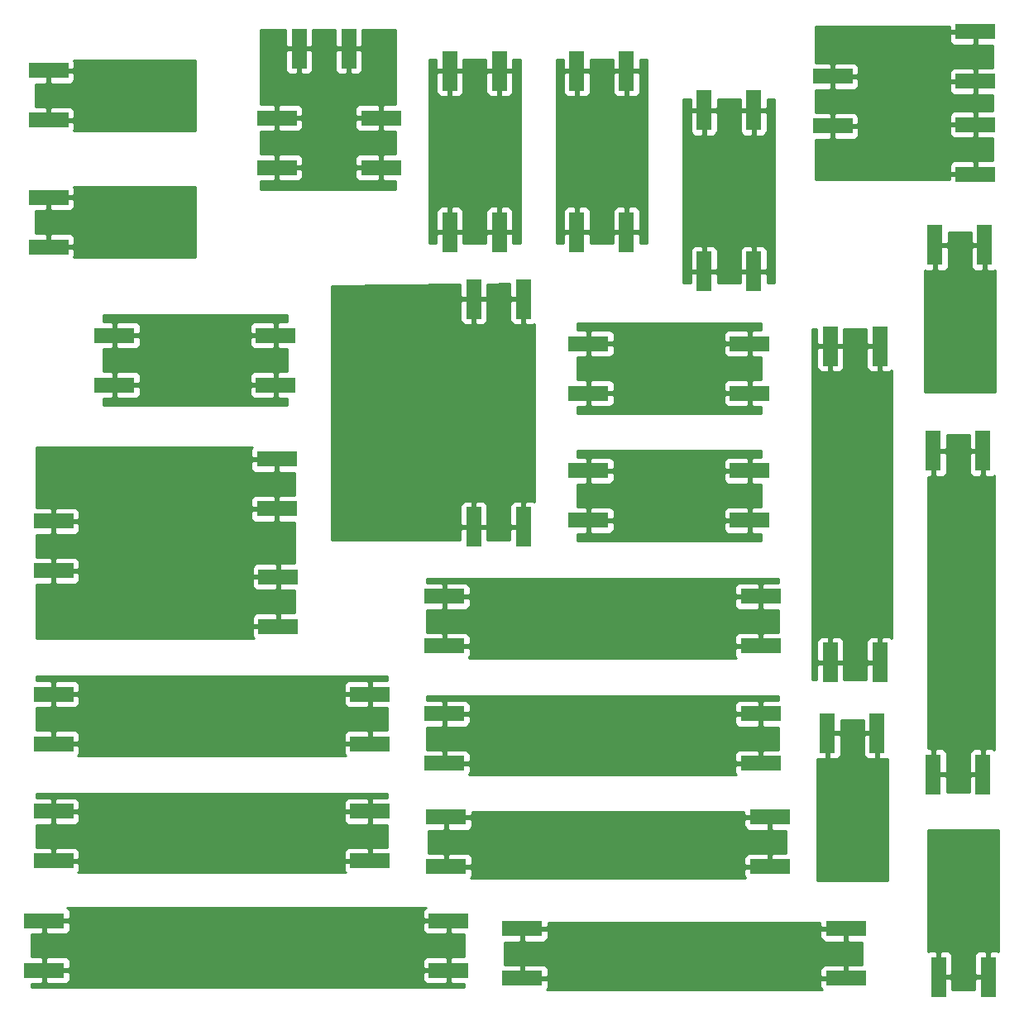
<source format=gbl>
%MOIN*%
%OFA0B0*%
%FSLAX46Y46*%
%IPPOS*%
%LPD*%
%ADD10R,0.16X0.060000000000000005*%
%ADD11C,0.024000000000000004*%
%ADD12C,0.01*%
%ADD23R,0.16X0.060000000000000005*%
%ADD24C,0.024000000000000004*%
%ADD25C,0.008*%
%ADD26C,0.01*%
%ADD27R,0.060000000000000005X0.16*%
%ADD28C,0.024000000000000004*%
%ADD29C,0.01*%
%ADD30R,0.16X0.060000000000000005*%
%ADD31C,0.024000000000000004*%
%ADD32C,0.01*%
%ADD33R,0.060000000000000005X0.16*%
%ADD34C,0.024000000000000004*%
%ADD35C,0.008*%
%ADD36C,0.01*%
%ADD37R,0.16X0.060000000000000005*%
%ADD38C,0.024000000000000004*%
%ADD39C,0.008*%
%ADD40C,0.01*%
%ADD41R,0.16X0.060000000000000005*%
%ADD42C,0.024000000000000004*%
%ADD43C,0.008*%
%ADD44C,0.01*%
%ADD45R,0.16X0.060000000000000005*%
%ADD46C,0.024000000000000004*%
%ADD47C,0.008*%
%ADD48C,0.01*%
%ADD49R,0.16X0.060000000000000005*%
%ADD50R,0.060000000000000005X0.16*%
%ADD51C,0.024000000000000004*%
%ADD52C,0.008*%
%ADD53C,0.01*%
%ADD54R,0.16X0.060000000000000005*%
%ADD55C,0.024000000000000004*%
%ADD56C,0.008*%
%ADD57C,0.01*%
%ADD58R,0.16X0.060000000000000005*%
%ADD59C,0.024000000000000004*%
%ADD60C,0.008*%
%ADD61C,0.01*%
%ADD62R,0.060000000000000005X0.16*%
%ADD63C,0.024000000000000004*%
%ADD64C,0.008*%
%ADD65C,0.01*%
%ADD66R,0.060000000000000005X0.16*%
%ADD67C,0.024000000000000004*%
%ADD68C,0.008*%
%ADD69C,0.01*%
%ADD70R,0.060000000000000005X0.16*%
%ADD71C,0.024000000000000004*%
%ADD72C,0.008*%
%ADD73C,0.01*%
%ADD74R,0.16X0.060000000000000005*%
%ADD75C,0.024000000000000004*%
%ADD76C,0.008*%
%ADD77C,0.01*%
%ADD78R,0.060000000000000005X0.16*%
%ADD79C,0.024000000000000004*%
%ADD80C,0.008*%
%ADD81C,0.01*%
%ADD82R,0.060000000000000005X0.16*%
%ADD83C,0.024000000000000004*%
%ADD84C,0.008*%
%ADD85C,0.01*%
%ADD86R,0.16X0.060000000000000005*%
%ADD87C,0.024000000000000004*%
%ADD88C,0.008*%
%ADD89C,0.01*%
%ADD90R,0.060000000000000005X0.16*%
%ADD91C,0.024000000000000004*%
%ADD92C,0.008*%
%ADD93C,0.01*%
%ADD94R,0.16X0.060000000000000005*%
%ADD95C,0.024000000000000004*%
%ADD96C,0.008*%
%ADD97C,0.01*%
%ADD98R,0.16X0.060000000000000005*%
%ADD99C,0.024000000000000004*%
%ADD100C,0.008*%
%ADD101C,0.01*%
%ADD102R,0.060000000000000005X0.16*%
%ADD103C,0.024000000000000004*%
%ADD104C,0.008*%
%ADD105C,0.01*%
%ADD106R,0.16X0.060000000000000005*%
%ADD107C,0.024000000000000004*%
%ADD108C,0.008*%
%ADD109C,0.01*%
%ADD110R,0.16X0.060000000000000005*%
%ADD111C,0.024000000000000004*%
%ADD112C,0.008*%
%ADD113C,0.01*%
G01*
D10*
X-0001259842Y0007440944D02*
X0003240157Y0003510944D03*
X0003240157Y0003710944D03*
X0003815157Y0003690944D03*
X0003815157Y0003890944D03*
X0003815157Y0003515944D03*
X0003815157Y0003315944D03*
D11*
X0003390157Y0003715944D03*
X0003440157Y0003715944D03*
X0003490157Y0003715944D03*
X0003540157Y0003715944D03*
X0003540157Y0003765944D03*
X0003540157Y0003815944D03*
X0003540157Y0003890944D03*
X0003590157Y0003890944D03*
X0003640157Y0003890944D03*
X0003640157Y0003315944D03*
X0003590157Y0003315944D03*
X0003540157Y0003315944D03*
X0003540157Y0003365944D03*
X0003540157Y0003415944D03*
X0003540157Y0003465944D03*
X0003540157Y0003515944D03*
X0003490157Y0003515944D03*
X0003440157Y0003515944D03*
X0003390157Y0003515944D03*
X0003240157Y0003840944D03*
X0003240157Y0003390944D03*
X0003240157Y0003315944D03*
X0003340157Y0003840944D03*
X0003440157Y0003840944D03*
X0003440157Y0003390944D03*
X0003340157Y0003390944D03*
X0003440157Y0003315944D03*
X0003340157Y0003315944D03*
D12*
G36*
X0003710157Y0003902194D02*
X0003716407Y0003895944D01*
X0003810157Y0003895944D01*
X0003810157Y0003896732D01*
X0003820157Y0003896732D01*
X0003820157Y0003895944D01*
X0003820944Y0003895944D01*
X0003820944Y0003885944D01*
X0003820157Y0003885944D01*
X0003820157Y0003842194D01*
X0003826407Y0003835944D01*
X0003885157Y0003835944D01*
X0003885157Y0003745944D01*
X0003826407Y0003745944D01*
X0003820157Y0003739694D01*
X0003820157Y0003695944D01*
X0003820944Y0003695944D01*
X0003820944Y0003685944D01*
X0003820157Y0003685944D01*
X0003820157Y0003642194D01*
X0003826407Y0003635944D01*
X0003885157Y0003635944D01*
X0003885157Y0003570944D01*
X0003826407Y0003570944D01*
X0003820157Y0003564694D01*
X0003820157Y0003520944D01*
X0003820944Y0003520944D01*
X0003820944Y0003510944D01*
X0003820157Y0003510944D01*
X0003820157Y0003467194D01*
X0003826407Y0003460944D01*
X0003885157Y0003460944D01*
X0003885157Y0003370944D01*
X0003826407Y0003370944D01*
X0003820157Y0003364694D01*
X0003820157Y0003320944D01*
X0003820944Y0003320944D01*
X0003820944Y0003310944D01*
X0003820157Y0003310944D01*
X0003820157Y0003310157D01*
X0003810157Y0003310157D01*
X0003810157Y0003310944D01*
X0003716407Y0003310944D01*
X0003710157Y0003304694D01*
X0003710157Y0003294881D01*
X0003170157Y0003294881D01*
X0003170157Y0003350917D01*
X0003710157Y0003350917D01*
X0003710157Y0003327194D01*
X0003716407Y0003320944D01*
X0003810157Y0003320944D01*
X0003810157Y0003364694D01*
X0003803907Y0003370944D01*
X0003730184Y0003370944D01*
X0003720996Y0003367138D01*
X0003713963Y0003360106D01*
X0003710157Y0003350917D01*
X0003170157Y0003350917D01*
X0003170157Y0003455944D01*
X0003228907Y0003455944D01*
X0003235157Y0003462194D01*
X0003235157Y0003505944D01*
X0003245157Y0003505944D01*
X0003245157Y0003462194D01*
X0003251407Y0003455944D01*
X0003325130Y0003455944D01*
X0003334318Y0003459750D01*
X0003341351Y0003466783D01*
X0003345157Y0003475972D01*
X0003345157Y0003499694D01*
X0003340157Y0003504694D01*
X0003710157Y0003504694D01*
X0003710157Y0003480972D01*
X0003713963Y0003471783D01*
X0003720996Y0003464750D01*
X0003730184Y0003460944D01*
X0003803907Y0003460944D01*
X0003810157Y0003467194D01*
X0003810157Y0003510944D01*
X0003716407Y0003510944D01*
X0003710157Y0003504694D01*
X0003340157Y0003504694D01*
X0003338907Y0003505944D01*
X0003245157Y0003505944D01*
X0003235157Y0003505944D01*
X0003234370Y0003505944D01*
X0003234370Y0003515944D01*
X0003235157Y0003515944D01*
X0003235157Y0003559694D01*
X0003245157Y0003559694D01*
X0003245157Y0003515944D01*
X0003338907Y0003515944D01*
X0003345157Y0003522194D01*
X0003345157Y0003545917D01*
X0003343086Y0003550917D01*
X0003710157Y0003550917D01*
X0003710157Y0003527194D01*
X0003716407Y0003520944D01*
X0003810157Y0003520944D01*
X0003810157Y0003564694D01*
X0003803907Y0003570944D01*
X0003730184Y0003570944D01*
X0003720996Y0003567138D01*
X0003713963Y0003560106D01*
X0003710157Y0003550917D01*
X0003343086Y0003550917D01*
X0003341351Y0003555106D01*
X0003334318Y0003562138D01*
X0003325130Y0003565944D01*
X0003251407Y0003565944D01*
X0003245157Y0003559694D01*
X0003235157Y0003559694D01*
X0003228907Y0003565944D01*
X0003170157Y0003565944D01*
X0003170157Y0003655944D01*
X0003228907Y0003655944D01*
X0003235157Y0003662194D01*
X0003235157Y0003705944D01*
X0003245157Y0003705944D01*
X0003245157Y0003662194D01*
X0003251407Y0003655944D01*
X0003325130Y0003655944D01*
X0003334318Y0003659750D01*
X0003341351Y0003666783D01*
X0003345157Y0003675972D01*
X0003345157Y0003679694D01*
X0003710157Y0003679694D01*
X0003710157Y0003655972D01*
X0003713963Y0003646783D01*
X0003720996Y0003639750D01*
X0003730184Y0003635944D01*
X0003803907Y0003635944D01*
X0003810157Y0003642194D01*
X0003810157Y0003685944D01*
X0003716407Y0003685944D01*
X0003710157Y0003679694D01*
X0003345157Y0003679694D01*
X0003345157Y0003699694D01*
X0003338907Y0003705944D01*
X0003245157Y0003705944D01*
X0003235157Y0003705944D01*
X0003234370Y0003705944D01*
X0003234370Y0003715944D01*
X0003235157Y0003715944D01*
X0003235157Y0003759694D01*
X0003245157Y0003759694D01*
X0003245157Y0003715944D01*
X0003338907Y0003715944D01*
X0003345157Y0003722194D01*
X0003345157Y0003725917D01*
X0003710157Y0003725917D01*
X0003710157Y0003702194D01*
X0003716407Y0003695944D01*
X0003810157Y0003695944D01*
X0003810157Y0003739694D01*
X0003803907Y0003745944D01*
X0003730184Y0003745944D01*
X0003720996Y0003742138D01*
X0003713963Y0003735106D01*
X0003710157Y0003725917D01*
X0003345157Y0003725917D01*
X0003345157Y0003745917D01*
X0003341351Y0003755106D01*
X0003334318Y0003762138D01*
X0003325130Y0003765944D01*
X0003251407Y0003765944D01*
X0003245157Y0003759694D01*
X0003235157Y0003759694D01*
X0003228907Y0003765944D01*
X0003170157Y0003765944D01*
X0003170157Y0003879694D01*
X0003710157Y0003879694D01*
X0003710157Y0003855972D01*
X0003713963Y0003846783D01*
X0003720996Y0003839750D01*
X0003730184Y0003835944D01*
X0003803907Y0003835944D01*
X0003810157Y0003842194D01*
X0003810157Y0003885944D01*
X0003716407Y0003885944D01*
X0003710157Y0003879694D01*
X0003170157Y0003879694D01*
X0003170157Y0003912007D01*
X0003710157Y0003912007D01*
X0003710157Y0003902194D01*
X0003710157Y0003902194D01*
G37*
X0003710157Y0003902194D02*
X0003716407Y0003895944D01*
X0003810157Y0003895944D01*
X0003810157Y0003896732D01*
X0003820157Y0003896732D01*
X0003820157Y0003895944D01*
X0003820944Y0003895944D01*
X0003820944Y0003885944D01*
X0003820157Y0003885944D01*
X0003820157Y0003842194D01*
X0003826407Y0003835944D01*
X0003885157Y0003835944D01*
X0003885157Y0003745944D01*
X0003826407Y0003745944D01*
X0003820157Y0003739694D01*
X0003820157Y0003695944D01*
X0003820944Y0003695944D01*
X0003820944Y0003685944D01*
X0003820157Y0003685944D01*
X0003820157Y0003642194D01*
X0003826407Y0003635944D01*
X0003885157Y0003635944D01*
X0003885157Y0003570944D01*
X0003826407Y0003570944D01*
X0003820157Y0003564694D01*
X0003820157Y0003520944D01*
X0003820944Y0003520944D01*
X0003820944Y0003510944D01*
X0003820157Y0003510944D01*
X0003820157Y0003467194D01*
X0003826407Y0003460944D01*
X0003885157Y0003460944D01*
X0003885157Y0003370944D01*
X0003826407Y0003370944D01*
X0003820157Y0003364694D01*
X0003820157Y0003320944D01*
X0003820944Y0003320944D01*
X0003820944Y0003310944D01*
X0003820157Y0003310944D01*
X0003820157Y0003310157D01*
X0003810157Y0003310157D01*
X0003810157Y0003310944D01*
X0003716407Y0003310944D01*
X0003710157Y0003304694D01*
X0003710157Y0003294881D01*
X0003170157Y0003294881D01*
X0003170157Y0003350917D01*
X0003710157Y0003350917D01*
X0003710157Y0003327194D01*
X0003716407Y0003320944D01*
X0003810157Y0003320944D01*
X0003810157Y0003364694D01*
X0003803907Y0003370944D01*
X0003730184Y0003370944D01*
X0003720996Y0003367138D01*
X0003713963Y0003360106D01*
X0003710157Y0003350917D01*
X0003170157Y0003350917D01*
X0003170157Y0003455944D01*
X0003228907Y0003455944D01*
X0003235157Y0003462194D01*
X0003235157Y0003505944D01*
X0003245157Y0003505944D01*
X0003245157Y0003462194D01*
X0003251407Y0003455944D01*
X0003325130Y0003455944D01*
X0003334318Y0003459750D01*
X0003341351Y0003466783D01*
X0003345157Y0003475972D01*
X0003345157Y0003499694D01*
X0003340157Y0003504694D01*
X0003710157Y0003504694D01*
X0003710157Y0003480972D01*
X0003713963Y0003471783D01*
X0003720996Y0003464750D01*
X0003730184Y0003460944D01*
X0003803907Y0003460944D01*
X0003810157Y0003467194D01*
X0003810157Y0003510944D01*
X0003716407Y0003510944D01*
X0003710157Y0003504694D01*
X0003340157Y0003504694D01*
X0003338907Y0003505944D01*
X0003245157Y0003505944D01*
X0003235157Y0003505944D01*
X0003234370Y0003505944D01*
X0003234370Y0003515944D01*
X0003235157Y0003515944D01*
X0003235157Y0003559694D01*
X0003245157Y0003559694D01*
X0003245157Y0003515944D01*
X0003338907Y0003515944D01*
X0003345157Y0003522194D01*
X0003345157Y0003545917D01*
X0003343086Y0003550917D01*
X0003710157Y0003550917D01*
X0003710157Y0003527194D01*
X0003716407Y0003520944D01*
X0003810157Y0003520944D01*
X0003810157Y0003564694D01*
X0003803907Y0003570944D01*
X0003730184Y0003570944D01*
X0003720996Y0003567138D01*
X0003713963Y0003560106D01*
X0003710157Y0003550917D01*
X0003343086Y0003550917D01*
X0003341351Y0003555106D01*
X0003334318Y0003562138D01*
X0003325130Y0003565944D01*
X0003251407Y0003565944D01*
X0003245157Y0003559694D01*
X0003235157Y0003559694D01*
X0003228907Y0003565944D01*
X0003170157Y0003565944D01*
X0003170157Y0003655944D01*
X0003228907Y0003655944D01*
X0003235157Y0003662194D01*
X0003235157Y0003705944D01*
X0003245157Y0003705944D01*
X0003245157Y0003662194D01*
X0003251407Y0003655944D01*
X0003325130Y0003655944D01*
X0003334318Y0003659750D01*
X0003341351Y0003666783D01*
X0003345157Y0003675972D01*
X0003345157Y0003679694D01*
X0003710157Y0003679694D01*
X0003710157Y0003655972D01*
X0003713963Y0003646783D01*
X0003720996Y0003639750D01*
X0003730184Y0003635944D01*
X0003803907Y0003635944D01*
X0003810157Y0003642194D01*
X0003810157Y0003685944D01*
X0003716407Y0003685944D01*
X0003710157Y0003679694D01*
X0003345157Y0003679694D01*
X0003345157Y0003699694D01*
X0003338907Y0003705944D01*
X0003245157Y0003705944D01*
X0003235157Y0003705944D01*
X0003234370Y0003705944D01*
X0003234370Y0003715944D01*
X0003235157Y0003715944D01*
X0003235157Y0003759694D01*
X0003245157Y0003759694D01*
X0003245157Y0003715944D01*
X0003338907Y0003715944D01*
X0003345157Y0003722194D01*
X0003345157Y0003725917D01*
X0003710157Y0003725917D01*
X0003710157Y0003702194D01*
X0003716407Y0003695944D01*
X0003810157Y0003695944D01*
X0003810157Y0003739694D01*
X0003803907Y0003745944D01*
X0003730184Y0003745944D01*
X0003720996Y0003742138D01*
X0003713963Y0003735106D01*
X0003710157Y0003725917D01*
X0003345157Y0003725917D01*
X0003345157Y0003745917D01*
X0003341351Y0003755106D01*
X0003334318Y0003762138D01*
X0003325130Y0003765944D01*
X0003251407Y0003765944D01*
X0003245157Y0003759694D01*
X0003235157Y0003759694D01*
X0003228907Y0003765944D01*
X0003170157Y0003765944D01*
X0003170157Y0003879694D01*
X0003710157Y0003879694D01*
X0003710157Y0003855972D01*
X0003713963Y0003846783D01*
X0003720996Y0003839750D01*
X0003730184Y0003835944D01*
X0003803907Y0003835944D01*
X0003810157Y0003842194D01*
X0003810157Y0003885944D01*
X0003716407Y0003885944D01*
X0003710157Y0003879694D01*
X0003170157Y0003879694D01*
X0003170157Y0003912007D01*
X0003710157Y0003912007D01*
X0003710157Y0003902194D01*
G04 next file*
G04 #@! TF.GenerationSoftware,KiCad,Pcbnew,5.0.1*
G04 #@! TF.CreationDate,2018-12-27T15:02:32+01:00*
G04 #@! TF.ProjectId,PiAttenuator,5069417474656E7561746F722E6B6963,rev?*
G04 #@! TF.SameCoordinates,Original*
G04 #@! TF.FileFunction,Copper,L2,Bot,Signal*
G04 #@! TF.FilePolarity,Positive*
G04 Gerber Fmt 4.6, Leading zero omitted, Abs format (unit mm)*
G04 Created by KiCad (PCBNEW 5.0.1) date Do 27 Dez 2018 15:02:32 CET*
G01*
G04 APERTURE LIST*
G04 #@! TA.AperFunction,SMDPad,CuDef*
G04 #@! TD*
G04 #@! TA.AperFunction,ViaPad*
G04 #@! TD*
G04 #@! TA.AperFunction,Conductor*
G04 #@! TD*
G04 #@! TA.AperFunction,Conductor*
G04 #@! TD*
G04 APERTURE END LIST*
D23*
G04 #@! TO.P,J1,2*
G04 #@! TO.N,GND*
X-0003503937Y0005866141D02*
X0000346062Y0002666141D03*
X0000346062Y0002466141D03*
G04 #@! TD*
G04 #@! TO.P,J2,2*
G04 #@! TO.N,GND*
X0000996062Y0002466141D03*
X0000996062Y0002666141D03*
G04 #@! TD*
D24*
G04 #@! TO.N,GND*
X0000476062Y0002666141D03*
X0000516062Y0002666141D03*
X0000556062Y0002666141D03*
X0000606062Y0002666141D03*
X0000346062Y0002396141D03*
X0000386062Y0002396141D03*
X0000426062Y0002396141D03*
X0000476062Y0002396141D03*
X0000476062Y0002396141D03*
X0000476062Y0002396141D03*
X0000616062Y0002396141D03*
X0000656062Y0002396141D03*
X0000706062Y0002396141D03*
X0000746062Y0002396141D03*
X0000866062Y0002396141D03*
X0000906062Y0002396141D03*
X0000956062Y0002396141D03*
X0000756062Y0002666141D03*
X0000806062Y0002666141D03*
X0000866062Y0002666141D03*
G04 #@! TD*
D25*
G04 #@! TO.N,GND*
X0000476062Y0002666141D02*
X0000516062Y0002666141D01*
X0000556062Y0002666141D02*
X0000586062Y0002666141D01*
X0000586062Y0002666141D02*
X0000606062Y0002666141D01*
X0000346062Y0002396141D02*
X0000386062Y0002396141D01*
X0000426062Y0002396141D02*
X0000476062Y0002396141D01*
X0000476062Y0002396141D02*
X0000616062Y0002396141D01*
X0000656062Y0002396141D02*
X0000706062Y0002396141D01*
X0000746062Y0002396141D02*
X0000866062Y0002396141D01*
X0000906062Y0002396141D02*
X0000956062Y0002396141D01*
X0000756062Y0002666141D02*
X0000806062Y0002666141D01*
G04 #@! TD*
D26*
G04 #@! TO.N,GND*
G36*
X0001041062Y0002721141D02*
X0001007312Y0002721141D01*
X0001001062Y0002714891D01*
X0001001062Y0002671141D01*
X0001001850Y0002671141D01*
X0001001850Y0002661141D01*
X0001001062Y0002661141D01*
X0001001062Y0002617391D01*
X0001007312Y0002611141D01*
X0001041062Y0002611141D01*
X0001041062Y0002521141D01*
X0001007312Y0002521141D01*
X0001001062Y0002514891D01*
X0001001062Y0002471141D01*
X0001001850Y0002471141D01*
X0001001850Y0002461141D01*
X0001001062Y0002461141D01*
X0001001062Y0002417391D01*
X0001007312Y0002411141D01*
X0001041062Y0002411141D01*
X0001041062Y0002384094D01*
X0000301062Y0002384094D01*
X0000301062Y0002411141D01*
X0000334812Y0002411141D01*
X0000341062Y0002417391D01*
X0000341062Y0002461141D01*
X0000351062Y0002461141D01*
X0000351062Y0002417391D01*
X0000357312Y0002411141D01*
X0000431035Y0002411141D01*
X0000440224Y0002414947D01*
X0000447256Y0002421980D01*
X0000451062Y0002431168D01*
X0000451062Y0002454891D01*
X0000891062Y0002454891D01*
X0000891062Y0002431168D01*
X0000894869Y0002421980D01*
X0000901901Y0002414947D01*
X0000911090Y0002411141D01*
X0000984812Y0002411141D01*
X0000991062Y0002417391D01*
X0000991062Y0002461141D01*
X0000897312Y0002461141D01*
X0000891062Y0002454891D01*
X0000451062Y0002454891D01*
X0000444812Y0002461141D01*
X0000351062Y0002461141D01*
X0000341062Y0002461141D01*
X0000340275Y0002461141D01*
X0000340275Y0002471141D01*
X0000341062Y0002471141D01*
X0000341062Y0002514891D01*
X0000351062Y0002514891D01*
X0000351062Y0002471141D01*
X0000444812Y0002471141D01*
X0000451062Y0002477391D01*
X0000451062Y0002501114D01*
X0000891062Y0002501114D01*
X0000891062Y0002477391D01*
X0000897312Y0002471141D01*
X0000991062Y0002471141D01*
X0000991062Y0002514891D01*
X0000984812Y0002521141D01*
X0000911090Y0002521141D01*
X0000901901Y0002517335D01*
X0000894869Y0002510303D01*
X0000891062Y0002501114D01*
X0000451062Y0002501114D01*
X0000447256Y0002510303D01*
X0000440224Y0002517335D01*
X0000431035Y0002521141D01*
X0000357312Y0002521141D01*
X0000351062Y0002514891D01*
X0000341062Y0002514891D01*
X0000334812Y0002521141D01*
X0000301062Y0002521141D01*
X0000301062Y0002611141D01*
X0000334812Y0002611141D01*
X0000341062Y0002617391D01*
X0000341062Y0002661141D01*
X0000351062Y0002661141D01*
X0000351062Y0002617391D01*
X0000357312Y0002611141D01*
X0000431035Y0002611141D01*
X0000440224Y0002614947D01*
X0000447256Y0002621980D01*
X0000451062Y0002631168D01*
X0000451062Y0002654891D01*
X0000891062Y0002654891D01*
X0000891062Y0002631168D01*
X0000894869Y0002621980D01*
X0000901901Y0002614947D01*
X0000911090Y0002611141D01*
X0000984812Y0002611141D01*
X0000991062Y0002617391D01*
X0000991062Y0002661141D01*
X0000897312Y0002661141D01*
X0000891062Y0002654891D01*
X0000451062Y0002654891D01*
X0000444812Y0002661141D01*
X0000351062Y0002661141D01*
X0000341062Y0002661141D01*
X0000340275Y0002661141D01*
X0000340275Y0002671141D01*
X0000341062Y0002671141D01*
X0000341062Y0002714891D01*
X0000351062Y0002714891D01*
X0000351062Y0002671141D01*
X0000444812Y0002671141D01*
X0000451062Y0002677391D01*
X0000451062Y0002701114D01*
X0000891062Y0002701114D01*
X0000891062Y0002677391D01*
X0000897312Y0002671141D01*
X0000991062Y0002671141D01*
X0000991062Y0002714891D01*
X0000984812Y0002721141D01*
X0000911090Y0002721141D01*
X0000901901Y0002717335D01*
X0000894869Y0002710303D01*
X0000891062Y0002701114D01*
X0000451062Y0002701114D01*
X0000447256Y0002710303D01*
X0000440224Y0002717335D01*
X0000431035Y0002721141D01*
X0000357312Y0002721141D01*
X0000351062Y0002714891D01*
X0000341062Y0002714891D01*
X0000334812Y0002721141D01*
X0000301062Y0002721141D01*
X0000301062Y0002748188D01*
X0001041062Y0002748188D01*
X0001041062Y0002721141D01*
X0001041062Y0002721141D01*
G37*
X0001041062Y0002721141D02*
X0001007312Y0002721141D01*
X0001001062Y0002714891D01*
X0001001062Y0002671141D01*
X0001001850Y0002671141D01*
X0001001850Y0002661141D01*
X0001001062Y0002661141D01*
X0001001062Y0002617391D01*
X0001007312Y0002611141D01*
X0001041062Y0002611141D01*
X0001041062Y0002521141D01*
X0001007312Y0002521141D01*
X0001001062Y0002514891D01*
X0001001062Y0002471141D01*
X0001001850Y0002471141D01*
X0001001850Y0002461141D01*
X0001001062Y0002461141D01*
X0001001062Y0002417391D01*
X0001007312Y0002411141D01*
X0001041062Y0002411141D01*
X0001041062Y0002384094D01*
X0000301062Y0002384094D01*
X0000301062Y0002411141D01*
X0000334812Y0002411141D01*
X0000341062Y0002417391D01*
X0000341062Y0002461141D01*
X0000351062Y0002461141D01*
X0000351062Y0002417391D01*
X0000357312Y0002411141D01*
X0000431035Y0002411141D01*
X0000440224Y0002414947D01*
X0000447256Y0002421980D01*
X0000451062Y0002431168D01*
X0000451062Y0002454891D01*
X0000891062Y0002454891D01*
X0000891062Y0002431168D01*
X0000894869Y0002421980D01*
X0000901901Y0002414947D01*
X0000911090Y0002411141D01*
X0000984812Y0002411141D01*
X0000991062Y0002417391D01*
X0000991062Y0002461141D01*
X0000897312Y0002461141D01*
X0000891062Y0002454891D01*
X0000451062Y0002454891D01*
X0000444812Y0002461141D01*
X0000351062Y0002461141D01*
X0000341062Y0002461141D01*
X0000340275Y0002461141D01*
X0000340275Y0002471141D01*
X0000341062Y0002471141D01*
X0000341062Y0002514891D01*
X0000351062Y0002514891D01*
X0000351062Y0002471141D01*
X0000444812Y0002471141D01*
X0000451062Y0002477391D01*
X0000451062Y0002501114D01*
X0000891062Y0002501114D01*
X0000891062Y0002477391D01*
X0000897312Y0002471141D01*
X0000991062Y0002471141D01*
X0000991062Y0002514891D01*
X0000984812Y0002521141D01*
X0000911090Y0002521141D01*
X0000901901Y0002517335D01*
X0000894869Y0002510303D01*
X0000891062Y0002501114D01*
X0000451062Y0002501114D01*
X0000447256Y0002510303D01*
X0000440224Y0002517335D01*
X0000431035Y0002521141D01*
X0000357312Y0002521141D01*
X0000351062Y0002514891D01*
X0000341062Y0002514891D01*
X0000334812Y0002521141D01*
X0000301062Y0002521141D01*
X0000301062Y0002611141D01*
X0000334812Y0002611141D01*
X0000341062Y0002617391D01*
X0000341062Y0002661141D01*
X0000351062Y0002661141D01*
X0000351062Y0002617391D01*
X0000357312Y0002611141D01*
X0000431035Y0002611141D01*
X0000440224Y0002614947D01*
X0000447256Y0002621980D01*
X0000451062Y0002631168D01*
X0000451062Y0002654891D01*
X0000891062Y0002654891D01*
X0000891062Y0002631168D01*
X0000894869Y0002621980D01*
X0000901901Y0002614947D01*
X0000911090Y0002611141D01*
X0000984812Y0002611141D01*
X0000991062Y0002617391D01*
X0000991062Y0002661141D01*
X0000897312Y0002661141D01*
X0000891062Y0002654891D01*
X0000451062Y0002654891D01*
X0000444812Y0002661141D01*
X0000351062Y0002661141D01*
X0000341062Y0002661141D01*
X0000340275Y0002661141D01*
X0000340275Y0002671141D01*
X0000341062Y0002671141D01*
X0000341062Y0002714891D01*
X0000351062Y0002714891D01*
X0000351062Y0002671141D01*
X0000444812Y0002671141D01*
X0000451062Y0002677391D01*
X0000451062Y0002701114D01*
X0000891062Y0002701114D01*
X0000891062Y0002677391D01*
X0000897312Y0002671141D01*
X0000991062Y0002671141D01*
X0000991062Y0002714891D01*
X0000984812Y0002721141D01*
X0000911090Y0002721141D01*
X0000901901Y0002717335D01*
X0000894869Y0002710303D01*
X0000891062Y0002701114D01*
X0000451062Y0002701114D01*
X0000447256Y0002710303D01*
X0000440224Y0002717335D01*
X0000431035Y0002721141D01*
X0000357312Y0002721141D01*
X0000351062Y0002714891D01*
X0000341062Y0002714891D01*
X0000334812Y0002721141D01*
X0000301062Y0002721141D01*
X0000301062Y0002748188D01*
X0001041062Y0002748188D01*
X0001041062Y0002721141D01*
G04 #@! TD*
G04 next file*
G04 #@! TF.GenerationSoftware,KiCad,Pcbnew,5.0.1*
G04 #@! TF.CreationDate,2018-12-27T15:17:57+01:00*
G04 #@! TF.ProjectId,BiasT,42696173542E6B696361645F70636200,rev?*
G04 #@! TF.SameCoordinates,Original*
G04 #@! TF.FileFunction,Copper,L2,Bot,Signal*
G04 #@! TF.FilePolarity,Positive*
G04 Gerber Fmt 4.6, Leading zero omitted, Abs format (unit mm)*
G04 Created by KiCad (PCBNEW 5.0.1) date Do 27 Dez 2018 15:17:57 CET*
G01*
G04 APERTURE LIST*
G04 #@! TA.AperFunction,SMDPad,CuDef*
G04 #@! TD*
G04 #@! TA.AperFunction,ViaPad*
G04 #@! TD*
G04 #@! TA.AperFunction,Conductor*
G04 #@! TD*
G04 APERTURE END LIST*
D27*
G04 #@! TO.P,J1,2*
G04 #@! TO.N,GND*
X-0001535433Y-0003346456D02*
X0001794566Y0001893543D03*
X0001994566Y0001893543D03*
G04 #@! TD*
G04 #@! TO.P,J2,2*
G04 #@! TO.N,GND*
X0001994566Y0002813070D03*
X0001794566Y0002813070D03*
G04 #@! TD*
D28*
G04 #@! TO.N,GND*
X0001784566Y0002673543D03*
X0001784566Y0002613543D03*
X0001784566Y0002553543D03*
X0001784566Y0002493543D03*
X0001784566Y0002433543D03*
X0001784566Y0002373543D03*
X0001784566Y0002013543D03*
X0001784566Y0002073543D03*
X0001784566Y0002133543D03*
X0001784566Y0002193543D03*
X0001984566Y0002673543D03*
X0001984566Y0002593543D03*
X0001984566Y0002513543D03*
X0001984566Y0002433543D03*
X0001984566Y0002353543D03*
X0001984566Y0002273543D03*
X0001984566Y0002193543D03*
X0001984566Y0002113543D03*
X0001984566Y0002033543D03*
X0001584566Y0002353543D03*
X0001584566Y0002413543D03*
X0001424566Y0002333543D03*
X0001504566Y0002333543D03*
X0001424566Y0001993543D03*
X0001504566Y0001993543D03*
X0001344566Y0001993543D03*
X0001344566Y0002093543D03*
X0001424566Y0002653543D03*
X0001424566Y0002733543D03*
X0001424566Y0002813543D03*
X0001344566Y0002813543D03*
X0001264566Y0002813543D03*
G04 #@! TD*
D29*
G04 #@! TO.N,GND*
G36*
X0001739566Y0002871853D02*
X0001739566Y0002824320D01*
X0001745816Y0002818070D01*
X0001789566Y0002818070D01*
X0001789566Y0002818858D01*
X0001799566Y0002818858D01*
X0001799566Y0002818070D01*
X0001843316Y0002818070D01*
X0001849566Y0002824320D01*
X0001849566Y0002873117D01*
X0001939566Y0002874151D01*
X0001939566Y0002824320D01*
X0001945816Y0002818070D01*
X0001989566Y0002818070D01*
X0001989566Y0002818858D01*
X0001999566Y0002818858D01*
X0001999566Y0002818070D01*
X0002000354Y0002818070D01*
X0002000354Y0002808070D01*
X0001999566Y0002808070D01*
X0001999566Y0002714320D01*
X0002005816Y0002708070D01*
X0002029539Y0002708070D01*
X0002036614Y0002711001D01*
X0002036614Y0001995612D01*
X0002029539Y0001998543D01*
X0002005816Y0001998543D01*
X0001999566Y0001992293D01*
X0001999566Y0001898543D01*
X0002000354Y0001898543D01*
X0002000354Y0001888543D01*
X0001999566Y0001888543D01*
X0001999566Y0001887755D01*
X0001989566Y0001887755D01*
X0001989566Y0001888543D01*
X0001945816Y0001888543D01*
X0001945816Y0001898543D01*
X0001989566Y0001898543D01*
X0001989566Y0001992293D01*
X0001983316Y0001998543D01*
X0001959594Y0001998543D01*
X0001959594Y0002708070D01*
X0001983316Y0002708070D01*
X0001989566Y0002714320D01*
X0001989566Y0002808070D01*
X0001945816Y0002808070D01*
X0001939566Y0002801820D01*
X0001939566Y0002728098D01*
X0001943372Y0002718909D01*
X0001950405Y0002711876D01*
X0001959594Y0002708070D01*
X0001959594Y0001998543D01*
X0001950405Y0001994737D01*
X0001943372Y0001987704D01*
X0001939566Y0001978516D01*
X0001939566Y0001904793D01*
X0001945816Y0001898543D01*
X0001945816Y0001888543D01*
X0001939566Y0001882293D01*
X0001939566Y0001841496D01*
X0001849566Y0001841496D01*
X0001849566Y0001882293D01*
X0001843316Y0001888543D01*
X0001799566Y0001888543D01*
X0001799566Y0001898543D01*
X0001843316Y0001898543D01*
X0001849566Y0001904793D01*
X0001849566Y0001978516D01*
X0001845760Y0001987704D01*
X0001838728Y0001994737D01*
X0001829539Y0001998543D01*
X0001805816Y0001998543D01*
X0001805816Y0002708070D01*
X0001829539Y0002708070D01*
X0001838728Y0002711876D01*
X0001845760Y0002718909D01*
X0001849566Y0002728098D01*
X0001849566Y0002801820D01*
X0001843316Y0002808070D01*
X0001799566Y0002808070D01*
X0001799566Y0002714320D01*
X0001805816Y0002708070D01*
X0001805816Y0001998543D01*
X0001799566Y0001992293D01*
X0001799566Y0001898543D01*
X0001799566Y0001888543D01*
X0001799566Y0001887755D01*
X0001789566Y0001887755D01*
X0001789566Y0001888543D01*
X0001745816Y0001888543D01*
X0001745816Y0001898543D01*
X0001789566Y0001898543D01*
X0001789566Y0001992293D01*
X0001783316Y0001998543D01*
X0001759594Y0001998543D01*
X0001759594Y0002708070D01*
X0001783316Y0002708070D01*
X0001789566Y0002714320D01*
X0001789566Y0002808070D01*
X0001745816Y0002808070D01*
X0001739566Y0002801820D01*
X0001739566Y0002728098D01*
X0001743372Y0002718909D01*
X0001750405Y0002711876D01*
X0001759594Y0002708070D01*
X0001759594Y0001998543D01*
X0001750405Y0001994737D01*
X0001743372Y0001987704D01*
X0001739566Y0001978516D01*
X0001739566Y0001904793D01*
X0001745816Y0001898543D01*
X0001745816Y0001888543D01*
X0001739566Y0001882293D01*
X0001739566Y0001841496D01*
X0001222519Y0001841496D01*
X0001222519Y0002865910D01*
X0001739566Y0002871853D01*
X0001739566Y0002871853D01*
G37*
X0001739566Y0002871853D02*
X0001739566Y0002824320D01*
X0001745816Y0002818070D01*
X0001789566Y0002818070D01*
X0001789566Y0002818858D01*
X0001799566Y0002818858D01*
X0001799566Y0002818070D01*
X0001843316Y0002818070D01*
X0001849566Y0002824320D01*
X0001849566Y0002873117D01*
X0001939566Y0002874151D01*
X0001939566Y0002824320D01*
X0001945816Y0002818070D01*
X0001989566Y0002818070D01*
X0001989566Y0002818858D01*
X0001999566Y0002818858D01*
X0001999566Y0002818070D01*
X0002000354Y0002818070D01*
X0002000354Y0002808070D01*
X0001999566Y0002808070D01*
X0001999566Y0002714320D01*
X0002005816Y0002708070D01*
X0002029539Y0002708070D01*
X0002036614Y0002711001D01*
X0002036614Y0001995612D01*
X0002029539Y0001998543D01*
X0002005816Y0001998543D01*
X0001999566Y0001992293D01*
X0001999566Y0001898543D01*
X0002000354Y0001898543D01*
X0002000354Y0001888543D01*
X0001999566Y0001888543D01*
X0001999566Y0001887755D01*
X0001989566Y0001887755D01*
X0001989566Y0001888543D01*
X0001945816Y0001888543D01*
X0001945816Y0001898543D01*
X0001989566Y0001898543D01*
X0001989566Y0001992293D01*
X0001983316Y0001998543D01*
X0001959594Y0001998543D01*
X0001959594Y0002708070D01*
X0001983316Y0002708070D01*
X0001989566Y0002714320D01*
X0001989566Y0002808070D01*
X0001945816Y0002808070D01*
X0001939566Y0002801820D01*
X0001939566Y0002728098D01*
X0001943372Y0002718909D01*
X0001950405Y0002711876D01*
X0001959594Y0002708070D01*
X0001959594Y0001998543D01*
X0001950405Y0001994737D01*
X0001943372Y0001987704D01*
X0001939566Y0001978516D01*
X0001939566Y0001904793D01*
X0001945816Y0001898543D01*
X0001945816Y0001888543D01*
X0001939566Y0001882293D01*
X0001939566Y0001841496D01*
X0001849566Y0001841496D01*
X0001849566Y0001882293D01*
X0001843316Y0001888543D01*
X0001799566Y0001888543D01*
X0001799566Y0001898543D01*
X0001843316Y0001898543D01*
X0001849566Y0001904793D01*
X0001849566Y0001978516D01*
X0001845760Y0001987704D01*
X0001838728Y0001994737D01*
X0001829539Y0001998543D01*
X0001805816Y0001998543D01*
X0001805816Y0002708070D01*
X0001829539Y0002708070D01*
X0001838728Y0002711876D01*
X0001845760Y0002718909D01*
X0001849566Y0002728098D01*
X0001849566Y0002801820D01*
X0001843316Y0002808070D01*
X0001799566Y0002808070D01*
X0001799566Y0002714320D01*
X0001805816Y0002708070D01*
X0001805816Y0001998543D01*
X0001799566Y0001992293D01*
X0001799566Y0001898543D01*
X0001799566Y0001888543D01*
X0001799566Y0001887755D01*
X0001789566Y0001887755D01*
X0001789566Y0001888543D01*
X0001745816Y0001888543D01*
X0001745816Y0001898543D01*
X0001789566Y0001898543D01*
X0001789566Y0001992293D01*
X0001783316Y0001998543D01*
X0001759594Y0001998543D01*
X0001759594Y0002708070D01*
X0001783316Y0002708070D01*
X0001789566Y0002714320D01*
X0001789566Y0002808070D01*
X0001745816Y0002808070D01*
X0001739566Y0002801820D01*
X0001739566Y0002728098D01*
X0001743372Y0002718909D01*
X0001750405Y0002711876D01*
X0001759594Y0002708070D01*
X0001759594Y0001998543D01*
X0001750405Y0001994737D01*
X0001743372Y0001987704D01*
X0001739566Y0001978516D01*
X0001739566Y0001904793D01*
X0001745816Y0001898543D01*
X0001745816Y0001888543D01*
X0001739566Y0001882293D01*
X0001739566Y0001841496D01*
X0001222519Y0001841496D01*
X0001222519Y0002865910D01*
X0001739566Y0002871853D01*
G04 #@! TD*
G04 next file*
G04 #@! TF.GenerationSoftware,KiCad,Pcbnew,5.0.1*
G04 #@! TF.CreationDate,2018-12-27T15:20:24+01:00*
G04 #@! TF.ProjectId,DiscreteWilkinsonSplitter,446973637265746557696C6B696E736F,rev?*
G04 #@! TF.SameCoordinates,Original*
G04 #@! TF.FileFunction,Copper,L2,Bot,Signal*
G04 #@! TF.FilePolarity,Positive*
G04 Gerber Fmt 4.6, Leading zero omitted, Abs format (unit mm)*
G04 Created by KiCad (PCBNEW 5.0.1) date Do 27 Dez 2018 15:20:24 CET*
G01*
G04 APERTURE LIST*
G04 #@! TA.AperFunction,SMDPad,CuDef*
G04 #@! TD*
G04 #@! TA.AperFunction,ViaPad*
G04 #@! TD*
G04 #@! TA.AperFunction,Conductor*
G04 #@! TD*
G04 APERTURE END LIST*
D30*
G04 #@! TO.P,J1,2*
G04 #@! TO.N,GND*
X-0004724999Y0005242322D02*
X0000100000Y0001717322D03*
X0000100000Y0001917322D03*
G04 #@! TD*
G04 #@! TO.P,J2,2*
G04 #@! TO.N,GND*
X0001000000Y0001967322D03*
X0001000000Y0002167322D03*
G04 #@! TD*
G04 #@! TO.P,J3,2*
G04 #@! TO.N,GND*
X0001005000Y0001692322D03*
X0001005000Y0001492322D03*
G04 #@! TD*
D31*
G04 #@! TO.N,GND*
X0000275000Y0001942322D03*
X0000525000Y0001817322D03*
X0000425000Y0002067322D03*
X0000475000Y0002067322D03*
X0000525000Y0002067322D03*
X0000575000Y0002067322D03*
X0000625000Y0002067322D03*
X0000575000Y0001817322D03*
X0000575000Y0001867322D03*
X0000525000Y0001867322D03*
X0000475000Y0001842322D03*
X0000525000Y0001767322D03*
X0000575000Y0001767322D03*
X0000700000Y0001517322D03*
X0000650000Y0001517322D03*
X0000600000Y0001517322D03*
X0000550000Y0001517322D03*
X0000500000Y0001567322D03*
X0000450000Y0001567322D03*
X0000400000Y0001567322D03*
X0000350000Y0001592322D03*
X0000300000Y0001617322D03*
X0000250000Y0001617322D03*
X0000200000Y0001617322D03*
X0000150000Y0001617322D03*
X0000100000Y0001992322D03*
X0000150000Y0001992322D03*
X0000200000Y0001992322D03*
X0000250000Y0001992322D03*
X0000300000Y0001992322D03*
X0000350000Y0002042322D03*
X0000700000Y0002067322D03*
X0000750000Y0002117322D03*
X0000800000Y0002167322D03*
X0000850000Y0002167322D03*
X0000775000Y0001517322D03*
X0000825000Y0001492322D03*
X0000875000Y0001492322D03*
X0000925000Y0001867322D03*
X0000925000Y0001792322D03*
X0001025000Y0001792322D03*
X0001025000Y0001867322D03*
G04 #@! TD*
D32*
G04 #@! TO.N,GND*
G36*
X0000898806Y0002211484D02*
X0000895000Y0002202295D01*
X0000895000Y0002178572D01*
X0000901250Y0002172322D01*
X0000995000Y0002172322D01*
X0000995000Y0002173110D01*
X0001005000Y0002173110D01*
X0001005000Y0002172322D01*
X0001005787Y0002172322D01*
X0001005787Y0002162322D01*
X0001005000Y0002162322D01*
X0001005000Y0002118572D01*
X0001011250Y0002112322D01*
X0001070000Y0002112322D01*
X0001070000Y0002022322D01*
X0001011250Y0002022322D01*
X0001005000Y0002016072D01*
X0001005000Y0001972322D01*
X0001005787Y0001972322D01*
X0001005787Y0001962322D01*
X0001005000Y0001962322D01*
X0001005000Y0001918572D01*
X0001011250Y0001912322D01*
X0001070000Y0001912322D01*
X0001070000Y0001747322D01*
X0001016250Y0001747322D01*
X0001010000Y0001741072D01*
X0001010000Y0001697322D01*
X0001010787Y0001697322D01*
X0001010787Y0001687322D01*
X0001010000Y0001687322D01*
X0001010000Y0001643572D01*
X0001016250Y0001637322D01*
X0001070000Y0001637322D01*
X0001070000Y0001547322D01*
X0001016250Y0001547322D01*
X0001010000Y0001541072D01*
X0001010000Y0001497322D01*
X0001010787Y0001497322D01*
X0001010787Y0001487322D01*
X0001010000Y0001487322D01*
X0001010000Y0001486535D01*
X0001000000Y0001486535D01*
X0001000000Y0001487322D01*
X0000906250Y0001487322D01*
X0000900000Y0001481072D01*
X0000900000Y0001457349D01*
X0000903806Y0001448161D01*
X0000906691Y0001445275D01*
X0000030000Y0001445275D01*
X0000030000Y0001527295D01*
X0000900000Y0001527295D01*
X0000900000Y0001503572D01*
X0000906250Y0001497322D01*
X0001000000Y0001497322D01*
X0001000000Y0001541072D01*
X0000993750Y0001547322D01*
X0000920027Y0001547322D01*
X0000910838Y0001543516D01*
X0000903806Y0001536484D01*
X0000900000Y0001527295D01*
X0000030000Y0001527295D01*
X0000030000Y0001662322D01*
X0000088750Y0001662322D01*
X0000095000Y0001668572D01*
X0000095000Y0001712322D01*
X0000105000Y0001712322D01*
X0000105000Y0001668572D01*
X0000111250Y0001662322D01*
X0000184972Y0001662322D01*
X0000194161Y0001666128D01*
X0000201193Y0001673161D01*
X0000204470Y0001681072D01*
X0000900000Y0001681072D01*
X0000900000Y0001657349D01*
X0000903806Y0001648161D01*
X0000910838Y0001641128D01*
X0000920027Y0001637322D01*
X0000993750Y0001637322D01*
X0001000000Y0001643572D01*
X0001000000Y0001687322D01*
X0000906250Y0001687322D01*
X0000900000Y0001681072D01*
X0000204470Y0001681072D01*
X0000205000Y0001682349D01*
X0000205000Y0001706072D01*
X0000198750Y0001712322D01*
X0000105000Y0001712322D01*
X0000095000Y0001712322D01*
X0000094212Y0001712322D01*
X0000094212Y0001722322D01*
X0000095000Y0001722322D01*
X0000095000Y0001766072D01*
X0000105000Y0001766072D01*
X0000105000Y0001722322D01*
X0000198750Y0001722322D01*
X0000203722Y0001727295D01*
X0000900000Y0001727295D01*
X0000900000Y0001703572D01*
X0000906250Y0001697322D01*
X0001000000Y0001697322D01*
X0001000000Y0001741072D01*
X0000993750Y0001747322D01*
X0000920027Y0001747322D01*
X0000910838Y0001743516D01*
X0000903806Y0001736484D01*
X0000900000Y0001727295D01*
X0000203722Y0001727295D01*
X0000205000Y0001728572D01*
X0000205000Y0001752295D01*
X0000201193Y0001761484D01*
X0000194161Y0001768516D01*
X0000184972Y0001772322D01*
X0000111250Y0001772322D01*
X0000105000Y0001766072D01*
X0000095000Y0001766072D01*
X0000088750Y0001772322D01*
X0000030000Y0001772322D01*
X0000030000Y0001862322D01*
X0000088750Y0001862322D01*
X0000095000Y0001868572D01*
X0000095000Y0001912322D01*
X0000105000Y0001912322D01*
X0000105000Y0001868572D01*
X0000111250Y0001862322D01*
X0000184972Y0001862322D01*
X0000194161Y0001866128D01*
X0000201193Y0001873161D01*
X0000205000Y0001882349D01*
X0000205000Y0001906072D01*
X0000198750Y0001912322D01*
X0000105000Y0001912322D01*
X0000095000Y0001912322D01*
X0000094212Y0001912322D01*
X0000094212Y0001922322D01*
X0000095000Y0001922322D01*
X0000095000Y0001966072D01*
X0000105000Y0001966072D01*
X0000105000Y0001922322D01*
X0000198750Y0001922322D01*
X0000205000Y0001928572D01*
X0000205000Y0001952295D01*
X0000203435Y0001956072D01*
X0000895000Y0001956072D01*
X0000895000Y0001932349D01*
X0000898806Y0001923161D01*
X0000905838Y0001916128D01*
X0000915027Y0001912322D01*
X0000988750Y0001912322D01*
X0000995000Y0001918572D01*
X0000995000Y0001962322D01*
X0000901250Y0001962322D01*
X0000895000Y0001956072D01*
X0000203435Y0001956072D01*
X0000201193Y0001961484D01*
X0000194161Y0001968516D01*
X0000184972Y0001972322D01*
X0000111250Y0001972322D01*
X0000105000Y0001966072D01*
X0000095000Y0001966072D01*
X0000088750Y0001972322D01*
X0000030000Y0001972322D01*
X0000030000Y0002002295D01*
X0000895000Y0002002295D01*
X0000895000Y0001978572D01*
X0000901250Y0001972322D01*
X0000995000Y0001972322D01*
X0000995000Y0002016072D01*
X0000988750Y0002022322D01*
X0000915027Y0002022322D01*
X0000905838Y0002018516D01*
X0000898806Y0002011484D01*
X0000895000Y0002002295D01*
X0000030000Y0002002295D01*
X0000030000Y0002156072D01*
X0000895000Y0002156072D01*
X0000895000Y0002132349D01*
X0000898806Y0002123161D01*
X0000905838Y0002116128D01*
X0000915027Y0002112322D01*
X0000988750Y0002112322D01*
X0000995000Y0002118572D01*
X0000995000Y0002162322D01*
X0000901250Y0002162322D01*
X0000895000Y0002156072D01*
X0000030000Y0002156072D01*
X0000030000Y0002214370D01*
X0000901691Y0002214370D01*
X0000898806Y0002211484D01*
X0000898806Y0002211484D01*
G37*
X0000898806Y0002211484D02*
X0000895000Y0002202295D01*
X0000895000Y0002178572D01*
X0000901250Y0002172322D01*
X0000995000Y0002172322D01*
X0000995000Y0002173110D01*
X0001005000Y0002173110D01*
X0001005000Y0002172322D01*
X0001005787Y0002172322D01*
X0001005787Y0002162322D01*
X0001005000Y0002162322D01*
X0001005000Y0002118572D01*
X0001011250Y0002112322D01*
X0001070000Y0002112322D01*
X0001070000Y0002022322D01*
X0001011250Y0002022322D01*
X0001005000Y0002016072D01*
X0001005000Y0001972322D01*
X0001005787Y0001972322D01*
X0001005787Y0001962322D01*
X0001005000Y0001962322D01*
X0001005000Y0001918572D01*
X0001011250Y0001912322D01*
X0001070000Y0001912322D01*
X0001070000Y0001747322D01*
X0001016250Y0001747322D01*
X0001010000Y0001741072D01*
X0001010000Y0001697322D01*
X0001010787Y0001697322D01*
X0001010787Y0001687322D01*
X0001010000Y0001687322D01*
X0001010000Y0001643572D01*
X0001016250Y0001637322D01*
X0001070000Y0001637322D01*
X0001070000Y0001547322D01*
X0001016250Y0001547322D01*
X0001010000Y0001541072D01*
X0001010000Y0001497322D01*
X0001010787Y0001497322D01*
X0001010787Y0001487322D01*
X0001010000Y0001487322D01*
X0001010000Y0001486535D01*
X0001000000Y0001486535D01*
X0001000000Y0001487322D01*
X0000906250Y0001487322D01*
X0000900000Y0001481072D01*
X0000900000Y0001457349D01*
X0000903806Y0001448161D01*
X0000906691Y0001445275D01*
X0000030000Y0001445275D01*
X0000030000Y0001527295D01*
X0000900000Y0001527295D01*
X0000900000Y0001503572D01*
X0000906250Y0001497322D01*
X0001000000Y0001497322D01*
X0001000000Y0001541072D01*
X0000993750Y0001547322D01*
X0000920027Y0001547322D01*
X0000910838Y0001543516D01*
X0000903806Y0001536484D01*
X0000900000Y0001527295D01*
X0000030000Y0001527295D01*
X0000030000Y0001662322D01*
X0000088750Y0001662322D01*
X0000095000Y0001668572D01*
X0000095000Y0001712322D01*
X0000105000Y0001712322D01*
X0000105000Y0001668572D01*
X0000111250Y0001662322D01*
X0000184972Y0001662322D01*
X0000194161Y0001666128D01*
X0000201193Y0001673161D01*
X0000204470Y0001681072D01*
X0000900000Y0001681072D01*
X0000900000Y0001657349D01*
X0000903806Y0001648161D01*
X0000910838Y0001641128D01*
X0000920027Y0001637322D01*
X0000993750Y0001637322D01*
X0001000000Y0001643572D01*
X0001000000Y0001687322D01*
X0000906250Y0001687322D01*
X0000900000Y0001681072D01*
X0000204470Y0001681072D01*
X0000205000Y0001682349D01*
X0000205000Y0001706072D01*
X0000198750Y0001712322D01*
X0000105000Y0001712322D01*
X0000095000Y0001712322D01*
X0000094212Y0001712322D01*
X0000094212Y0001722322D01*
X0000095000Y0001722322D01*
X0000095000Y0001766072D01*
X0000105000Y0001766072D01*
X0000105000Y0001722322D01*
X0000198750Y0001722322D01*
X0000203722Y0001727295D01*
X0000900000Y0001727295D01*
X0000900000Y0001703572D01*
X0000906250Y0001697322D01*
X0001000000Y0001697322D01*
X0001000000Y0001741072D01*
X0000993750Y0001747322D01*
X0000920027Y0001747322D01*
X0000910838Y0001743516D01*
X0000903806Y0001736484D01*
X0000900000Y0001727295D01*
X0000203722Y0001727295D01*
X0000205000Y0001728572D01*
X0000205000Y0001752295D01*
X0000201193Y0001761484D01*
X0000194161Y0001768516D01*
X0000184972Y0001772322D01*
X0000111250Y0001772322D01*
X0000105000Y0001766072D01*
X0000095000Y0001766072D01*
X0000088750Y0001772322D01*
X0000030000Y0001772322D01*
X0000030000Y0001862322D01*
X0000088750Y0001862322D01*
X0000095000Y0001868572D01*
X0000095000Y0001912322D01*
X0000105000Y0001912322D01*
X0000105000Y0001868572D01*
X0000111250Y0001862322D01*
X0000184972Y0001862322D01*
X0000194161Y0001866128D01*
X0000201193Y0001873161D01*
X0000205000Y0001882349D01*
X0000205000Y0001906072D01*
X0000198750Y0001912322D01*
X0000105000Y0001912322D01*
X0000095000Y0001912322D01*
X0000094212Y0001912322D01*
X0000094212Y0001922322D01*
X0000095000Y0001922322D01*
X0000095000Y0001966072D01*
X0000105000Y0001966072D01*
X0000105000Y0001922322D01*
X0000198750Y0001922322D01*
X0000205000Y0001928572D01*
X0000205000Y0001952295D01*
X0000203435Y0001956072D01*
X0000895000Y0001956072D01*
X0000895000Y0001932349D01*
X0000898806Y0001923161D01*
X0000905838Y0001916128D01*
X0000915027Y0001912322D01*
X0000988750Y0001912322D01*
X0000995000Y0001918572D01*
X0000995000Y0001962322D01*
X0000901250Y0001962322D01*
X0000895000Y0001956072D01*
X0000203435Y0001956072D01*
X0000201193Y0001961484D01*
X0000194161Y0001968516D01*
X0000184972Y0001972322D01*
X0000111250Y0001972322D01*
X0000105000Y0001966072D01*
X0000095000Y0001966072D01*
X0000088750Y0001972322D01*
X0000030000Y0001972322D01*
X0000030000Y0002002295D01*
X0000895000Y0002002295D01*
X0000895000Y0001978572D01*
X0000901250Y0001972322D01*
X0000995000Y0001972322D01*
X0000995000Y0002016072D01*
X0000988750Y0002022322D01*
X0000915027Y0002022322D01*
X0000905838Y0002018516D01*
X0000898806Y0002011484D01*
X0000895000Y0002002295D01*
X0000030000Y0002002295D01*
X0000030000Y0002156072D01*
X0000895000Y0002156072D01*
X0000895000Y0002132349D01*
X0000898806Y0002123161D01*
X0000905838Y0002116128D01*
X0000915027Y0002112322D01*
X0000988750Y0002112322D01*
X0000995000Y0002118572D01*
X0000995000Y0002162322D01*
X0000901250Y0002162322D01*
X0000895000Y0002156072D01*
X0000030000Y0002156072D01*
X0000030000Y0002214370D01*
X0000901691Y0002214370D01*
X0000898806Y0002211484D01*
G04 #@! TD*
G04 next file*
G04 #@! TF.GenerationSoftware,KiCad,Pcbnew,5.0.1*
G04 #@! TF.CreationDate,2018-12-27T15:22:53+01:00*
G04 #@! TF.ProjectId,SMAadapter,534D41616461707465722E6B69636164,rev?*
G04 #@! TF.SameCoordinates,PX74c1a60PY7a15e80*
G04 #@! TF.FileFunction,Copper,L2,Bot,Signal*
G04 #@! TF.FilePolarity,Positive*
G04 Gerber Fmt 4.6, Leading zero omitted, Abs format (unit mm)*
G04 Created by KiCad (PCBNEW 5.0.1) date Do 27 Dez 2018 15:22:53 CET*
G01*
G04 APERTURE LIST*
G04 #@! TA.AperFunction,SMDPad,CuDef*
G04 #@! TD*
G04 #@! TA.AperFunction,ViaPad*
G04 #@! TD*
G04 #@! TA.AperFunction,Conductor*
G04 #@! TD*
G04 #@! TA.AperFunction,Conductor*
G04 #@! TD*
G04 APERTURE END LIST*
D33*
G04 #@! TO.P,J1,2*
G04 #@! TO.N,GND*
X0003149606Y0001141732D02*
X0003219606Y0001061889D03*
X0003419606Y0001061889D03*
G04 #@! TD*
D34*
G04 #@! TO.N,GND*
X0003209606Y0000921732D03*
X0003209606Y0000841732D03*
X0003209606Y0000761732D03*
X0003209606Y0000681732D03*
X0003209606Y0000581732D03*
X0003209606Y0000501732D03*
X0003269606Y0000501732D03*
X0003329606Y0000501732D03*
X0003409606Y0000501732D03*
X0003409606Y0000561732D03*
X0003409606Y0000661732D03*
X0003409606Y0000741732D03*
X0003409606Y0000801732D03*
X0003409606Y0000881732D03*
X0003409606Y0000941732D03*
G04 #@! TD*
D35*
G04 #@! TO.N,GND*
X0003209606Y0000921732D02*
X0003209606Y0000841732D01*
X0003209606Y0000761732D02*
X0003209606Y0000681732D01*
X0003209606Y0000581732D02*
X0003209606Y0000501732D01*
X0003329606Y0000501732D02*
X0003409606Y0000501732D01*
X0003409606Y0000561732D02*
X0003409606Y0000661732D01*
X0003409606Y0000741732D02*
X0003409606Y0000801732D01*
X0003409606Y0000881732D02*
X0003409606Y0000941732D01*
G04 #@! TD*
D36*
G04 #@! TO.N,GND*
G36*
X0003177559Y0000469684D02*
X0003177559Y0000959820D01*
X0003184633Y0000956889D01*
X0003208356Y0000956889D01*
X0003214606Y0000963139D01*
X0003214606Y0001056889D01*
X0003213818Y0001056889D01*
X0003213818Y0001066889D01*
X0003214606Y0001066889D01*
X0003214606Y0001067677D01*
X0003224606Y0001067677D01*
X0003224606Y0001066889D01*
X0003268356Y0001066889D01*
X0003268356Y0001056889D01*
X0003224606Y0001056889D01*
X0003224606Y0000963139D01*
X0003230856Y0000956889D01*
X0003254579Y0000956889D01*
X0003263767Y0000960695D01*
X0003270800Y0000967728D01*
X0003274606Y0000976916D01*
X0003274606Y0001050639D01*
X0003268356Y0001056889D01*
X0003268356Y0001066889D01*
X0003274606Y0001073139D01*
X0003274606Y0001113779D01*
X0003364606Y0001113779D01*
X0003364606Y0001073139D01*
X0003370856Y0001066889D01*
X0003414606Y0001066889D01*
X0003414606Y0001056889D01*
X0003370856Y0001056889D01*
X0003364606Y0001050639D01*
X0003364606Y0000976916D01*
X0003368412Y0000967728D01*
X0003375444Y0000960695D01*
X0003384633Y0000956889D01*
X0003408356Y0000956889D01*
X0003414606Y0000963139D01*
X0003414606Y0001056889D01*
X0003414606Y0001066889D01*
X0003414606Y0001067677D01*
X0003424606Y0001067677D01*
X0003424606Y0001066889D01*
X0003425393Y0001066889D01*
X0003425393Y0001056889D01*
X0003424606Y0001056889D01*
X0003424606Y0000963139D01*
X0003430856Y0000956889D01*
X0003454579Y0000956889D01*
X0003461653Y0000959820D01*
X0003461653Y0000469685D01*
X0003177559Y0000469684D01*
X0003177559Y0000469684D01*
G37*
X0003177559Y0000469684D02*
X0003177559Y0000959820D01*
X0003184633Y0000956889D01*
X0003208356Y0000956889D01*
X0003214606Y0000963139D01*
X0003214606Y0001056889D01*
X0003213818Y0001056889D01*
X0003213818Y0001066889D01*
X0003214606Y0001066889D01*
X0003214606Y0001067677D01*
X0003224606Y0001067677D01*
X0003224606Y0001066889D01*
X0003268356Y0001066889D01*
X0003268356Y0001056889D01*
X0003224606Y0001056889D01*
X0003224606Y0000963139D01*
X0003230856Y0000956889D01*
X0003254579Y0000956889D01*
X0003263767Y0000960695D01*
X0003270800Y0000967728D01*
X0003274606Y0000976916D01*
X0003274606Y0001050639D01*
X0003268356Y0001056889D01*
X0003268356Y0001066889D01*
X0003274606Y0001073139D01*
X0003274606Y0001113779D01*
X0003364606Y0001113779D01*
X0003364606Y0001073139D01*
X0003370856Y0001066889D01*
X0003414606Y0001066889D01*
X0003414606Y0001056889D01*
X0003370856Y0001056889D01*
X0003364606Y0001050639D01*
X0003364606Y0000976916D01*
X0003368412Y0000967728D01*
X0003375444Y0000960695D01*
X0003384633Y0000956889D01*
X0003408356Y0000956889D01*
X0003414606Y0000963139D01*
X0003414606Y0001056889D01*
X0003414606Y0001066889D01*
X0003414606Y0001067677D01*
X0003424606Y0001067677D01*
X0003424606Y0001066889D01*
X0003425393Y0001066889D01*
X0003425393Y0001056889D01*
X0003424606Y0001056889D01*
X0003424606Y0000963139D01*
X0003430856Y0000956889D01*
X0003454579Y0000956889D01*
X0003461653Y0000959820D01*
X0003461653Y0000469685D01*
X0003177559Y0000469684D01*
G04 #@! TD*
G04 next file*
G04 #@! TF.GenerationSoftware,KiCad,Pcbnew,5.0.1*
G04 #@! TF.CreationDate,2018-12-27T15:25:58+01:00*
G04 #@! TF.ProjectId,Filter3Ord,46696C746572334F72642E6B69636164,rev?*
G04 #@! TF.SameCoordinates,Original*
G04 #@! TF.FileFunction,Copper,L2,Bot,Signal*
G04 #@! TF.FilePolarity,Positive*
G04 Gerber Fmt 4.6, Leading zero omitted, Abs format (unit mm)*
G04 Created by KiCad (PCBNEW 5.0.1) date Do 27 Dez 2018 15:25:58 CET*
G01*
G04 APERTURE LIST*
G04 #@! TA.AperFunction,SMDPad,CuDef*
G04 #@! TD*
G04 #@! TA.AperFunction,ViaPad*
G04 #@! TD*
G04 #@! TA.AperFunction,Conductor*
G04 #@! TD*
G04 #@! TA.AperFunction,Conductor*
G04 #@! TD*
G04 APERTURE END LIST*
D37*
G04 #@! TO.P,J1,2*
G04 #@! TO.N,GND*
X-0002685236Y0004274999D02*
X0001989763Y0000074999D03*
X0001989763Y0000274999D03*
G04 #@! TD*
G04 #@! TO.P,J2,2*
G04 #@! TO.N,GND*
X0003294763Y0000274999D03*
X0003294763Y0000074999D03*
G04 #@! TD*
D38*
G04 #@! TO.N,GND*
X0002139763Y0000274999D03*
X0002239763Y0000274999D03*
X0002339763Y0000274999D03*
X0002439763Y0000274999D03*
X0002539763Y0000274999D03*
X0002639763Y0000274999D03*
X0002739763Y0000274999D03*
X0002839763Y0000274999D03*
X0002939763Y0000274999D03*
X0003039763Y0000274999D03*
X0003139763Y0000274999D03*
X0002114763Y0000074999D03*
X0003189763Y0000074999D03*
G04 #@! TD*
D39*
G04 #@! TO.N,GND*
X0002139763Y0000274999D02*
X0002239763Y0000274999D01*
X0002339763Y0000274999D02*
X0002439763Y0000274999D01*
X0002539763Y0000274999D02*
X0002639763Y0000274999D01*
X0002739763Y0000274999D02*
X0002839763Y0000274999D01*
X0002939763Y0000274999D02*
X0003039763Y0000274999D01*
G04 #@! TD*
D40*
G04 #@! TO.N,GND*
G36*
X0003189763Y0000286249D02*
X0003196013Y0000279999D01*
X0003289763Y0000279999D01*
X0003289763Y0000280787D01*
X0003299763Y0000280787D01*
X0003299763Y0000279999D01*
X0003300551Y0000279999D01*
X0003300551Y0000269999D01*
X0003299763Y0000269999D01*
X0003299763Y0000226249D01*
X0003306013Y0000219999D01*
X0003359763Y0000219999D01*
X0003359763Y0000129999D01*
X0003306013Y0000129999D01*
X0003299763Y0000123749D01*
X0003299763Y0000079999D01*
X0003300551Y0000079999D01*
X0003300551Y0000069999D01*
X0003299763Y0000069999D01*
X0003299763Y0000069212D01*
X0003289763Y0000069212D01*
X0003289763Y0000069999D01*
X0003196013Y0000069999D01*
X0003189763Y0000063749D01*
X0003189763Y0000040027D01*
X0003193569Y0000030838D01*
X0003196455Y0000027952D01*
X0002088071Y0000027952D01*
X0002090957Y0000030838D01*
X0002094763Y0000040027D01*
X0002094763Y0000063749D01*
X0002088513Y0000069999D01*
X0001994763Y0000069999D01*
X0001994763Y0000069212D01*
X0001984763Y0000069212D01*
X0001984763Y0000069999D01*
X0001983976Y0000069999D01*
X0001983976Y0000079999D01*
X0001984763Y0000079999D01*
X0001984763Y0000123749D01*
X0001994763Y0000123749D01*
X0001994763Y0000079999D01*
X0002088513Y0000079999D01*
X0002094763Y0000086249D01*
X0002094763Y0000109972D01*
X0003189763Y0000109972D01*
X0003189763Y0000086249D01*
X0003196013Y0000079999D01*
X0003289763Y0000079999D01*
X0003289763Y0000123749D01*
X0003283513Y0000129999D01*
X0003209790Y0000129999D01*
X0003200602Y0000126193D01*
X0003193569Y0000119161D01*
X0003189763Y0000109972D01*
X0002094763Y0000109972D01*
X0002090957Y0000119161D01*
X0002083925Y0000126193D01*
X0002074736Y0000129999D01*
X0002001013Y0000129999D01*
X0001994763Y0000123749D01*
X0001984763Y0000123749D01*
X0001978513Y0000129999D01*
X0001919763Y0000129999D01*
X0001919763Y0000219999D01*
X0001978513Y0000219999D01*
X0001984763Y0000226249D01*
X0001984763Y0000269999D01*
X0001994763Y0000269999D01*
X0001994763Y0000226249D01*
X0002001013Y0000219999D01*
X0002074736Y0000219999D01*
X0002083925Y0000223805D01*
X0002090957Y0000230838D01*
X0002094763Y0000240027D01*
X0002094763Y0000263749D01*
X0003189763Y0000263749D01*
X0003189763Y0000240027D01*
X0003193569Y0000230838D01*
X0003200602Y0000223805D01*
X0003209790Y0000219999D01*
X0003283513Y0000219999D01*
X0003289763Y0000226249D01*
X0003289763Y0000269999D01*
X0003196013Y0000269999D01*
X0003189763Y0000263749D01*
X0002094763Y0000263749D01*
X0002088513Y0000269999D01*
X0001994763Y0000269999D01*
X0001984763Y0000269999D01*
X0001983976Y0000269999D01*
X0001983976Y0000279999D01*
X0001984763Y0000279999D01*
X0001984763Y0000280787D01*
X0001994763Y0000280787D01*
X0001994763Y0000279999D01*
X0002088513Y0000279999D01*
X0002094763Y0000286249D01*
X0002094763Y0000297047D01*
X0003189763Y0000297047D01*
X0003189763Y0000286249D01*
X0003189763Y0000286249D01*
G37*
X0003189763Y0000286249D02*
X0003196013Y0000279999D01*
X0003289763Y0000279999D01*
X0003289763Y0000280787D01*
X0003299763Y0000280787D01*
X0003299763Y0000279999D01*
X0003300551Y0000279999D01*
X0003300551Y0000269999D01*
X0003299763Y0000269999D01*
X0003299763Y0000226249D01*
X0003306013Y0000219999D01*
X0003359763Y0000219999D01*
X0003359763Y0000129999D01*
X0003306013Y0000129999D01*
X0003299763Y0000123749D01*
X0003299763Y0000079999D01*
X0003300551Y0000079999D01*
X0003300551Y0000069999D01*
X0003299763Y0000069999D01*
X0003299763Y0000069212D01*
X0003289763Y0000069212D01*
X0003289763Y0000069999D01*
X0003196013Y0000069999D01*
X0003189763Y0000063749D01*
X0003189763Y0000040027D01*
X0003193569Y0000030838D01*
X0003196455Y0000027952D01*
X0002088071Y0000027952D01*
X0002090957Y0000030838D01*
X0002094763Y0000040027D01*
X0002094763Y0000063749D01*
X0002088513Y0000069999D01*
X0001994763Y0000069999D01*
X0001994763Y0000069212D01*
X0001984763Y0000069212D01*
X0001984763Y0000069999D01*
X0001983976Y0000069999D01*
X0001983976Y0000079999D01*
X0001984763Y0000079999D01*
X0001984763Y0000123749D01*
X0001994763Y0000123749D01*
X0001994763Y0000079999D01*
X0002088513Y0000079999D01*
X0002094763Y0000086249D01*
X0002094763Y0000109972D01*
X0003189763Y0000109972D01*
X0003189763Y0000086249D01*
X0003196013Y0000079999D01*
X0003289763Y0000079999D01*
X0003289763Y0000123749D01*
X0003283513Y0000129999D01*
X0003209790Y0000129999D01*
X0003200602Y0000126193D01*
X0003193569Y0000119161D01*
X0003189763Y0000109972D01*
X0002094763Y0000109972D01*
X0002090957Y0000119161D01*
X0002083925Y0000126193D01*
X0002074736Y0000129999D01*
X0002001013Y0000129999D01*
X0001994763Y0000123749D01*
X0001984763Y0000123749D01*
X0001978513Y0000129999D01*
X0001919763Y0000129999D01*
X0001919763Y0000219999D01*
X0001978513Y0000219999D01*
X0001984763Y0000226249D01*
X0001984763Y0000269999D01*
X0001994763Y0000269999D01*
X0001994763Y0000226249D01*
X0002001013Y0000219999D01*
X0002074736Y0000219999D01*
X0002083925Y0000223805D01*
X0002090957Y0000230838D01*
X0002094763Y0000240027D01*
X0002094763Y0000263749D01*
X0003189763Y0000263749D01*
X0003189763Y0000240027D01*
X0003193569Y0000230838D01*
X0003200602Y0000223805D01*
X0003209790Y0000219999D01*
X0003283513Y0000219999D01*
X0003289763Y0000226249D01*
X0003289763Y0000269999D01*
X0003196013Y0000269999D01*
X0003189763Y0000263749D01*
X0002094763Y0000263749D01*
X0002088513Y0000269999D01*
X0001994763Y0000269999D01*
X0001984763Y0000269999D01*
X0001983976Y0000269999D01*
X0001983976Y0000279999D01*
X0001984763Y0000279999D01*
X0001984763Y0000280787D01*
X0001994763Y0000280787D01*
X0001994763Y0000279999D01*
X0002088513Y0000279999D01*
X0002094763Y0000286249D01*
X0002094763Y0000297047D01*
X0003189763Y0000297047D01*
X0003189763Y0000286249D01*
G04 #@! TD*
G04 next file*
G04 #@! TF.GenerationSoftware,KiCad,Pcbnew,5.0.1*
G04 #@! TF.CreationDate,2018-12-27T15:27:31+01:00*
G04 #@! TF.ProjectId,Filter4Ord,46696C746572344F72642E6B69636164,rev?*
G04 #@! TF.SameCoordinates,Original*
G04 #@! TF.FileFunction,Copper,L2,Bot,Signal*
G04 #@! TF.FilePolarity,Positive*
G04 Gerber Fmt 4.6, Leading zero omitted, Abs format (unit mm)*
G04 Created by KiCad (PCBNEW 5.0.1) date Do 27 Dez 2018 15:27:31 CET*
G01*
G04 APERTURE LIST*
G04 #@! TA.AperFunction,SMDPad,CuDef*
G04 #@! TD*
G04 #@! TA.AperFunction,ViaPad*
G04 #@! TD*
G04 #@! TA.AperFunction,Conductor*
G04 #@! TD*
G04 #@! TA.AperFunction,Conductor*
G04 #@! TD*
G04 APERTURE END LIST*
D41*
G04 #@! TO.P,J1,2*
G04 #@! TO.N,GND*
X-0002066929Y0005236220D02*
X0000063070Y0000306220D03*
X0000063070Y0000106220D03*
G04 #@! TD*
G04 #@! TO.P,J2,2*
G04 #@! TO.N,GND*
X0001693070Y0000306220D03*
X0001693070Y0000106220D03*
G04 #@! TD*
D42*
G04 #@! TO.N,GND*
X0000458070Y0000111220D03*
X0000508070Y0000111220D03*
X0000558070Y0000111220D03*
X0000608070Y0000111220D03*
X0000658070Y0000111220D03*
X0000708070Y0000111220D03*
X0000758070Y0000111220D03*
X0000808070Y0000111220D03*
X0000858070Y0000111220D03*
X0000183070Y0000311220D03*
X0000233070Y0000311220D03*
X0000283070Y0000311220D03*
X0000333070Y0000311220D03*
X0000383070Y0000311220D03*
X0000433070Y0000311220D03*
X0000483070Y0000311220D03*
X0000533070Y0000311220D03*
X0000583070Y0000311220D03*
X0000633070Y0000311220D03*
X0000683070Y0000311220D03*
X0000733070Y0000311220D03*
X0000783070Y0000311220D03*
X0000833070Y0000311220D03*
X0000883070Y0000311220D03*
X0000933070Y0000311220D03*
X0000983070Y0000311220D03*
X0001033070Y0000311220D03*
X0001083070Y0000311220D03*
X0001133070Y0000311220D03*
X0001183070Y0000311220D03*
X0001233070Y0000311220D03*
X0001283070Y0000311220D03*
X0001333070Y0000311220D03*
X0001383070Y0000311220D03*
X0001433070Y0000311220D03*
X0001483070Y0000311220D03*
X0001533070Y0000311220D03*
X0001583070Y0000311220D03*
X0001158070Y0000111220D03*
X0001208070Y0000111220D03*
X0001258070Y0000111220D03*
X0001308070Y0000111220D03*
X0001358070Y0000111220D03*
X0001408070Y0000111220D03*
X0001458070Y0000111220D03*
X0001508070Y0000111220D03*
X0001558070Y0000111220D03*
G04 #@! TD*
D43*
G04 #@! TO.N,GND*
X0000458070Y0000111220D02*
X0000508070Y0000111220D01*
X0000558070Y0000111220D02*
X0000608070Y0000111220D01*
X0000658070Y0000111220D02*
X0000708070Y0000111220D01*
X0000758070Y0000111220D02*
X0000808070Y0000111220D01*
X0000183070Y0000311220D02*
X0000233070Y0000311220D01*
X0000283070Y0000311220D02*
X0000333070Y0000311220D01*
X0000383070Y0000311220D02*
X0000433070Y0000311220D01*
X0000483070Y0000311220D02*
X0000533070Y0000311220D01*
X0000583070Y0000311220D02*
X0000633070Y0000311220D01*
X0000683070Y0000311220D02*
X0000733070Y0000311220D01*
X0000783070Y0000311220D02*
X0000833070Y0000311220D01*
X0000883070Y0000311220D02*
X0000933070Y0000311220D01*
X0000983070Y0000311220D02*
X0001033070Y0000311220D01*
X0001083070Y0000311220D02*
X0001133070Y0000311220D01*
X0001183070Y0000311220D02*
X0001233070Y0000311220D01*
X0001283070Y0000311220D02*
X0001333070Y0000311220D01*
X0001383070Y0000311220D02*
X0001433070Y0000311220D01*
X0001483070Y0000311220D02*
X0001533070Y0000311220D01*
X0001688070Y0000311220D02*
X0001693070Y0000306220D01*
X0001583070Y0000311220D02*
X0001688070Y0000311220D01*
X0001158070Y0000111220D02*
X0001208070Y0000111220D01*
X0001258070Y0000111220D02*
X0001308070Y0000111220D01*
X0001358070Y0000111220D02*
X0001408070Y0000111220D01*
X0001458070Y0000111220D02*
X0001508070Y0000111220D01*
X0001688070Y0000111220D02*
X0001693070Y0000106220D01*
X0001558070Y0000111220D02*
X0001688070Y0000111220D01*
G04 #@! TD*
D44*
G04 #@! TO.N,GND*
G36*
X0001598909Y0000357414D02*
X0001591876Y0000350381D01*
X0001588070Y0000341193D01*
X0001588070Y0000317470D01*
X0001594320Y0000311220D01*
X0001688070Y0000311220D01*
X0001688070Y0000312007D01*
X0001698070Y0000312007D01*
X0001698070Y0000311220D01*
X0001698858Y0000311220D01*
X0001698858Y0000301220D01*
X0001698070Y0000301220D01*
X0001698070Y0000257470D01*
X0001704320Y0000251220D01*
X0001755118Y0000251220D01*
X0001755118Y0000161220D01*
X0001704320Y0000161220D01*
X0001698070Y0000154970D01*
X0001698070Y0000111220D01*
X0001698858Y0000111220D01*
X0001698858Y0000101220D01*
X0001698070Y0000101220D01*
X0001698070Y0000057470D01*
X0001704320Y0000051220D01*
X0001755118Y0000051220D01*
X0001755118Y0000039173D01*
X0000011023Y0000039173D01*
X0000011023Y0000051220D01*
X0000051820Y0000051220D01*
X0000058070Y0000057470D01*
X0000058070Y0000101220D01*
X0000068070Y0000101220D01*
X0000068070Y0000057470D01*
X0000074320Y0000051220D01*
X0000148043Y0000051220D01*
X0000157232Y0000055026D01*
X0000164264Y0000062059D01*
X0000168070Y0000071247D01*
X0000168070Y0000094970D01*
X0001588070Y0000094970D01*
X0001588070Y0000071247D01*
X0001591876Y0000062059D01*
X0001598909Y0000055026D01*
X0001608098Y0000051220D01*
X0001681820Y0000051220D01*
X0001688070Y0000057470D01*
X0001688070Y0000101220D01*
X0001594320Y0000101220D01*
X0001588070Y0000094970D01*
X0000168070Y0000094970D01*
X0000161820Y0000101220D01*
X0000068070Y0000101220D01*
X0000058070Y0000101220D01*
X0000057283Y0000101220D01*
X0000057283Y0000111220D01*
X0000058070Y0000111220D01*
X0000058070Y0000154970D01*
X0000068070Y0000154970D01*
X0000068070Y0000111220D01*
X0000161820Y0000111220D01*
X0000168070Y0000117470D01*
X0000168070Y0000141193D01*
X0001588070Y0000141193D01*
X0001588070Y0000117470D01*
X0001594320Y0000111220D01*
X0001688070Y0000111220D01*
X0001688070Y0000154970D01*
X0001681820Y0000161220D01*
X0001608098Y0000161220D01*
X0001598909Y0000157414D01*
X0001591876Y0000150381D01*
X0001588070Y0000141193D01*
X0000168070Y0000141193D01*
X0000164264Y0000150381D01*
X0000157232Y0000157414D01*
X0000148043Y0000161220D01*
X0000074320Y0000161220D01*
X0000068070Y0000154970D01*
X0000058070Y0000154970D01*
X0000051820Y0000161220D01*
X0000011023Y0000161220D01*
X0000011023Y0000251220D01*
X0000051820Y0000251220D01*
X0000058070Y0000257470D01*
X0000058070Y0000301220D01*
X0000068070Y0000301220D01*
X0000068070Y0000257470D01*
X0000074320Y0000251220D01*
X0000148043Y0000251220D01*
X0000157232Y0000255026D01*
X0000164264Y0000262059D01*
X0000168070Y0000271247D01*
X0000168070Y0000294970D01*
X0001588070Y0000294970D01*
X0001588070Y0000271247D01*
X0001591876Y0000262059D01*
X0001598909Y0000255026D01*
X0001608098Y0000251220D01*
X0001681820Y0000251220D01*
X0001688070Y0000257470D01*
X0001688070Y0000301220D01*
X0001594320Y0000301220D01*
X0001588070Y0000294970D01*
X0000168070Y0000294970D01*
X0000161820Y0000301220D01*
X0000068070Y0000301220D01*
X0000058070Y0000301220D01*
X0000057283Y0000301220D01*
X0000057283Y0000311220D01*
X0000058070Y0000311220D01*
X0000058070Y0000312007D01*
X0000068070Y0000312007D01*
X0000068070Y0000311220D01*
X0000161820Y0000311220D01*
X0000168070Y0000317470D01*
X0000168070Y0000341193D01*
X0000164264Y0000350381D01*
X0000157232Y0000357414D01*
X0000155172Y0000358267D01*
X0001600969Y0000358267D01*
X0001598909Y0000357414D01*
X0001598909Y0000357414D01*
G37*
X0001598909Y0000357414D02*
X0001591876Y0000350381D01*
X0001588070Y0000341193D01*
X0001588070Y0000317470D01*
X0001594320Y0000311220D01*
X0001688070Y0000311220D01*
X0001688070Y0000312007D01*
X0001698070Y0000312007D01*
X0001698070Y0000311220D01*
X0001698858Y0000311220D01*
X0001698858Y0000301220D01*
X0001698070Y0000301220D01*
X0001698070Y0000257470D01*
X0001704320Y0000251220D01*
X0001755118Y0000251220D01*
X0001755118Y0000161220D01*
X0001704320Y0000161220D01*
X0001698070Y0000154970D01*
X0001698070Y0000111220D01*
X0001698858Y0000111220D01*
X0001698858Y0000101220D01*
X0001698070Y0000101220D01*
X0001698070Y0000057470D01*
X0001704320Y0000051220D01*
X0001755118Y0000051220D01*
X0001755118Y0000039173D01*
X0000011023Y0000039173D01*
X0000011023Y0000051220D01*
X0000051820Y0000051220D01*
X0000058070Y0000057470D01*
X0000058070Y0000101220D01*
X0000068070Y0000101220D01*
X0000068070Y0000057470D01*
X0000074320Y0000051220D01*
X0000148043Y0000051220D01*
X0000157232Y0000055026D01*
X0000164264Y0000062059D01*
X0000168070Y0000071247D01*
X0000168070Y0000094970D01*
X0001588070Y0000094970D01*
X0001588070Y0000071247D01*
X0001591876Y0000062059D01*
X0001598909Y0000055026D01*
X0001608098Y0000051220D01*
X0001681820Y0000051220D01*
X0001688070Y0000057470D01*
X0001688070Y0000101220D01*
X0001594320Y0000101220D01*
X0001588070Y0000094970D01*
X0000168070Y0000094970D01*
X0000161820Y0000101220D01*
X0000068070Y0000101220D01*
X0000058070Y0000101220D01*
X0000057283Y0000101220D01*
X0000057283Y0000111220D01*
X0000058070Y0000111220D01*
X0000058070Y0000154970D01*
X0000068070Y0000154970D01*
X0000068070Y0000111220D01*
X0000161820Y0000111220D01*
X0000168070Y0000117470D01*
X0000168070Y0000141193D01*
X0001588070Y0000141193D01*
X0001588070Y0000117470D01*
X0001594320Y0000111220D01*
X0001688070Y0000111220D01*
X0001688070Y0000154970D01*
X0001681820Y0000161220D01*
X0001608098Y0000161220D01*
X0001598909Y0000157414D01*
X0001591876Y0000150381D01*
X0001588070Y0000141193D01*
X0000168070Y0000141193D01*
X0000164264Y0000150381D01*
X0000157232Y0000157414D01*
X0000148043Y0000161220D01*
X0000074320Y0000161220D01*
X0000068070Y0000154970D01*
X0000058070Y0000154970D01*
X0000051820Y0000161220D01*
X0000011023Y0000161220D01*
X0000011023Y0000251220D01*
X0000051820Y0000251220D01*
X0000058070Y0000257470D01*
X0000058070Y0000301220D01*
X0000068070Y0000301220D01*
X0000068070Y0000257470D01*
X0000074320Y0000251220D01*
X0000148043Y0000251220D01*
X0000157232Y0000255026D01*
X0000164264Y0000262059D01*
X0000168070Y0000271247D01*
X0000168070Y0000294970D01*
X0001588070Y0000294970D01*
X0001588070Y0000271247D01*
X0001591876Y0000262059D01*
X0001598909Y0000255026D01*
X0001608098Y0000251220D01*
X0001681820Y0000251220D01*
X0001688070Y0000257470D01*
X0001688070Y0000301220D01*
X0001594320Y0000301220D01*
X0001588070Y0000294970D01*
X0000168070Y0000294970D01*
X0000161820Y0000301220D01*
X0000068070Y0000301220D01*
X0000058070Y0000301220D01*
X0000057283Y0000301220D01*
X0000057283Y0000311220D01*
X0000058070Y0000311220D01*
X0000058070Y0000312007D01*
X0000068070Y0000312007D01*
X0000068070Y0000311220D01*
X0000161820Y0000311220D01*
X0000168070Y0000317470D01*
X0000168070Y0000341193D01*
X0000164264Y0000350381D01*
X0000157232Y0000357414D01*
X0000155172Y0000358267D01*
X0001600969Y0000358267D01*
X0001598909Y0000357414D01*
G04 #@! TD*
G04 next file*
G04 #@! TF.GenerationSoftware,KiCad,Pcbnew,5.0.1*
G04 #@! TF.CreationDate,2018-12-27T15:29:00+01:00*
G04 #@! TF.ProjectId,Filter3OrdEliptic,46696C746572334F7264456C69707469,rev?*
G04 #@! TF.SameCoordinates,Original*
G04 #@! TF.FileFunction,Copper,L2,Bot,Signal*
G04 #@! TF.FilePolarity,Positive*
G04 Gerber Fmt 4.6, Leading zero omitted, Abs format (unit mm)*
G04 Created by KiCad (PCBNEW 5.0.1) date Do 27 Dez 2018 15:29:00 CET*
G01*
G04 APERTURE LIST*
G04 #@! TA.AperFunction,SMDPad,CuDef*
G04 #@! TD*
G04 #@! TA.AperFunction,ViaPad*
G04 #@! TD*
G04 #@! TA.AperFunction,Conductor*
G04 #@! TD*
G04 #@! TA.AperFunction,Conductor*
G04 #@! TD*
G04 APERTURE END LIST*
D45*
G04 #@! TO.P,J1,2*
G04 #@! TO.N,GND*
X-0003924999Y0004372440D02*
X0000100000Y0000547440D03*
X0000100000Y0000747440D03*
G04 #@! TD*
G04 #@! TO.P,J2,2*
G04 #@! TO.N,GND*
X0001375000Y0000747440D03*
X0001375000Y0000547440D03*
G04 #@! TD*
D46*
G04 #@! TO.N,GND*
X0000225000Y0000747440D03*
X0000350000Y0000747440D03*
X0001100000Y0000747440D03*
X0001200000Y0000747440D03*
X0000950000Y0000547440D03*
X0000525000Y0000547440D03*
G04 #@! TD*
D47*
G04 #@! TO.N,GND*
X0000350000Y0000747440D02*
X0001100000Y0000747440D01*
X0001200000Y0000747440D02*
X0001375000Y0000747440D01*
X0001375000Y0000547440D02*
X0000950000Y0000547440D01*
X0000525000Y0000547440D02*
X0000100000Y0000547440D01*
X0000225000Y0000747440D02*
X0000100000Y0000747440D01*
G04 #@! TD*
D48*
G04 #@! TO.N,GND*
G36*
X0001445000Y0000802440D02*
X0001386250Y0000802440D01*
X0001380000Y0000796190D01*
X0001380000Y0000752440D01*
X0001380787Y0000752440D01*
X0001380787Y0000742440D01*
X0001380000Y0000742440D01*
X0001380000Y0000698690D01*
X0001386250Y0000692440D01*
X0001445000Y0000692440D01*
X0001445000Y0000602440D01*
X0001386250Y0000602440D01*
X0001380000Y0000596190D01*
X0001380000Y0000552440D01*
X0001380787Y0000552440D01*
X0001380787Y0000542440D01*
X0001380000Y0000542440D01*
X0001380000Y0000541653D01*
X0001370000Y0000541653D01*
X0001370000Y0000542440D01*
X0001276250Y0000542440D01*
X0001270000Y0000536190D01*
X0001270000Y0000512467D01*
X0001273806Y0000503279D01*
X0001276691Y0000500393D01*
X0000198308Y0000500393D01*
X0000201193Y0000503279D01*
X0000205000Y0000512467D01*
X0000205000Y0000536190D01*
X0000198750Y0000542440D01*
X0000105000Y0000542440D01*
X0000105000Y0000541653D01*
X0000095000Y0000541653D01*
X0000095000Y0000542440D01*
X0000094212Y0000542440D01*
X0000094212Y0000552440D01*
X0000095000Y0000552440D01*
X0000095000Y0000596190D01*
X0000105000Y0000596190D01*
X0000105000Y0000552440D01*
X0000198750Y0000552440D01*
X0000205000Y0000558690D01*
X0000205000Y0000582413D01*
X0001270000Y0000582413D01*
X0001270000Y0000558690D01*
X0001276250Y0000552440D01*
X0001370000Y0000552440D01*
X0001370000Y0000596190D01*
X0001363750Y0000602440D01*
X0001290027Y0000602440D01*
X0001280838Y0000598634D01*
X0001273806Y0000591602D01*
X0001270000Y0000582413D01*
X0000205000Y0000582413D01*
X0000201193Y0000591602D01*
X0000194161Y0000598634D01*
X0000184972Y0000602440D01*
X0000111250Y0000602440D01*
X0000105000Y0000596190D01*
X0000095000Y0000596190D01*
X0000088750Y0000602440D01*
X0000030000Y0000602440D01*
X0000030000Y0000692440D01*
X0000088750Y0000692440D01*
X0000095000Y0000698690D01*
X0000095000Y0000742440D01*
X0000105000Y0000742440D01*
X0000105000Y0000698690D01*
X0000111250Y0000692440D01*
X0000184972Y0000692440D01*
X0000194161Y0000696246D01*
X0000201193Y0000703279D01*
X0000205000Y0000712467D01*
X0000205000Y0000736190D01*
X0001270000Y0000736190D01*
X0001270000Y0000712467D01*
X0001273806Y0000703279D01*
X0001280838Y0000696246D01*
X0001290027Y0000692440D01*
X0001363750Y0000692440D01*
X0001370000Y0000698690D01*
X0001370000Y0000742440D01*
X0001276250Y0000742440D01*
X0001270000Y0000736190D01*
X0000205000Y0000736190D01*
X0000198750Y0000742440D01*
X0000105000Y0000742440D01*
X0000095000Y0000742440D01*
X0000094212Y0000742440D01*
X0000094212Y0000752440D01*
X0000095000Y0000752440D01*
X0000095000Y0000796190D01*
X0000105000Y0000796190D01*
X0000105000Y0000752440D01*
X0000198750Y0000752440D01*
X0000205000Y0000758690D01*
X0000205000Y0000782413D01*
X0001270000Y0000782413D01*
X0001270000Y0000758690D01*
X0001276250Y0000752440D01*
X0001370000Y0000752440D01*
X0001370000Y0000796190D01*
X0001363750Y0000802440D01*
X0001290027Y0000802440D01*
X0001280838Y0000798634D01*
X0001273806Y0000791602D01*
X0001270000Y0000782413D01*
X0000205000Y0000782413D01*
X0000201193Y0000791602D01*
X0000194161Y0000798634D01*
X0000184972Y0000802440D01*
X0000111250Y0000802440D01*
X0000105000Y0000796190D01*
X0000095000Y0000796190D01*
X0000088750Y0000802440D01*
X0000030000Y0000802440D01*
X0000030000Y0000819488D01*
X0001445000Y0000819488D01*
X0001445000Y0000802440D01*
X0001445000Y0000802440D01*
G37*
X0001445000Y0000802440D02*
X0001386250Y0000802440D01*
X0001380000Y0000796190D01*
X0001380000Y0000752440D01*
X0001380787Y0000752440D01*
X0001380787Y0000742440D01*
X0001380000Y0000742440D01*
X0001380000Y0000698690D01*
X0001386250Y0000692440D01*
X0001445000Y0000692440D01*
X0001445000Y0000602440D01*
X0001386250Y0000602440D01*
X0001380000Y0000596190D01*
X0001380000Y0000552440D01*
X0001380787Y0000552440D01*
X0001380787Y0000542440D01*
X0001380000Y0000542440D01*
X0001380000Y0000541653D01*
X0001370000Y0000541653D01*
X0001370000Y0000542440D01*
X0001276250Y0000542440D01*
X0001270000Y0000536190D01*
X0001270000Y0000512467D01*
X0001273806Y0000503279D01*
X0001276691Y0000500393D01*
X0000198308Y0000500393D01*
X0000201193Y0000503279D01*
X0000205000Y0000512467D01*
X0000205000Y0000536190D01*
X0000198750Y0000542440D01*
X0000105000Y0000542440D01*
X0000105000Y0000541653D01*
X0000095000Y0000541653D01*
X0000095000Y0000542440D01*
X0000094212Y0000542440D01*
X0000094212Y0000552440D01*
X0000095000Y0000552440D01*
X0000095000Y0000596190D01*
X0000105000Y0000596190D01*
X0000105000Y0000552440D01*
X0000198750Y0000552440D01*
X0000205000Y0000558690D01*
X0000205000Y0000582413D01*
X0001270000Y0000582413D01*
X0001270000Y0000558690D01*
X0001276250Y0000552440D01*
X0001370000Y0000552440D01*
X0001370000Y0000596190D01*
X0001363750Y0000602440D01*
X0001290027Y0000602440D01*
X0001280838Y0000598634D01*
X0001273806Y0000591602D01*
X0001270000Y0000582413D01*
X0000205000Y0000582413D01*
X0000201193Y0000591602D01*
X0000194161Y0000598634D01*
X0000184972Y0000602440D01*
X0000111250Y0000602440D01*
X0000105000Y0000596190D01*
X0000095000Y0000596190D01*
X0000088750Y0000602440D01*
X0000030000Y0000602440D01*
X0000030000Y0000692440D01*
X0000088750Y0000692440D01*
X0000095000Y0000698690D01*
X0000095000Y0000742440D01*
X0000105000Y0000742440D01*
X0000105000Y0000698690D01*
X0000111250Y0000692440D01*
X0000184972Y0000692440D01*
X0000194161Y0000696246D01*
X0000201193Y0000703279D01*
X0000205000Y0000712467D01*
X0000205000Y0000736190D01*
X0001270000Y0000736190D01*
X0001270000Y0000712467D01*
X0001273806Y0000703279D01*
X0001280838Y0000696246D01*
X0001290027Y0000692440D01*
X0001363750Y0000692440D01*
X0001370000Y0000698690D01*
X0001370000Y0000742440D01*
X0001276250Y0000742440D01*
X0001270000Y0000736190D01*
X0000205000Y0000736190D01*
X0000198750Y0000742440D01*
X0000105000Y0000742440D01*
X0000095000Y0000742440D01*
X0000094212Y0000742440D01*
X0000094212Y0000752440D01*
X0000095000Y0000752440D01*
X0000095000Y0000796190D01*
X0000105000Y0000796190D01*
X0000105000Y0000752440D01*
X0000198750Y0000752440D01*
X0000205000Y0000758690D01*
X0000205000Y0000782413D01*
X0001270000Y0000782413D01*
X0001270000Y0000758690D01*
X0001276250Y0000752440D01*
X0001370000Y0000752440D01*
X0001370000Y0000796190D01*
X0001363750Y0000802440D01*
X0001290027Y0000802440D01*
X0001280838Y0000798634D01*
X0001273806Y0000791602D01*
X0001270000Y0000782413D01*
X0000205000Y0000782413D01*
X0000201193Y0000791602D01*
X0000194161Y0000798634D01*
X0000184972Y0000802440D01*
X0000111250Y0000802440D01*
X0000105000Y0000796190D01*
X0000095000Y0000796190D01*
X0000088750Y0000802440D01*
X0000030000Y0000802440D01*
X0000030000Y0000819488D01*
X0001445000Y0000819488D01*
X0001445000Y0000802440D01*
G04 #@! TD*
G04 next file*
G04 #@! TF.GenerationSoftware,KiCad,Pcbnew,5.0.1*
G04 #@! TF.CreationDate,2018-12-27T15:24:30+01:00*
G04 #@! TF.ProjectId,RFSampler,524653616D706C65722E6B696361645F,rev?*
G04 #@! TF.SameCoordinates,PX617fb78PY6ed25c8*
G04 #@! TF.FileFunction,Copper,L2,Bot,Signal*
G04 #@! TF.FilePolarity,Positive*
G04 Gerber Fmt 4.6, Leading zero omitted, Abs format (unit mm)*
G04 Created by KiCad (PCBNEW 5.0.1) date Do 27 Dez 2018 15:24:30 CET*
G01*
G04 APERTURE LIST*
G04 #@! TA.AperFunction,SMDPad,CuDef*
G04 #@! TD*
G04 #@! TA.AperFunction,SMDPad,CuDef*
G04 #@! TD*
G04 #@! TA.AperFunction,ViaPad*
G04 #@! TD*
G04 #@! TA.AperFunction,Conductor*
G04 #@! TD*
G04 #@! TA.AperFunction,Conductor*
G04 #@! TD*
G04 APERTURE END LIST*
D49*
G04 #@! TO.P,J3,2*
G04 #@! TO.N,GND*
X0000905511Y0003228346D02*
X0001000511Y0003343346D03*
X0001000511Y0003543346D03*
G04 #@! TD*
D50*
G04 #@! TO.P,J1,2*
G04 #@! TO.N,GND*
X0001090511Y0003823346D03*
X0001290511Y0003823346D03*
G04 #@! TD*
D49*
G04 #@! TO.P,J2,2*
G04 #@! TO.N,GND*
X0001420511Y0003343346D03*
X0001420511Y0003543346D03*
G04 #@! TD*
D51*
G04 #@! TO.N,GND*
X0001140511Y0003343346D03*
X0001200511Y0003343346D03*
X0001280511Y0003343346D03*
X0001300511Y0003543346D03*
X0001260511Y0003543346D03*
X0001110511Y0003543346D03*
X0001090511Y0003703346D03*
X0001090511Y0003653346D03*
X0001090511Y0003613346D03*
X0001290511Y0003703346D03*
X0001300511Y0003593346D03*
G04 #@! TD*
D52*
G04 #@! TO.N,GND*
X0001140511Y0003343346D02*
X0001200511Y0003343346D01*
X0001420511Y0003543346D02*
X0001300511Y0003543346D01*
X0001260511Y0003543346D02*
X0001110511Y0003543346D01*
X0001090511Y0003703346D02*
X0001090511Y0003653346D01*
X0001290511Y0003823346D02*
X0001290511Y0003703346D01*
G04 #@! TD*
D53*
G04 #@! TO.N,GND*
G36*
X0001035511Y0003834596D02*
X0001041761Y0003828346D01*
X0001085511Y0003828346D01*
X0001085511Y0003829133D01*
X0001095511Y0003829133D01*
X0001095511Y0003828346D01*
X0001139261Y0003828346D01*
X0001145511Y0003834596D01*
X0001145511Y0003898346D01*
X0001235511Y0003898346D01*
X0001235511Y0003834596D01*
X0001241761Y0003828346D01*
X0001285511Y0003828346D01*
X0001285511Y0003829133D01*
X0001295511Y0003829133D01*
X0001295511Y0003828346D01*
X0001339261Y0003828346D01*
X0001345511Y0003834596D01*
X0001345511Y0003898346D01*
X0001477559Y0003898346D01*
X0001477559Y0003598346D01*
X0001431761Y0003598346D01*
X0001425511Y0003592096D01*
X0001425511Y0003548346D01*
X0001426299Y0003548346D01*
X0001426299Y0003538346D01*
X0001425511Y0003538346D01*
X0001425511Y0003494596D01*
X0001431761Y0003488346D01*
X0001477559Y0003488346D01*
X0001477559Y0003398346D01*
X0001431761Y0003398346D01*
X0001425511Y0003392096D01*
X0001425511Y0003348346D01*
X0001426299Y0003348346D01*
X0001426299Y0003338346D01*
X0001425511Y0003338346D01*
X0001425511Y0003294596D01*
X0001431761Y0003288346D01*
X0001477559Y0003288346D01*
X0001477559Y0003256299D01*
X0000933464Y0003256299D01*
X0000933464Y0003288346D01*
X0000989261Y0003288346D01*
X0000995511Y0003294596D01*
X0000995511Y0003338346D01*
X0001005511Y0003338346D01*
X0001005511Y0003294596D01*
X0001011761Y0003288346D01*
X0001085484Y0003288346D01*
X0001094673Y0003292152D01*
X0001101705Y0003299185D01*
X0001105511Y0003308373D01*
X0001105511Y0003332096D01*
X0001315511Y0003332096D01*
X0001315511Y0003308373D01*
X0001319317Y0003299185D01*
X0001326350Y0003292152D01*
X0001335539Y0003288346D01*
X0001409261Y0003288346D01*
X0001415511Y0003294596D01*
X0001415511Y0003338346D01*
X0001321761Y0003338346D01*
X0001315511Y0003332096D01*
X0001105511Y0003332096D01*
X0001099261Y0003338346D01*
X0001005511Y0003338346D01*
X0000995511Y0003338346D01*
X0000994724Y0003338346D01*
X0000994724Y0003348346D01*
X0000995511Y0003348346D01*
X0000995511Y0003392096D01*
X0001005511Y0003392096D01*
X0001005511Y0003348346D01*
X0001099261Y0003348346D01*
X0001105511Y0003354596D01*
X0001105511Y0003378319D01*
X0001315511Y0003378319D01*
X0001315511Y0003354596D01*
X0001321761Y0003348346D01*
X0001415511Y0003348346D01*
X0001415511Y0003392096D01*
X0001409261Y0003398346D01*
X0001335539Y0003398346D01*
X0001326350Y0003394540D01*
X0001319317Y0003387507D01*
X0001315511Y0003378319D01*
X0001105511Y0003378319D01*
X0001101705Y0003387507D01*
X0001094673Y0003394540D01*
X0001085484Y0003398346D01*
X0001011761Y0003398346D01*
X0001005511Y0003392096D01*
X0000995511Y0003392096D01*
X0000989261Y0003398346D01*
X0000933464Y0003398346D01*
X0000933464Y0003488346D01*
X0000989261Y0003488346D01*
X0000995511Y0003494596D01*
X0000995511Y0003538346D01*
X0001005511Y0003538346D01*
X0001005511Y0003494596D01*
X0001011761Y0003488346D01*
X0001085484Y0003488346D01*
X0001094673Y0003492152D01*
X0001101705Y0003499185D01*
X0001105511Y0003508373D01*
X0001105511Y0003532096D01*
X0001315511Y0003532096D01*
X0001315511Y0003508373D01*
X0001319317Y0003499185D01*
X0001326350Y0003492152D01*
X0001335539Y0003488346D01*
X0001409261Y0003488346D01*
X0001415511Y0003494596D01*
X0001415511Y0003538346D01*
X0001321761Y0003538346D01*
X0001315511Y0003532096D01*
X0001105511Y0003532096D01*
X0001099261Y0003538346D01*
X0001005511Y0003538346D01*
X0000995511Y0003538346D01*
X0000994724Y0003538346D01*
X0000994724Y0003548346D01*
X0000995511Y0003548346D01*
X0000995511Y0003592096D01*
X0001005511Y0003592096D01*
X0001005511Y0003548346D01*
X0001099261Y0003548346D01*
X0001105511Y0003554596D01*
X0001105511Y0003578319D01*
X0001315511Y0003578319D01*
X0001315511Y0003554596D01*
X0001321761Y0003548346D01*
X0001415511Y0003548346D01*
X0001415511Y0003592096D01*
X0001409261Y0003598346D01*
X0001335539Y0003598346D01*
X0001326350Y0003594540D01*
X0001319317Y0003587507D01*
X0001315511Y0003578319D01*
X0001105511Y0003578319D01*
X0001101705Y0003587507D01*
X0001094673Y0003594540D01*
X0001085484Y0003598346D01*
X0001011761Y0003598346D01*
X0001005511Y0003592096D01*
X0000995511Y0003592096D01*
X0000989261Y0003598346D01*
X0000933464Y0003598346D01*
X0000933464Y0003812096D01*
X0001035511Y0003812096D01*
X0001035511Y0003738373D01*
X0001039317Y0003729185D01*
X0001046350Y0003722152D01*
X0001055538Y0003718346D01*
X0001079261Y0003718346D01*
X0001085511Y0003724596D01*
X0001085511Y0003818346D01*
X0001095511Y0003818346D01*
X0001095511Y0003724596D01*
X0001101761Y0003718346D01*
X0001125484Y0003718346D01*
X0001134673Y0003722152D01*
X0001141705Y0003729185D01*
X0001145511Y0003738373D01*
X0001145511Y0003812096D01*
X0001235511Y0003812096D01*
X0001235511Y0003738373D01*
X0001239317Y0003729185D01*
X0001246350Y0003722152D01*
X0001255538Y0003718346D01*
X0001279261Y0003718346D01*
X0001285511Y0003724596D01*
X0001285511Y0003818346D01*
X0001295511Y0003818346D01*
X0001295511Y0003724596D01*
X0001301761Y0003718346D01*
X0001325484Y0003718346D01*
X0001334673Y0003722152D01*
X0001341705Y0003729185D01*
X0001345511Y0003738373D01*
X0001345511Y0003812096D01*
X0001339261Y0003818346D01*
X0001295511Y0003818346D01*
X0001285511Y0003818346D01*
X0001241761Y0003818346D01*
X0001235511Y0003812096D01*
X0001145511Y0003812096D01*
X0001139261Y0003818346D01*
X0001095511Y0003818346D01*
X0001085511Y0003818346D01*
X0001041761Y0003818346D01*
X0001035511Y0003812096D01*
X0000933464Y0003812096D01*
X0000933464Y0003898346D01*
X0001035511Y0003898346D01*
X0001035511Y0003834596D01*
X0001035511Y0003834596D01*
G37*
X0001035511Y0003834596D02*
X0001041761Y0003828346D01*
X0001085511Y0003828346D01*
X0001085511Y0003829133D01*
X0001095511Y0003829133D01*
X0001095511Y0003828346D01*
X0001139261Y0003828346D01*
X0001145511Y0003834596D01*
X0001145511Y0003898346D01*
X0001235511Y0003898346D01*
X0001235511Y0003834596D01*
X0001241761Y0003828346D01*
X0001285511Y0003828346D01*
X0001285511Y0003829133D01*
X0001295511Y0003829133D01*
X0001295511Y0003828346D01*
X0001339261Y0003828346D01*
X0001345511Y0003834596D01*
X0001345511Y0003898346D01*
X0001477559Y0003898346D01*
X0001477559Y0003598346D01*
X0001431761Y0003598346D01*
X0001425511Y0003592096D01*
X0001425511Y0003548346D01*
X0001426299Y0003548346D01*
X0001426299Y0003538346D01*
X0001425511Y0003538346D01*
X0001425511Y0003494596D01*
X0001431761Y0003488346D01*
X0001477559Y0003488346D01*
X0001477559Y0003398346D01*
X0001431761Y0003398346D01*
X0001425511Y0003392096D01*
X0001425511Y0003348346D01*
X0001426299Y0003348346D01*
X0001426299Y0003338346D01*
X0001425511Y0003338346D01*
X0001425511Y0003294596D01*
X0001431761Y0003288346D01*
X0001477559Y0003288346D01*
X0001477559Y0003256299D01*
X0000933464Y0003256299D01*
X0000933464Y0003288346D01*
X0000989261Y0003288346D01*
X0000995511Y0003294596D01*
X0000995511Y0003338346D01*
X0001005511Y0003338346D01*
X0001005511Y0003294596D01*
X0001011761Y0003288346D01*
X0001085484Y0003288346D01*
X0001094673Y0003292152D01*
X0001101705Y0003299185D01*
X0001105511Y0003308373D01*
X0001105511Y0003332096D01*
X0001315511Y0003332096D01*
X0001315511Y0003308373D01*
X0001319317Y0003299185D01*
X0001326350Y0003292152D01*
X0001335539Y0003288346D01*
X0001409261Y0003288346D01*
X0001415511Y0003294596D01*
X0001415511Y0003338346D01*
X0001321761Y0003338346D01*
X0001315511Y0003332096D01*
X0001105511Y0003332096D01*
X0001099261Y0003338346D01*
X0001005511Y0003338346D01*
X0000995511Y0003338346D01*
X0000994724Y0003338346D01*
X0000994724Y0003348346D01*
X0000995511Y0003348346D01*
X0000995511Y0003392096D01*
X0001005511Y0003392096D01*
X0001005511Y0003348346D01*
X0001099261Y0003348346D01*
X0001105511Y0003354596D01*
X0001105511Y0003378319D01*
X0001315511Y0003378319D01*
X0001315511Y0003354596D01*
X0001321761Y0003348346D01*
X0001415511Y0003348346D01*
X0001415511Y0003392096D01*
X0001409261Y0003398346D01*
X0001335539Y0003398346D01*
X0001326350Y0003394540D01*
X0001319317Y0003387507D01*
X0001315511Y0003378319D01*
X0001105511Y0003378319D01*
X0001101705Y0003387507D01*
X0001094673Y0003394540D01*
X0001085484Y0003398346D01*
X0001011761Y0003398346D01*
X0001005511Y0003392096D01*
X0000995511Y0003392096D01*
X0000989261Y0003398346D01*
X0000933464Y0003398346D01*
X0000933464Y0003488346D01*
X0000989261Y0003488346D01*
X0000995511Y0003494596D01*
X0000995511Y0003538346D01*
X0001005511Y0003538346D01*
X0001005511Y0003494596D01*
X0001011761Y0003488346D01*
X0001085484Y0003488346D01*
X0001094673Y0003492152D01*
X0001101705Y0003499185D01*
X0001105511Y0003508373D01*
X0001105511Y0003532096D01*
X0001315511Y0003532096D01*
X0001315511Y0003508373D01*
X0001319317Y0003499185D01*
X0001326350Y0003492152D01*
X0001335539Y0003488346D01*
X0001409261Y0003488346D01*
X0001415511Y0003494596D01*
X0001415511Y0003538346D01*
X0001321761Y0003538346D01*
X0001315511Y0003532096D01*
X0001105511Y0003532096D01*
X0001099261Y0003538346D01*
X0001005511Y0003538346D01*
X0000995511Y0003538346D01*
X0000994724Y0003538346D01*
X0000994724Y0003548346D01*
X0000995511Y0003548346D01*
X0000995511Y0003592096D01*
X0001005511Y0003592096D01*
X0001005511Y0003548346D01*
X0001099261Y0003548346D01*
X0001105511Y0003554596D01*
X0001105511Y0003578319D01*
X0001315511Y0003578319D01*
X0001315511Y0003554596D01*
X0001321761Y0003548346D01*
X0001415511Y0003548346D01*
X0001415511Y0003592096D01*
X0001409261Y0003598346D01*
X0001335539Y0003598346D01*
X0001326350Y0003594540D01*
X0001319317Y0003587507D01*
X0001315511Y0003578319D01*
X0001105511Y0003578319D01*
X0001101705Y0003587507D01*
X0001094673Y0003594540D01*
X0001085484Y0003598346D01*
X0001011761Y0003598346D01*
X0001005511Y0003592096D01*
X0000995511Y0003592096D01*
X0000989261Y0003598346D01*
X0000933464Y0003598346D01*
X0000933464Y0003812096D01*
X0001035511Y0003812096D01*
X0001035511Y0003738373D01*
X0001039317Y0003729185D01*
X0001046350Y0003722152D01*
X0001055538Y0003718346D01*
X0001079261Y0003718346D01*
X0001085511Y0003724596D01*
X0001085511Y0003818346D01*
X0001095511Y0003818346D01*
X0001095511Y0003724596D01*
X0001101761Y0003718346D01*
X0001125484Y0003718346D01*
X0001134673Y0003722152D01*
X0001141705Y0003729185D01*
X0001145511Y0003738373D01*
X0001145511Y0003812096D01*
X0001235511Y0003812096D01*
X0001235511Y0003738373D01*
X0001239317Y0003729185D01*
X0001246350Y0003722152D01*
X0001255538Y0003718346D01*
X0001279261Y0003718346D01*
X0001285511Y0003724596D01*
X0001285511Y0003818346D01*
X0001295511Y0003818346D01*
X0001295511Y0003724596D01*
X0001301761Y0003718346D01*
X0001325484Y0003718346D01*
X0001334673Y0003722152D01*
X0001341705Y0003729185D01*
X0001345511Y0003738373D01*
X0001345511Y0003812096D01*
X0001339261Y0003818346D01*
X0001295511Y0003818346D01*
X0001285511Y0003818346D01*
X0001241761Y0003818346D01*
X0001235511Y0003812096D01*
X0001145511Y0003812096D01*
X0001139261Y0003818346D01*
X0001095511Y0003818346D01*
X0001085511Y0003818346D01*
X0001041761Y0003818346D01*
X0001035511Y0003812096D01*
X0000933464Y0003812096D01*
X0000933464Y0003898346D01*
X0001035511Y0003898346D01*
X0001035511Y0003834596D01*
G04 #@! TD*
G04 next file*
G04 #@! TF.GenerationSoftware,KiCad,Pcbnew,5.0.1*
G04 #@! TF.CreationDate,2018-12-27T15:29:00+01:00*
G04 #@! TF.ProjectId,Filter3OrdEliptic,46696C746572334F7264456C69707469,rev?*
G04 #@! TF.SameCoordinates,Original*
G04 #@! TF.FileFunction,Copper,L2,Bot,Signal*
G04 #@! TF.FilePolarity,Positive*
G04 Gerber Fmt 4.6, Leading zero omitted, Abs format (unit mm)*
G04 Created by KiCad (PCBNEW 5.0.1) date Do 27 Dez 2018 15:29:00 CET*
G01*
G04 APERTURE LIST*
G04 #@! TA.AperFunction,SMDPad,CuDef*
G04 #@! TD*
G04 #@! TA.AperFunction,ViaPad*
G04 #@! TD*
G04 #@! TA.AperFunction,Conductor*
G04 #@! TD*
G04 #@! TA.AperFunction,Conductor*
G04 #@! TD*
G04 APERTURE END LIST*
D54*
G04 #@! TO.P,J1,2*
G04 #@! TO.N,GND*
X-0002350196Y0004766141D02*
X0001674803Y0000941141D03*
X0001674803Y0001141141D03*
G04 #@! TD*
G04 #@! TO.P,J2,2*
G04 #@! TO.N,GND*
X0002949803Y0001141141D03*
X0002949803Y0000941141D03*
G04 #@! TD*
D55*
G04 #@! TO.N,GND*
X0001799803Y0001141141D03*
X0001924803Y0001141141D03*
X0002674803Y0001141141D03*
X0002774803Y0001141141D03*
X0002524803Y0000941141D03*
X0002099803Y0000941141D03*
G04 #@! TD*
D56*
G04 #@! TO.N,GND*
X0001924803Y0001141141D02*
X0002674803Y0001141141D01*
X0002774803Y0001141141D02*
X0002949803Y0001141141D01*
X0002949803Y0000941141D02*
X0002524803Y0000941141D01*
X0002099803Y0000941141D02*
X0001674803Y0000941141D01*
X0001799803Y0001141141D02*
X0001674803Y0001141141D01*
G04 #@! TD*
D57*
G04 #@! TO.N,GND*
G36*
X0003019803Y0001196141D02*
X0002961053Y0001196141D01*
X0002954803Y0001189891D01*
X0002954803Y0001146141D01*
X0002955590Y0001146141D01*
X0002955590Y0001136141D01*
X0002954803Y0001136141D01*
X0002954803Y0001092391D01*
X0002961053Y0001086141D01*
X0003019803Y0001086141D01*
X0003019803Y0000996141D01*
X0002961053Y0000996141D01*
X0002954803Y0000989891D01*
X0002954803Y0000946141D01*
X0002955590Y0000946141D01*
X0002955590Y0000936141D01*
X0002954803Y0000936141D01*
X0002954803Y0000935354D01*
X0002944803Y0000935354D01*
X0002944803Y0000936141D01*
X0002851053Y0000936141D01*
X0002844803Y0000929891D01*
X0002844803Y0000906168D01*
X0002848609Y0000896980D01*
X0002851495Y0000894094D01*
X0001773111Y0000894094D01*
X0001775997Y0000896980D01*
X0001779803Y0000906168D01*
X0001779803Y0000929891D01*
X0001773553Y0000936141D01*
X0001679803Y0000936141D01*
X0001679803Y0000935354D01*
X0001669803Y0000935354D01*
X0001669803Y0000936141D01*
X0001669015Y0000936141D01*
X0001669015Y0000946141D01*
X0001669803Y0000946141D01*
X0001669803Y0000989891D01*
X0001679803Y0000989891D01*
X0001679803Y0000946141D01*
X0001773553Y0000946141D01*
X0001779803Y0000952391D01*
X0001779803Y0000976114D01*
X0002844803Y0000976114D01*
X0002844803Y0000952391D01*
X0002851053Y0000946141D01*
X0002944803Y0000946141D01*
X0002944803Y0000989891D01*
X0002938553Y0000996141D01*
X0002864830Y0000996141D01*
X0002855641Y0000992335D01*
X0002848609Y0000985302D01*
X0002844803Y0000976114D01*
X0001779803Y0000976114D01*
X0001775997Y0000985302D01*
X0001768964Y0000992335D01*
X0001759775Y0000996141D01*
X0001686053Y0000996141D01*
X0001679803Y0000989891D01*
X0001669803Y0000989891D01*
X0001663553Y0000996141D01*
X0001604803Y0000996141D01*
X0001604803Y0001086141D01*
X0001663553Y0001086141D01*
X0001669803Y0001092391D01*
X0001669803Y0001136141D01*
X0001679803Y0001136141D01*
X0001679803Y0001092391D01*
X0001686053Y0001086141D01*
X0001759775Y0001086141D01*
X0001768964Y0001089947D01*
X0001775997Y0001096980D01*
X0001779803Y0001106168D01*
X0001779803Y0001129891D01*
X0002844803Y0001129891D01*
X0002844803Y0001106168D01*
X0002848609Y0001096980D01*
X0002855641Y0001089947D01*
X0002864830Y0001086141D01*
X0002938553Y0001086141D01*
X0002944803Y0001092391D01*
X0002944803Y0001136141D01*
X0002851053Y0001136141D01*
X0002844803Y0001129891D01*
X0001779803Y0001129891D01*
X0001773553Y0001136141D01*
X0001679803Y0001136141D01*
X0001669803Y0001136141D01*
X0001669015Y0001136141D01*
X0001669015Y0001146141D01*
X0001669803Y0001146141D01*
X0001669803Y0001189891D01*
X0001679803Y0001189891D01*
X0001679803Y0001146141D01*
X0001773553Y0001146141D01*
X0001779803Y0001152391D01*
X0001779803Y0001176114D01*
X0002844803Y0001176114D01*
X0002844803Y0001152391D01*
X0002851053Y0001146141D01*
X0002944803Y0001146141D01*
X0002944803Y0001189891D01*
X0002938553Y0001196141D01*
X0002864830Y0001196141D01*
X0002855641Y0001192335D01*
X0002848609Y0001185302D01*
X0002844803Y0001176114D01*
X0001779803Y0001176114D01*
X0001775997Y0001185302D01*
X0001768964Y0001192335D01*
X0001759775Y0001196141D01*
X0001686053Y0001196141D01*
X0001679803Y0001189891D01*
X0001669803Y0001189891D01*
X0001663553Y0001196141D01*
X0001604803Y0001196141D01*
X0001604803Y0001213188D01*
X0003019803Y0001213188D01*
X0003019803Y0001196141D01*
X0003019803Y0001196141D01*
G37*
X0003019803Y0001196141D02*
X0002961053Y0001196141D01*
X0002954803Y0001189891D01*
X0002954803Y0001146141D01*
X0002955590Y0001146141D01*
X0002955590Y0001136141D01*
X0002954803Y0001136141D01*
X0002954803Y0001092391D01*
X0002961053Y0001086141D01*
X0003019803Y0001086141D01*
X0003019803Y0000996141D01*
X0002961053Y0000996141D01*
X0002954803Y0000989891D01*
X0002954803Y0000946141D01*
X0002955590Y0000946141D01*
X0002955590Y0000936141D01*
X0002954803Y0000936141D01*
X0002954803Y0000935354D01*
X0002944803Y0000935354D01*
X0002944803Y0000936141D01*
X0002851053Y0000936141D01*
X0002844803Y0000929891D01*
X0002844803Y0000906168D01*
X0002848609Y0000896980D01*
X0002851495Y0000894094D01*
X0001773111Y0000894094D01*
X0001775997Y0000896980D01*
X0001779803Y0000906168D01*
X0001779803Y0000929891D01*
X0001773553Y0000936141D01*
X0001679803Y0000936141D01*
X0001679803Y0000935354D01*
X0001669803Y0000935354D01*
X0001669803Y0000936141D01*
X0001669015Y0000936141D01*
X0001669015Y0000946141D01*
X0001669803Y0000946141D01*
X0001669803Y0000989891D01*
X0001679803Y0000989891D01*
X0001679803Y0000946141D01*
X0001773553Y0000946141D01*
X0001779803Y0000952391D01*
X0001779803Y0000976114D01*
X0002844803Y0000976114D01*
X0002844803Y0000952391D01*
X0002851053Y0000946141D01*
X0002944803Y0000946141D01*
X0002944803Y0000989891D01*
X0002938553Y0000996141D01*
X0002864830Y0000996141D01*
X0002855641Y0000992335D01*
X0002848609Y0000985302D01*
X0002844803Y0000976114D01*
X0001779803Y0000976114D01*
X0001775997Y0000985302D01*
X0001768964Y0000992335D01*
X0001759775Y0000996141D01*
X0001686053Y0000996141D01*
X0001679803Y0000989891D01*
X0001669803Y0000989891D01*
X0001663553Y0000996141D01*
X0001604803Y0000996141D01*
X0001604803Y0001086141D01*
X0001663553Y0001086141D01*
X0001669803Y0001092391D01*
X0001669803Y0001136141D01*
X0001679803Y0001136141D01*
X0001679803Y0001092391D01*
X0001686053Y0001086141D01*
X0001759775Y0001086141D01*
X0001768964Y0001089947D01*
X0001775997Y0001096980D01*
X0001779803Y0001106168D01*
X0001779803Y0001129891D01*
X0002844803Y0001129891D01*
X0002844803Y0001106168D01*
X0002848609Y0001096980D01*
X0002855641Y0001089947D01*
X0002864830Y0001086141D01*
X0002938553Y0001086141D01*
X0002944803Y0001092391D01*
X0002944803Y0001136141D01*
X0002851053Y0001136141D01*
X0002844803Y0001129891D01*
X0001779803Y0001129891D01*
X0001773553Y0001136141D01*
X0001679803Y0001136141D01*
X0001669803Y0001136141D01*
X0001669015Y0001136141D01*
X0001669015Y0001146141D01*
X0001669803Y0001146141D01*
X0001669803Y0001189891D01*
X0001679803Y0001189891D01*
X0001679803Y0001146141D01*
X0001773553Y0001146141D01*
X0001779803Y0001152391D01*
X0001779803Y0001176114D01*
X0002844803Y0001176114D01*
X0002844803Y0001152391D01*
X0002851053Y0001146141D01*
X0002944803Y0001146141D01*
X0002944803Y0001189891D01*
X0002938553Y0001196141D01*
X0002864830Y0001196141D01*
X0002855641Y0001192335D01*
X0002848609Y0001185302D01*
X0002844803Y0001176114D01*
X0001779803Y0001176114D01*
X0001775997Y0001185302D01*
X0001768964Y0001192335D01*
X0001759775Y0001196141D01*
X0001686053Y0001196141D01*
X0001679803Y0001189891D01*
X0001669803Y0001189891D01*
X0001663553Y0001196141D01*
X0001604803Y0001196141D01*
X0001604803Y0001213188D01*
X0003019803Y0001213188D01*
X0003019803Y0001196141D01*
G04 #@! TD*
G04 next file*
G04 #@! TF.GenerationSoftware,KiCad,Pcbnew,5.0.1*
G04 #@! TF.CreationDate,2018-12-27T15:29:00+01:00*
G04 #@! TF.ProjectId,Filter3OrdEliptic,46696C746572334F7264456C69707469,rev?*
G04 #@! TF.SameCoordinates,Original*
G04 #@! TF.FileFunction,Copper,L2,Bot,Signal*
G04 #@! TF.FilePolarity,Positive*
G04 Gerber Fmt 4.6, Leading zero omitted, Abs format (unit mm)*
G04 Created by KiCad (PCBNEW 5.0.1) date Do 27 Dez 2018 15:29:00 CET*
G01*
G04 APERTURE LIST*
G04 #@! TA.AperFunction,SMDPad,CuDef*
G04 #@! TD*
G04 #@! TA.AperFunction,ViaPad*
G04 #@! TD*
G04 #@! TA.AperFunction,Conductor*
G04 #@! TD*
G04 #@! TA.AperFunction,Conductor*
G04 #@! TD*
G04 APERTURE END LIST*
D58*
G04 #@! TO.P,J1,2*
G04 #@! TO.N,GND*
X-0003924999Y0004844881D02*
X0000100000Y0001019881D03*
X0000100000Y0001219881D03*
G04 #@! TD*
G04 #@! TO.P,J2,2*
G04 #@! TO.N,GND*
X0001375000Y0001219881D03*
X0001375000Y0001019881D03*
G04 #@! TD*
D59*
G04 #@! TO.N,GND*
X0000225000Y0001219881D03*
X0000350000Y0001219881D03*
X0001100000Y0001219881D03*
X0001200000Y0001219881D03*
X0000950000Y0001019881D03*
X0000525000Y0001019881D03*
G04 #@! TD*
D60*
G04 #@! TO.N,GND*
X0000350000Y0001219881D02*
X0001100000Y0001219881D01*
X0001200000Y0001219881D02*
X0001375000Y0001219881D01*
X0001375000Y0001019881D02*
X0000950000Y0001019881D01*
X0000525000Y0001019881D02*
X0000100000Y0001019881D01*
X0000225000Y0001219881D02*
X0000100000Y0001219881D01*
G04 #@! TD*
D61*
G04 #@! TO.N,GND*
G36*
X0001445000Y0001274881D02*
X0001386250Y0001274881D01*
X0001380000Y0001268631D01*
X0001380000Y0001224881D01*
X0001380787Y0001224881D01*
X0001380787Y0001214881D01*
X0001380000Y0001214881D01*
X0001380000Y0001171131D01*
X0001386250Y0001164881D01*
X0001445000Y0001164881D01*
X0001445000Y0001074881D01*
X0001386250Y0001074881D01*
X0001380000Y0001068631D01*
X0001380000Y0001024881D01*
X0001380787Y0001024881D01*
X0001380787Y0001014881D01*
X0001380000Y0001014881D01*
X0001380000Y0001014094D01*
X0001370000Y0001014094D01*
X0001370000Y0001014881D01*
X0001276250Y0001014881D01*
X0001270000Y0001008631D01*
X0001270000Y0000984908D01*
X0001273806Y0000975720D01*
X0001276691Y0000972834D01*
X0000198308Y0000972834D01*
X0000201193Y0000975720D01*
X0000205000Y0000984908D01*
X0000205000Y0001008631D01*
X0000198750Y0001014881D01*
X0000105000Y0001014881D01*
X0000105000Y0001014094D01*
X0000095000Y0001014094D01*
X0000095000Y0001014881D01*
X0000094212Y0001014881D01*
X0000094212Y0001024881D01*
X0000095000Y0001024881D01*
X0000095000Y0001068631D01*
X0000105000Y0001068631D01*
X0000105000Y0001024881D01*
X0000198750Y0001024881D01*
X0000205000Y0001031131D01*
X0000205000Y0001054854D01*
X0001270000Y0001054854D01*
X0001270000Y0001031131D01*
X0001276250Y0001024881D01*
X0001370000Y0001024881D01*
X0001370000Y0001068631D01*
X0001363750Y0001074881D01*
X0001290027Y0001074881D01*
X0001280838Y0001071075D01*
X0001273806Y0001064043D01*
X0001270000Y0001054854D01*
X0000205000Y0001054854D01*
X0000201193Y0001064043D01*
X0000194161Y0001071075D01*
X0000184972Y0001074881D01*
X0000111250Y0001074881D01*
X0000105000Y0001068631D01*
X0000095000Y0001068631D01*
X0000088750Y0001074881D01*
X0000030000Y0001074881D01*
X0000030000Y0001164881D01*
X0000088750Y0001164881D01*
X0000095000Y0001171131D01*
X0000095000Y0001214881D01*
X0000105000Y0001214881D01*
X0000105000Y0001171131D01*
X0000111250Y0001164881D01*
X0000184972Y0001164881D01*
X0000194161Y0001168687D01*
X0000201193Y0001175720D01*
X0000205000Y0001184908D01*
X0000205000Y0001208631D01*
X0001270000Y0001208631D01*
X0001270000Y0001184908D01*
X0001273806Y0001175720D01*
X0001280838Y0001168687D01*
X0001290027Y0001164881D01*
X0001363750Y0001164881D01*
X0001370000Y0001171131D01*
X0001370000Y0001214881D01*
X0001276250Y0001214881D01*
X0001270000Y0001208631D01*
X0000205000Y0001208631D01*
X0000198750Y0001214881D01*
X0000105000Y0001214881D01*
X0000095000Y0001214881D01*
X0000094212Y0001214881D01*
X0000094212Y0001224881D01*
X0000095000Y0001224881D01*
X0000095000Y0001268631D01*
X0000105000Y0001268631D01*
X0000105000Y0001224881D01*
X0000198750Y0001224881D01*
X0000205000Y0001231131D01*
X0000205000Y0001254854D01*
X0001270000Y0001254854D01*
X0001270000Y0001231131D01*
X0001276250Y0001224881D01*
X0001370000Y0001224881D01*
X0001370000Y0001268631D01*
X0001363750Y0001274881D01*
X0001290027Y0001274881D01*
X0001280838Y0001271075D01*
X0001273806Y0001264043D01*
X0001270000Y0001254854D01*
X0000205000Y0001254854D01*
X0000201193Y0001264043D01*
X0000194161Y0001271075D01*
X0000184972Y0001274881D01*
X0000111250Y0001274881D01*
X0000105000Y0001268631D01*
X0000095000Y0001268631D01*
X0000088750Y0001274881D01*
X0000030000Y0001274881D01*
X0000030000Y0001291929D01*
X0001445000Y0001291929D01*
X0001445000Y0001274881D01*
X0001445000Y0001274881D01*
G37*
X0001445000Y0001274881D02*
X0001386250Y0001274881D01*
X0001380000Y0001268631D01*
X0001380000Y0001224881D01*
X0001380787Y0001224881D01*
X0001380787Y0001214881D01*
X0001380000Y0001214881D01*
X0001380000Y0001171131D01*
X0001386250Y0001164881D01*
X0001445000Y0001164881D01*
X0001445000Y0001074881D01*
X0001386250Y0001074881D01*
X0001380000Y0001068631D01*
X0001380000Y0001024881D01*
X0001380787Y0001024881D01*
X0001380787Y0001014881D01*
X0001380000Y0001014881D01*
X0001380000Y0001014094D01*
X0001370000Y0001014094D01*
X0001370000Y0001014881D01*
X0001276250Y0001014881D01*
X0001270000Y0001008631D01*
X0001270000Y0000984908D01*
X0001273806Y0000975720D01*
X0001276691Y0000972834D01*
X0000198308Y0000972834D01*
X0000201193Y0000975720D01*
X0000205000Y0000984908D01*
X0000205000Y0001008631D01*
X0000198750Y0001014881D01*
X0000105000Y0001014881D01*
X0000105000Y0001014094D01*
X0000095000Y0001014094D01*
X0000095000Y0001014881D01*
X0000094212Y0001014881D01*
X0000094212Y0001024881D01*
X0000095000Y0001024881D01*
X0000095000Y0001068631D01*
X0000105000Y0001068631D01*
X0000105000Y0001024881D01*
X0000198750Y0001024881D01*
X0000205000Y0001031131D01*
X0000205000Y0001054854D01*
X0001270000Y0001054854D01*
X0001270000Y0001031131D01*
X0001276250Y0001024881D01*
X0001370000Y0001024881D01*
X0001370000Y0001068631D01*
X0001363750Y0001074881D01*
X0001290027Y0001074881D01*
X0001280838Y0001071075D01*
X0001273806Y0001064043D01*
X0001270000Y0001054854D01*
X0000205000Y0001054854D01*
X0000201193Y0001064043D01*
X0000194161Y0001071075D01*
X0000184972Y0001074881D01*
X0000111250Y0001074881D01*
X0000105000Y0001068631D01*
X0000095000Y0001068631D01*
X0000088750Y0001074881D01*
X0000030000Y0001074881D01*
X0000030000Y0001164881D01*
X0000088750Y0001164881D01*
X0000095000Y0001171131D01*
X0000095000Y0001214881D01*
X0000105000Y0001214881D01*
X0000105000Y0001171131D01*
X0000111250Y0001164881D01*
X0000184972Y0001164881D01*
X0000194161Y0001168687D01*
X0000201193Y0001175720D01*
X0000205000Y0001184908D01*
X0000205000Y0001208631D01*
X0001270000Y0001208631D01*
X0001270000Y0001184908D01*
X0001273806Y0001175720D01*
X0001280838Y0001168687D01*
X0001290027Y0001164881D01*
X0001363750Y0001164881D01*
X0001370000Y0001171131D01*
X0001370000Y0001214881D01*
X0001276250Y0001214881D01*
X0001270000Y0001208631D01*
X0000205000Y0001208631D01*
X0000198750Y0001214881D01*
X0000105000Y0001214881D01*
X0000095000Y0001214881D01*
X0000094212Y0001214881D01*
X0000094212Y0001224881D01*
X0000095000Y0001224881D01*
X0000095000Y0001268631D01*
X0000105000Y0001268631D01*
X0000105000Y0001224881D01*
X0000198750Y0001224881D01*
X0000205000Y0001231131D01*
X0000205000Y0001254854D01*
X0001270000Y0001254854D01*
X0001270000Y0001231131D01*
X0001276250Y0001224881D01*
X0001370000Y0001224881D01*
X0001370000Y0001268631D01*
X0001363750Y0001274881D01*
X0001290027Y0001274881D01*
X0001280838Y0001271075D01*
X0001273806Y0001264043D01*
X0001270000Y0001254854D01*
X0000205000Y0001254854D01*
X0000201193Y0001264043D01*
X0000194161Y0001271075D01*
X0000184972Y0001274881D01*
X0000111250Y0001274881D01*
X0000105000Y0001268631D01*
X0000095000Y0001268631D01*
X0000088750Y0001274881D01*
X0000030000Y0001274881D01*
X0000030000Y0001291929D01*
X0001445000Y0001291929D01*
X0001445000Y0001274881D01*
G04 #@! TD*
G04 next file*
G04 #@! TF.GenerationSoftware,KiCad,Pcbnew,5.0.1*
G04 #@! TF.CreationDate,2018-12-27T15:25:58+01:00*
G04 #@! TF.ProjectId,Filter3Ord,46696C746572334F72642E6B69636164,rev?*
G04 #@! TF.SameCoordinates,Original*
G04 #@! TF.FileFunction,Copper,L2,Bot,Signal*
G04 #@! TF.FilePolarity,Positive*
G04 Gerber Fmt 4.6, Leading zero omitted, Abs format (unit mm)*
G04 Created by KiCad (PCBNEW 5.0.1) date Do 27 Dez 2018 15:25:58 CET*
G01*
G04 APERTURE LIST*
G04 #@! TA.AperFunction,SMDPad,CuDef*
G04 #@! TD*
G04 #@! TA.AperFunction,ViaPad*
G04 #@! TD*
G04 #@! TA.AperFunction,Conductor*
G04 #@! TD*
G04 #@! TA.AperFunction,Conductor*
G04 #@! TD*
G04 APERTURE END LIST*
D62*
G04 #@! TO.P,J1,2*
G04 #@! TO.N,GND*
X-0000354330Y-0003779527D02*
X0003845669Y0000895472D03*
X0003645669Y0000895472D03*
G04 #@! TD*
G04 #@! TO.P,J2,2*
G04 #@! TO.N,GND*
X0003645669Y0002200472D03*
X0003845669Y0002200472D03*
G04 #@! TD*
D63*
G04 #@! TO.N,GND*
X0003645669Y0001045472D03*
X0003645669Y0001145472D03*
X0003645669Y0001245472D03*
X0003645669Y0001345472D03*
X0003645669Y0001445472D03*
X0003645669Y0001545472D03*
X0003645669Y0001645472D03*
X0003645669Y0001745472D03*
X0003645669Y0001845472D03*
X0003645669Y0001945472D03*
X0003645669Y0002045472D03*
X0003845669Y0001020472D03*
X0003845669Y0002095472D03*
G04 #@! TD*
D64*
G04 #@! TO.N,GND*
X0003645669Y0001045472D02*
X0003645669Y0001145472D01*
X0003645669Y0001245472D02*
X0003645669Y0001345472D01*
X0003645669Y0001445472D02*
X0003645669Y0001545472D01*
X0003645669Y0001645472D02*
X0003645669Y0001745472D01*
X0003645669Y0001845472D02*
X0003645669Y0001945472D01*
G04 #@! TD*
D65*
G04 #@! TO.N,GND*
G36*
X0003634419Y0002095472D02*
X0003640669Y0002101722D01*
X0003640669Y0002195472D01*
X0003639881Y0002195472D01*
X0003639881Y0002205472D01*
X0003640669Y0002205472D01*
X0003640669Y0002206259D01*
X0003650669Y0002206259D01*
X0003650669Y0002205472D01*
X0003694419Y0002205472D01*
X0003700669Y0002211722D01*
X0003700669Y0002265472D01*
X0003790669Y0002265472D01*
X0003790669Y0002211722D01*
X0003796919Y0002205472D01*
X0003840669Y0002205472D01*
X0003840669Y0002206259D01*
X0003850669Y0002206259D01*
X0003850669Y0002205472D01*
X0003851456Y0002205472D01*
X0003851456Y0002195472D01*
X0003850669Y0002195472D01*
X0003850669Y0002101722D01*
X0003856919Y0002095472D01*
X0003880642Y0002095472D01*
X0003889830Y0002099278D01*
X0003892716Y0002102164D01*
X0003892716Y0000993780D01*
X0003889830Y0000996666D01*
X0003880642Y0001000472D01*
X0003856919Y0001000472D01*
X0003850669Y0000994222D01*
X0003850669Y0000900472D01*
X0003851456Y0000900472D01*
X0003851456Y0000890472D01*
X0003850669Y0000890472D01*
X0003850669Y0000889685D01*
X0003840669Y0000889685D01*
X0003840669Y0000890472D01*
X0003796919Y0000890472D01*
X0003796919Y0000900472D01*
X0003840669Y0000900472D01*
X0003840669Y0000994222D01*
X0003834419Y0001000472D01*
X0003810696Y0001000472D01*
X0003810696Y0002095472D01*
X0003834419Y0002095472D01*
X0003840669Y0002101722D01*
X0003840669Y0002195472D01*
X0003796919Y0002195472D01*
X0003790669Y0002189222D01*
X0003790669Y0002115499D01*
X0003794475Y0002106311D01*
X0003801507Y0002099278D01*
X0003810696Y0002095472D01*
X0003810696Y0001000472D01*
X0003801507Y0000996666D01*
X0003794475Y0000989633D01*
X0003790669Y0000980445D01*
X0003790669Y0000906722D01*
X0003796919Y0000900472D01*
X0003796919Y0000890472D01*
X0003790669Y0000884222D01*
X0003790669Y0000825472D01*
X0003700669Y0000825472D01*
X0003700669Y0000884222D01*
X0003694419Y0000890472D01*
X0003650669Y0000890472D01*
X0003650669Y0000900472D01*
X0003694419Y0000900472D01*
X0003700669Y0000906722D01*
X0003700669Y0000980445D01*
X0003696863Y0000989633D01*
X0003689830Y0000996666D01*
X0003680642Y0001000472D01*
X0003656919Y0001000472D01*
X0003656919Y0002095472D01*
X0003680642Y0002095472D01*
X0003689830Y0002099278D01*
X0003696863Y0002106311D01*
X0003700669Y0002115499D01*
X0003700669Y0002189222D01*
X0003694419Y0002195472D01*
X0003650669Y0002195472D01*
X0003650669Y0002101722D01*
X0003656919Y0002095472D01*
X0003656919Y0001000472D01*
X0003650669Y0000994222D01*
X0003650669Y0000900472D01*
X0003650669Y0000890472D01*
X0003650669Y0000889685D01*
X0003640669Y0000889685D01*
X0003640669Y0000890472D01*
X0003639881Y0000890472D01*
X0003639881Y0000900472D01*
X0003640669Y0000900472D01*
X0003640669Y0000994222D01*
X0003634419Y0001000472D01*
X0003623622Y0001000472D01*
X0003623622Y0002095472D01*
X0003634419Y0002095472D01*
X0003634419Y0002095472D01*
G37*
X0003634419Y0002095472D02*
X0003640669Y0002101722D01*
X0003640669Y0002195472D01*
X0003639881Y0002195472D01*
X0003639881Y0002205472D01*
X0003640669Y0002205472D01*
X0003640669Y0002206259D01*
X0003650669Y0002206259D01*
X0003650669Y0002205472D01*
X0003694419Y0002205472D01*
X0003700669Y0002211722D01*
X0003700669Y0002265472D01*
X0003790669Y0002265472D01*
X0003790669Y0002211722D01*
X0003796919Y0002205472D01*
X0003840669Y0002205472D01*
X0003840669Y0002206259D01*
X0003850669Y0002206259D01*
X0003850669Y0002205472D01*
X0003851456Y0002205472D01*
X0003851456Y0002195472D01*
X0003850669Y0002195472D01*
X0003850669Y0002101722D01*
X0003856919Y0002095472D01*
X0003880642Y0002095472D01*
X0003889830Y0002099278D01*
X0003892716Y0002102164D01*
X0003892716Y0000993780D01*
X0003889830Y0000996666D01*
X0003880642Y0001000472D01*
X0003856919Y0001000472D01*
X0003850669Y0000994222D01*
X0003850669Y0000900472D01*
X0003851456Y0000900472D01*
X0003851456Y0000890472D01*
X0003850669Y0000890472D01*
X0003850669Y0000889685D01*
X0003840669Y0000889685D01*
X0003840669Y0000890472D01*
X0003796919Y0000890472D01*
X0003796919Y0000900472D01*
X0003840669Y0000900472D01*
X0003840669Y0000994222D01*
X0003834419Y0001000472D01*
X0003810696Y0001000472D01*
X0003810696Y0002095472D01*
X0003834419Y0002095472D01*
X0003840669Y0002101722D01*
X0003840669Y0002195472D01*
X0003796919Y0002195472D01*
X0003790669Y0002189222D01*
X0003790669Y0002115499D01*
X0003794475Y0002106311D01*
X0003801507Y0002099278D01*
X0003810696Y0002095472D01*
X0003810696Y0001000472D01*
X0003801507Y0000996666D01*
X0003794475Y0000989633D01*
X0003790669Y0000980445D01*
X0003790669Y0000906722D01*
X0003796919Y0000900472D01*
X0003796919Y0000890472D01*
X0003790669Y0000884222D01*
X0003790669Y0000825472D01*
X0003700669Y0000825472D01*
X0003700669Y0000884222D01*
X0003694419Y0000890472D01*
X0003650669Y0000890472D01*
X0003650669Y0000900472D01*
X0003694419Y0000900472D01*
X0003700669Y0000906722D01*
X0003700669Y0000980445D01*
X0003696863Y0000989633D01*
X0003689830Y0000996666D01*
X0003680642Y0001000472D01*
X0003656919Y0001000472D01*
X0003656919Y0002095472D01*
X0003680642Y0002095472D01*
X0003689830Y0002099278D01*
X0003696863Y0002106311D01*
X0003700669Y0002115499D01*
X0003700669Y0002189222D01*
X0003694419Y0002195472D01*
X0003650669Y0002195472D01*
X0003650669Y0002101722D01*
X0003656919Y0002095472D01*
X0003656919Y0001000472D01*
X0003650669Y0000994222D01*
X0003650669Y0000900472D01*
X0003650669Y0000890472D01*
X0003650669Y0000889685D01*
X0003640669Y0000889685D01*
X0003640669Y0000890472D01*
X0003639881Y0000890472D01*
X0003639881Y0000900472D01*
X0003640669Y0000900472D01*
X0003640669Y0000994222D01*
X0003634419Y0001000472D01*
X0003623622Y0001000472D01*
X0003623622Y0002095472D01*
X0003634419Y0002095472D01*
G04 #@! TD*
G04 next file*
G04 #@! TF.GenerationSoftware,KiCad,Pcbnew,5.0.1*
G04 #@! TF.CreationDate,2018-12-27T15:02:32+01:00*
G04 #@! TF.ProjectId,PiAttenuator,5069417474656E7561746F722E6B6963,rev?*
G04 #@! TF.SameCoordinates,Original*
G04 #@! TF.FileFunction,Copper,L2,Bot,Signal*
G04 #@! TF.FilePolarity,Positive*
G04 Gerber Fmt 4.6, Leading zero omitted, Abs format (unit mm)*
G04 Created by KiCad (PCBNEW 5.0.1) date Do 27 Dez 2018 15:02:32 CET*
G01*
G04 APERTURE LIST*
G04 #@! TA.AperFunction,SMDPad,CuDef*
G04 #@! TD*
G04 #@! TA.AperFunction,ViaPad*
G04 #@! TD*
G04 #@! TA.AperFunction,Conductor*
G04 #@! TD*
G04 #@! TA.AperFunction,Conductor*
G04 #@! TD*
G04 APERTURE END LIST*
D66*
G04 #@! TO.P,J1,2*
G04 #@! TO.N,GND*
X-0001502125Y-0000767873D02*
X0001697874Y0003082126D03*
X0001897874Y0003082126D03*
G04 #@! TD*
G04 #@! TO.P,J2,2*
G04 #@! TO.N,GND*
X0001897874Y0003732126D03*
X0001697874Y0003732126D03*
G04 #@! TD*
D67*
G04 #@! TO.N,GND*
X0001697874Y0003212126D03*
X0001697874Y0003252126D03*
X0001697874Y0003292126D03*
X0001697874Y0003342126D03*
X0001967874Y0003082126D03*
X0001967874Y0003122126D03*
X0001967874Y0003162126D03*
X0001967874Y0003212126D03*
X0001967874Y0003212126D03*
X0001967874Y0003212126D03*
X0001967874Y0003352126D03*
X0001967874Y0003392126D03*
X0001967874Y0003442126D03*
X0001967874Y0003482126D03*
X0001967874Y0003602126D03*
X0001967874Y0003642126D03*
X0001967874Y0003692126D03*
X0001697874Y0003492126D03*
X0001697874Y0003542126D03*
X0001697874Y0003602126D03*
G04 #@! TD*
D68*
G04 #@! TO.N,GND*
X0001697874Y0003212126D02*
X0001697874Y0003252126D01*
X0001697874Y0003292126D02*
X0001697874Y0003322126D01*
X0001697874Y0003322126D02*
X0001697874Y0003342126D01*
X0001967874Y0003082126D02*
X0001967874Y0003122126D01*
X0001967874Y0003162126D02*
X0001967874Y0003212126D01*
X0001967874Y0003212126D02*
X0001967874Y0003352126D01*
X0001967874Y0003392126D02*
X0001967874Y0003442126D01*
X0001967874Y0003482126D02*
X0001967874Y0003602126D01*
X0001967874Y0003642126D02*
X0001967874Y0003692126D01*
X0001697874Y0003492126D02*
X0001697874Y0003542126D01*
G04 #@! TD*
D69*
G04 #@! TO.N,GND*
G36*
X0001642874Y0003777126D02*
X0001642874Y0003743376D01*
X0001649124Y0003737126D01*
X0001692874Y0003737126D01*
X0001692874Y0003737913D01*
X0001702874Y0003737913D01*
X0001702874Y0003737126D01*
X0001746624Y0003737126D01*
X0001752874Y0003743376D01*
X0001752874Y0003777126D01*
X0001842874Y0003777126D01*
X0001842874Y0003743376D01*
X0001849124Y0003737126D01*
X0001892874Y0003737126D01*
X0001892874Y0003737913D01*
X0001902874Y0003737913D01*
X0001902874Y0003737126D01*
X0001946624Y0003737126D01*
X0001952874Y0003743376D01*
X0001952874Y0003777126D01*
X0001979921Y0003777126D01*
X0001979921Y0003037126D01*
X0001952874Y0003037126D01*
X0001952874Y0003070876D01*
X0001946624Y0003077126D01*
X0001902874Y0003077126D01*
X0001902874Y0003087126D01*
X0001946624Y0003087126D01*
X0001952874Y0003093376D01*
X0001952874Y0003167098D01*
X0001949067Y0003176287D01*
X0001942035Y0003183320D01*
X0001932846Y0003187126D01*
X0001909124Y0003187126D01*
X0001909124Y0003627126D01*
X0001932846Y0003627126D01*
X0001942035Y0003630932D01*
X0001949067Y0003637964D01*
X0001952874Y0003647153D01*
X0001952874Y0003720876D01*
X0001946624Y0003727126D01*
X0001902874Y0003727126D01*
X0001902874Y0003633376D01*
X0001909124Y0003627126D01*
X0001909124Y0003187126D01*
X0001902874Y0003180876D01*
X0001902874Y0003087126D01*
X0001902874Y0003077126D01*
X0001902874Y0003076338D01*
X0001892874Y0003076338D01*
X0001892874Y0003077126D01*
X0001849124Y0003077126D01*
X0001849124Y0003087126D01*
X0001892874Y0003087126D01*
X0001892874Y0003180876D01*
X0001886624Y0003187126D01*
X0001862901Y0003187126D01*
X0001862901Y0003627126D01*
X0001886624Y0003627126D01*
X0001892874Y0003633376D01*
X0001892874Y0003727126D01*
X0001849124Y0003727126D01*
X0001842874Y0003720876D01*
X0001842874Y0003647153D01*
X0001846680Y0003637964D01*
X0001853712Y0003630932D01*
X0001862901Y0003627126D01*
X0001862901Y0003187126D01*
X0001853712Y0003183320D01*
X0001846680Y0003176287D01*
X0001842874Y0003167098D01*
X0001842874Y0003093376D01*
X0001849124Y0003087126D01*
X0001849124Y0003077126D01*
X0001842874Y0003070876D01*
X0001842874Y0003037126D01*
X0001752874Y0003037126D01*
X0001752874Y0003070876D01*
X0001746624Y0003077126D01*
X0001702874Y0003077126D01*
X0001702874Y0003087126D01*
X0001746624Y0003087126D01*
X0001752874Y0003093376D01*
X0001752874Y0003167098D01*
X0001749067Y0003176287D01*
X0001742035Y0003183320D01*
X0001732846Y0003187126D01*
X0001709124Y0003187126D01*
X0001709124Y0003627126D01*
X0001732846Y0003627126D01*
X0001742035Y0003630932D01*
X0001749067Y0003637964D01*
X0001752874Y0003647153D01*
X0001752874Y0003720876D01*
X0001746624Y0003727126D01*
X0001702874Y0003727126D01*
X0001702874Y0003633376D01*
X0001709124Y0003627126D01*
X0001709124Y0003187126D01*
X0001702874Y0003180876D01*
X0001702874Y0003087126D01*
X0001702874Y0003077126D01*
X0001702874Y0003076338D01*
X0001692874Y0003076338D01*
X0001692874Y0003077126D01*
X0001649124Y0003077126D01*
X0001649124Y0003087126D01*
X0001692874Y0003087126D01*
X0001692874Y0003180876D01*
X0001686624Y0003187126D01*
X0001662901Y0003187126D01*
X0001662901Y0003627126D01*
X0001686624Y0003627126D01*
X0001692874Y0003633376D01*
X0001692874Y0003727126D01*
X0001649124Y0003727126D01*
X0001642874Y0003720876D01*
X0001642874Y0003647153D01*
X0001646680Y0003637964D01*
X0001653712Y0003630932D01*
X0001662901Y0003627126D01*
X0001662901Y0003187126D01*
X0001653712Y0003183320D01*
X0001646680Y0003176287D01*
X0001642874Y0003167098D01*
X0001642874Y0003093376D01*
X0001649124Y0003087126D01*
X0001649124Y0003077126D01*
X0001642874Y0003070876D01*
X0001642874Y0003037126D01*
X0001615826Y0003037126D01*
X0001615826Y0003777126D01*
X0001642874Y0003777126D01*
X0001642874Y0003777126D01*
G37*
X0001642874Y0003777126D02*
X0001642874Y0003743376D01*
X0001649124Y0003737126D01*
X0001692874Y0003737126D01*
X0001692874Y0003737913D01*
X0001702874Y0003737913D01*
X0001702874Y0003737126D01*
X0001746624Y0003737126D01*
X0001752874Y0003743376D01*
X0001752874Y0003777126D01*
X0001842874Y0003777126D01*
X0001842874Y0003743376D01*
X0001849124Y0003737126D01*
X0001892874Y0003737126D01*
X0001892874Y0003737913D01*
X0001902874Y0003737913D01*
X0001902874Y0003737126D01*
X0001946624Y0003737126D01*
X0001952874Y0003743376D01*
X0001952874Y0003777126D01*
X0001979921Y0003777126D01*
X0001979921Y0003037126D01*
X0001952874Y0003037126D01*
X0001952874Y0003070876D01*
X0001946624Y0003077126D01*
X0001902874Y0003077126D01*
X0001902874Y0003087126D01*
X0001946624Y0003087126D01*
X0001952874Y0003093376D01*
X0001952874Y0003167098D01*
X0001949067Y0003176287D01*
X0001942035Y0003183320D01*
X0001932846Y0003187126D01*
X0001909124Y0003187126D01*
X0001909124Y0003627126D01*
X0001932846Y0003627126D01*
X0001942035Y0003630932D01*
X0001949067Y0003637964D01*
X0001952874Y0003647153D01*
X0001952874Y0003720876D01*
X0001946624Y0003727126D01*
X0001902874Y0003727126D01*
X0001902874Y0003633376D01*
X0001909124Y0003627126D01*
X0001909124Y0003187126D01*
X0001902874Y0003180876D01*
X0001902874Y0003087126D01*
X0001902874Y0003077126D01*
X0001902874Y0003076338D01*
X0001892874Y0003076338D01*
X0001892874Y0003077126D01*
X0001849124Y0003077126D01*
X0001849124Y0003087126D01*
X0001892874Y0003087126D01*
X0001892874Y0003180876D01*
X0001886624Y0003187126D01*
X0001862901Y0003187126D01*
X0001862901Y0003627126D01*
X0001886624Y0003627126D01*
X0001892874Y0003633376D01*
X0001892874Y0003727126D01*
X0001849124Y0003727126D01*
X0001842874Y0003720876D01*
X0001842874Y0003647153D01*
X0001846680Y0003637964D01*
X0001853712Y0003630932D01*
X0001862901Y0003627126D01*
X0001862901Y0003187126D01*
X0001853712Y0003183320D01*
X0001846680Y0003176287D01*
X0001842874Y0003167098D01*
X0001842874Y0003093376D01*
X0001849124Y0003087126D01*
X0001849124Y0003077126D01*
X0001842874Y0003070876D01*
X0001842874Y0003037126D01*
X0001752874Y0003037126D01*
X0001752874Y0003070876D01*
X0001746624Y0003077126D01*
X0001702874Y0003077126D01*
X0001702874Y0003087126D01*
X0001746624Y0003087126D01*
X0001752874Y0003093376D01*
X0001752874Y0003167098D01*
X0001749067Y0003176287D01*
X0001742035Y0003183320D01*
X0001732846Y0003187126D01*
X0001709124Y0003187126D01*
X0001709124Y0003627126D01*
X0001732846Y0003627126D01*
X0001742035Y0003630932D01*
X0001749067Y0003637964D01*
X0001752874Y0003647153D01*
X0001752874Y0003720876D01*
X0001746624Y0003727126D01*
X0001702874Y0003727126D01*
X0001702874Y0003633376D01*
X0001709124Y0003627126D01*
X0001709124Y0003187126D01*
X0001702874Y0003180876D01*
X0001702874Y0003087126D01*
X0001702874Y0003077126D01*
X0001702874Y0003076338D01*
X0001692874Y0003076338D01*
X0001692874Y0003077126D01*
X0001649124Y0003077126D01*
X0001649124Y0003087126D01*
X0001692874Y0003087126D01*
X0001692874Y0003180876D01*
X0001686624Y0003187126D01*
X0001662901Y0003187126D01*
X0001662901Y0003627126D01*
X0001686624Y0003627126D01*
X0001692874Y0003633376D01*
X0001692874Y0003727126D01*
X0001649124Y0003727126D01*
X0001642874Y0003720876D01*
X0001642874Y0003647153D01*
X0001646680Y0003637964D01*
X0001653712Y0003630932D01*
X0001662901Y0003627126D01*
X0001662901Y0003187126D01*
X0001653712Y0003183320D01*
X0001646680Y0003176287D01*
X0001642874Y0003167098D01*
X0001642874Y0003093376D01*
X0001649124Y0003087126D01*
X0001649124Y0003077126D01*
X0001642874Y0003070876D01*
X0001642874Y0003037126D01*
X0001615826Y0003037126D01*
X0001615826Y0003777126D01*
X0001642874Y0003777126D01*
G04 #@! TD*
G04 next file*
G04 #@! TF.GenerationSoftware,KiCad,Pcbnew,5.0.1*
G04 #@! TF.CreationDate,2018-12-27T15:02:32+01:00*
G04 #@! TF.ProjectId,PiAttenuator,5069417474656E7561746F722E6B6963,rev?*
G04 #@! TF.SameCoordinates,Original*
G04 #@! TF.FileFunction,Copper,L2,Bot,Signal*
G04 #@! TF.FilePolarity,Positive*
G04 Gerber Fmt 4.6, Leading zero omitted, Abs format (unit mm)*
G04 Created by KiCad (PCBNEW 5.0.1) date Do 27 Dez 2018 15:02:32 CET*
G01*
G04 APERTURE LIST*
G04 #@! TA.AperFunction,SMDPad,CuDef*
G04 #@! TD*
G04 #@! TA.AperFunction,ViaPad*
G04 #@! TD*
G04 #@! TA.AperFunction,Conductor*
G04 #@! TD*
G04 #@! TA.AperFunction,Conductor*
G04 #@! TD*
G04 APERTURE END LIST*
D70*
G04 #@! TO.P,J1,2*
G04 #@! TO.N,GND*
X-0000990314Y-0000767873D02*
X0002209685Y0003082126D03*
X0002409685Y0003082126D03*
G04 #@! TD*
G04 #@! TO.P,J2,2*
G04 #@! TO.N,GND*
X0002409685Y0003732126D03*
X0002209685Y0003732126D03*
G04 #@! TD*
D71*
G04 #@! TO.N,GND*
X0002209685Y0003212126D03*
X0002209685Y0003252126D03*
X0002209685Y0003292126D03*
X0002209685Y0003342126D03*
X0002479685Y0003082126D03*
X0002479685Y0003122126D03*
X0002479685Y0003162126D03*
X0002479685Y0003212126D03*
X0002479685Y0003212126D03*
X0002479685Y0003212126D03*
X0002479685Y0003352126D03*
X0002479685Y0003392126D03*
X0002479685Y0003442126D03*
X0002479685Y0003482126D03*
X0002479685Y0003602126D03*
X0002479685Y0003642126D03*
X0002479685Y0003692126D03*
X0002209685Y0003492126D03*
X0002209685Y0003542126D03*
X0002209685Y0003602126D03*
G04 #@! TD*
D72*
G04 #@! TO.N,GND*
X0002209685Y0003212126D02*
X0002209685Y0003252126D01*
X0002209685Y0003292126D02*
X0002209685Y0003322126D01*
X0002209685Y0003322126D02*
X0002209685Y0003342126D01*
X0002479685Y0003082126D02*
X0002479685Y0003122126D01*
X0002479685Y0003162126D02*
X0002479685Y0003212126D01*
X0002479685Y0003212126D02*
X0002479685Y0003352126D01*
X0002479685Y0003392126D02*
X0002479685Y0003442126D01*
X0002479685Y0003482126D02*
X0002479685Y0003602126D01*
X0002479685Y0003642126D02*
X0002479685Y0003692126D01*
X0002209685Y0003492126D02*
X0002209685Y0003542126D01*
G04 #@! TD*
D73*
G04 #@! TO.N,GND*
G36*
X0002154685Y0003777126D02*
X0002154685Y0003743376D01*
X0002160935Y0003737126D01*
X0002204685Y0003737126D01*
X0002204685Y0003737913D01*
X0002214685Y0003737913D01*
X0002214685Y0003737126D01*
X0002258435Y0003737126D01*
X0002264685Y0003743376D01*
X0002264685Y0003777126D01*
X0002354685Y0003777126D01*
X0002354685Y0003743376D01*
X0002360935Y0003737126D01*
X0002404685Y0003737126D01*
X0002404685Y0003737913D01*
X0002414685Y0003737913D01*
X0002414685Y0003737126D01*
X0002458435Y0003737126D01*
X0002464685Y0003743376D01*
X0002464685Y0003777126D01*
X0002491732Y0003777126D01*
X0002491732Y0003037126D01*
X0002464685Y0003037126D01*
X0002464685Y0003070876D01*
X0002458435Y0003077126D01*
X0002414685Y0003077126D01*
X0002414685Y0003087126D01*
X0002458435Y0003087126D01*
X0002464685Y0003093376D01*
X0002464685Y0003167098D01*
X0002460879Y0003176287D01*
X0002453846Y0003183320D01*
X0002444657Y0003187126D01*
X0002420935Y0003187126D01*
X0002420935Y0003627126D01*
X0002444657Y0003627126D01*
X0002453846Y0003630932D01*
X0002460879Y0003637964D01*
X0002464685Y0003647153D01*
X0002464685Y0003720876D01*
X0002458435Y0003727126D01*
X0002414685Y0003727126D01*
X0002414685Y0003633376D01*
X0002420935Y0003627126D01*
X0002420935Y0003187126D01*
X0002414685Y0003180876D01*
X0002414685Y0003087126D01*
X0002414685Y0003077126D01*
X0002414685Y0003076338D01*
X0002404685Y0003076338D01*
X0002404685Y0003077126D01*
X0002360935Y0003077126D01*
X0002360935Y0003087126D01*
X0002404685Y0003087126D01*
X0002404685Y0003180876D01*
X0002398435Y0003187126D01*
X0002374712Y0003187126D01*
X0002374712Y0003627126D01*
X0002398435Y0003627126D01*
X0002404685Y0003633376D01*
X0002404685Y0003727126D01*
X0002360935Y0003727126D01*
X0002354685Y0003720876D01*
X0002354685Y0003647153D01*
X0002358491Y0003637964D01*
X0002365523Y0003630932D01*
X0002374712Y0003627126D01*
X0002374712Y0003187126D01*
X0002365523Y0003183320D01*
X0002358491Y0003176287D01*
X0002354685Y0003167098D01*
X0002354685Y0003093376D01*
X0002360935Y0003087126D01*
X0002360935Y0003077126D01*
X0002354685Y0003070876D01*
X0002354685Y0003037126D01*
X0002264685Y0003037126D01*
X0002264685Y0003070876D01*
X0002258435Y0003077126D01*
X0002214685Y0003077126D01*
X0002214685Y0003087126D01*
X0002258435Y0003087126D01*
X0002264685Y0003093376D01*
X0002264685Y0003167098D01*
X0002260879Y0003176287D01*
X0002253846Y0003183320D01*
X0002244657Y0003187126D01*
X0002220935Y0003187126D01*
X0002220935Y0003627126D01*
X0002244657Y0003627126D01*
X0002253846Y0003630932D01*
X0002260879Y0003637964D01*
X0002264685Y0003647153D01*
X0002264685Y0003720876D01*
X0002258435Y0003727126D01*
X0002214685Y0003727126D01*
X0002214685Y0003633376D01*
X0002220935Y0003627126D01*
X0002220935Y0003187126D01*
X0002214685Y0003180876D01*
X0002214685Y0003087126D01*
X0002214685Y0003077126D01*
X0002214685Y0003076338D01*
X0002204685Y0003076338D01*
X0002204685Y0003077126D01*
X0002160935Y0003077126D01*
X0002160935Y0003087126D01*
X0002204685Y0003087126D01*
X0002204685Y0003180876D01*
X0002198435Y0003187126D01*
X0002174712Y0003187126D01*
X0002174712Y0003627126D01*
X0002198435Y0003627126D01*
X0002204685Y0003633376D01*
X0002204685Y0003727126D01*
X0002160935Y0003727126D01*
X0002154685Y0003720876D01*
X0002154685Y0003647153D01*
X0002158491Y0003637964D01*
X0002165523Y0003630932D01*
X0002174712Y0003627126D01*
X0002174712Y0003187126D01*
X0002165523Y0003183320D01*
X0002158491Y0003176287D01*
X0002154685Y0003167098D01*
X0002154685Y0003093376D01*
X0002160935Y0003087126D01*
X0002160935Y0003077126D01*
X0002154685Y0003070876D01*
X0002154685Y0003037126D01*
X0002127637Y0003037126D01*
X0002127637Y0003777126D01*
X0002154685Y0003777126D01*
X0002154685Y0003777126D01*
G37*
X0002154685Y0003777126D02*
X0002154685Y0003743376D01*
X0002160935Y0003737126D01*
X0002204685Y0003737126D01*
X0002204685Y0003737913D01*
X0002214685Y0003737913D01*
X0002214685Y0003737126D01*
X0002258435Y0003737126D01*
X0002264685Y0003743376D01*
X0002264685Y0003777126D01*
X0002354685Y0003777126D01*
X0002354685Y0003743376D01*
X0002360935Y0003737126D01*
X0002404685Y0003737126D01*
X0002404685Y0003737913D01*
X0002414685Y0003737913D01*
X0002414685Y0003737126D01*
X0002458435Y0003737126D01*
X0002464685Y0003743376D01*
X0002464685Y0003777126D01*
X0002491732Y0003777126D01*
X0002491732Y0003037126D01*
X0002464685Y0003037126D01*
X0002464685Y0003070876D01*
X0002458435Y0003077126D01*
X0002414685Y0003077126D01*
X0002414685Y0003087126D01*
X0002458435Y0003087126D01*
X0002464685Y0003093376D01*
X0002464685Y0003167098D01*
X0002460879Y0003176287D01*
X0002453846Y0003183320D01*
X0002444657Y0003187126D01*
X0002420935Y0003187126D01*
X0002420935Y0003627126D01*
X0002444657Y0003627126D01*
X0002453846Y0003630932D01*
X0002460879Y0003637964D01*
X0002464685Y0003647153D01*
X0002464685Y0003720876D01*
X0002458435Y0003727126D01*
X0002414685Y0003727126D01*
X0002414685Y0003633376D01*
X0002420935Y0003627126D01*
X0002420935Y0003187126D01*
X0002414685Y0003180876D01*
X0002414685Y0003087126D01*
X0002414685Y0003077126D01*
X0002414685Y0003076338D01*
X0002404685Y0003076338D01*
X0002404685Y0003077126D01*
X0002360935Y0003077126D01*
X0002360935Y0003087126D01*
X0002404685Y0003087126D01*
X0002404685Y0003180876D01*
X0002398435Y0003187126D01*
X0002374712Y0003187126D01*
X0002374712Y0003627126D01*
X0002398435Y0003627126D01*
X0002404685Y0003633376D01*
X0002404685Y0003727126D01*
X0002360935Y0003727126D01*
X0002354685Y0003720876D01*
X0002354685Y0003647153D01*
X0002358491Y0003637964D01*
X0002365523Y0003630932D01*
X0002374712Y0003627126D01*
X0002374712Y0003187126D01*
X0002365523Y0003183320D01*
X0002358491Y0003176287D01*
X0002354685Y0003167098D01*
X0002354685Y0003093376D01*
X0002360935Y0003087126D01*
X0002360935Y0003077126D01*
X0002354685Y0003070876D01*
X0002354685Y0003037126D01*
X0002264685Y0003037126D01*
X0002264685Y0003070876D01*
X0002258435Y0003077126D01*
X0002214685Y0003077126D01*
X0002214685Y0003087126D01*
X0002258435Y0003087126D01*
X0002264685Y0003093376D01*
X0002264685Y0003167098D01*
X0002260879Y0003176287D01*
X0002253846Y0003183320D01*
X0002244657Y0003187126D01*
X0002220935Y0003187126D01*
X0002220935Y0003627126D01*
X0002244657Y0003627126D01*
X0002253846Y0003630932D01*
X0002260879Y0003637964D01*
X0002264685Y0003647153D01*
X0002264685Y0003720876D01*
X0002258435Y0003727126D01*
X0002214685Y0003727126D01*
X0002214685Y0003633376D01*
X0002220935Y0003627126D01*
X0002220935Y0003187126D01*
X0002214685Y0003180876D01*
X0002214685Y0003087126D01*
X0002214685Y0003077126D01*
X0002214685Y0003076338D01*
X0002204685Y0003076338D01*
X0002204685Y0003077126D01*
X0002160935Y0003077126D01*
X0002160935Y0003087126D01*
X0002204685Y0003087126D01*
X0002204685Y0003180876D01*
X0002198435Y0003187126D01*
X0002174712Y0003187126D01*
X0002174712Y0003627126D01*
X0002198435Y0003627126D01*
X0002204685Y0003633376D01*
X0002204685Y0003727126D01*
X0002160935Y0003727126D01*
X0002154685Y0003720876D01*
X0002154685Y0003647153D01*
X0002158491Y0003637964D01*
X0002165523Y0003630932D01*
X0002174712Y0003627126D01*
X0002174712Y0003187126D01*
X0002165523Y0003183320D01*
X0002158491Y0003176287D01*
X0002154685Y0003167098D01*
X0002154685Y0003093376D01*
X0002160935Y0003087126D01*
X0002160935Y0003077126D01*
X0002154685Y0003070876D01*
X0002154685Y0003037126D01*
X0002127637Y0003037126D01*
X0002127637Y0003777126D01*
X0002154685Y0003777126D01*
G04 #@! TD*
G04 next file*
G04 #@! TF.GenerationSoftware,KiCad,Pcbnew,5.0.1*
G04 #@! TF.CreationDate,2018-12-27T15:25:58+01:00*
G04 #@! TF.ProjectId,Filter3Ord,46696C746572334F72642E6B69636164,rev?*
G04 #@! TF.SameCoordinates,Original*
G04 #@! TF.FileFunction,Copper,L2,Bot,Signal*
G04 #@! TF.FilePolarity,Positive*
G04 Gerber Fmt 4.6, Leading zero omitted, Abs format (unit mm)*
G04 Created by KiCad (PCBNEW 5.0.1) date Do 27 Dez 2018 15:25:58 CET*
G01*
G04 APERTURE LIST*
G04 #@! TA.AperFunction,SMDPad,CuDef*
G04 #@! TD*
G04 #@! TA.AperFunction,ViaPad*
G04 #@! TD*
G04 #@! TA.AperFunction,Conductor*
G04 #@! TD*
G04 #@! TA.AperFunction,Conductor*
G04 #@! TD*
G04 APERTURE END LIST*
D74*
G04 #@! TO.P,J1,2*
G04 #@! TO.N,GND*
X-0002992125Y0004724409D02*
X0001682874Y0000524409D03*
X0001682874Y0000724409D03*
G04 #@! TD*
G04 #@! TO.P,J2,2*
G04 #@! TO.N,GND*
X0002987874Y0000724409D03*
X0002987874Y0000524409D03*
G04 #@! TD*
D75*
G04 #@! TO.N,GND*
X0001832874Y0000724409D03*
X0001932874Y0000724409D03*
X0002032874Y0000724409D03*
X0002132874Y0000724409D03*
X0002232874Y0000724409D03*
X0002332873Y0000724409D03*
X0002432873Y0000724409D03*
X0002532874Y0000724409D03*
X0002632874Y0000724409D03*
X0002732873Y0000724409D03*
X0002832874Y0000724409D03*
X0001807874Y0000524409D03*
X0002882874Y0000524409D03*
G04 #@! TD*
D76*
G04 #@! TO.N,GND*
X0001832874Y0000724409D02*
X0001932874Y0000724409D01*
X0002032874Y0000724409D02*
X0002132874Y0000724409D01*
X0002232874Y0000724409D02*
X0002332873Y0000724409D01*
X0002432873Y0000724409D02*
X0002532874Y0000724409D01*
X0002632874Y0000724409D02*
X0002732873Y0000724409D01*
G04 #@! TD*
D77*
G04 #@! TO.N,GND*
G36*
X0002882874Y0000735659D02*
X0002889123Y0000729409D01*
X0002982873Y0000729409D01*
X0002982873Y0000730196D01*
X0002992874Y0000730196D01*
X0002992874Y0000729409D01*
X0002993661Y0000729409D01*
X0002993661Y0000719409D01*
X0002992874Y0000719409D01*
X0002992874Y0000675659D01*
X0002999124Y0000669409D01*
X0003052874Y0000669409D01*
X0003052874Y0000579409D01*
X0002999124Y0000579409D01*
X0002992874Y0000573159D01*
X0002992874Y0000529409D01*
X0002993661Y0000529409D01*
X0002993661Y0000519409D01*
X0002992874Y0000519409D01*
X0002992874Y0000518622D01*
X0002982873Y0000518622D01*
X0002982873Y0000519409D01*
X0002889123Y0000519409D01*
X0002882874Y0000513159D01*
X0002882874Y0000489436D01*
X0002886680Y0000480248D01*
X0002889565Y0000477362D01*
X0001781182Y0000477362D01*
X0001784067Y0000480248D01*
X0001787874Y0000489436D01*
X0001787874Y0000513159D01*
X0001781623Y0000519409D01*
X0001687874Y0000519409D01*
X0001687874Y0000518622D01*
X0001677873Y0000518622D01*
X0001677873Y0000519409D01*
X0001677086Y0000519409D01*
X0001677086Y0000529409D01*
X0001677873Y0000529409D01*
X0001677873Y0000573159D01*
X0001687874Y0000573159D01*
X0001687874Y0000529409D01*
X0001781623Y0000529409D01*
X0001787874Y0000535659D01*
X0001787874Y0000559382D01*
X0002882874Y0000559382D01*
X0002882874Y0000535659D01*
X0002889123Y0000529409D01*
X0002982873Y0000529409D01*
X0002982873Y0000573159D01*
X0002976623Y0000579409D01*
X0002902901Y0000579409D01*
X0002893712Y0000575603D01*
X0002886680Y0000568570D01*
X0002882874Y0000559382D01*
X0001787874Y0000559382D01*
X0001784067Y0000568570D01*
X0001777035Y0000575603D01*
X0001767846Y0000579409D01*
X0001694124Y0000579409D01*
X0001687874Y0000573159D01*
X0001677873Y0000573159D01*
X0001671624Y0000579409D01*
X0001612874Y0000579409D01*
X0001612874Y0000669409D01*
X0001671624Y0000669409D01*
X0001677873Y0000675659D01*
X0001677873Y0000719409D01*
X0001687874Y0000719409D01*
X0001687874Y0000675659D01*
X0001694124Y0000669409D01*
X0001767846Y0000669409D01*
X0001777035Y0000673215D01*
X0001784067Y0000680248D01*
X0001787874Y0000689436D01*
X0001787874Y0000713159D01*
X0002882874Y0000713159D01*
X0002882874Y0000689436D01*
X0002886680Y0000680248D01*
X0002893712Y0000673215D01*
X0002902901Y0000669409D01*
X0002976623Y0000669409D01*
X0002982873Y0000675659D01*
X0002982873Y0000719409D01*
X0002889123Y0000719409D01*
X0002882874Y0000713159D01*
X0001787874Y0000713159D01*
X0001781623Y0000719409D01*
X0001687874Y0000719409D01*
X0001677873Y0000719409D01*
X0001677086Y0000719409D01*
X0001677086Y0000729409D01*
X0001677873Y0000729409D01*
X0001677873Y0000730196D01*
X0001687874Y0000730196D01*
X0001687874Y0000729409D01*
X0001781623Y0000729409D01*
X0001787874Y0000735659D01*
X0001787874Y0000746456D01*
X0002882874Y0000746456D01*
X0002882874Y0000735659D01*
X0002882874Y0000735659D01*
G37*
X0002882874Y0000735659D02*
X0002889123Y0000729409D01*
X0002982873Y0000729409D01*
X0002982873Y0000730196D01*
X0002992874Y0000730196D01*
X0002992874Y0000729409D01*
X0002993661Y0000729409D01*
X0002993661Y0000719409D01*
X0002992874Y0000719409D01*
X0002992874Y0000675659D01*
X0002999124Y0000669409D01*
X0003052874Y0000669409D01*
X0003052874Y0000579409D01*
X0002999124Y0000579409D01*
X0002992874Y0000573159D01*
X0002992874Y0000529409D01*
X0002993661Y0000529409D01*
X0002993661Y0000519409D01*
X0002992874Y0000519409D01*
X0002992874Y0000518622D01*
X0002982873Y0000518622D01*
X0002982873Y0000519409D01*
X0002889123Y0000519409D01*
X0002882874Y0000513159D01*
X0002882874Y0000489436D01*
X0002886680Y0000480248D01*
X0002889565Y0000477362D01*
X0001781182Y0000477362D01*
X0001784067Y0000480248D01*
X0001787874Y0000489436D01*
X0001787874Y0000513159D01*
X0001781623Y0000519409D01*
X0001687874Y0000519409D01*
X0001687874Y0000518622D01*
X0001677873Y0000518622D01*
X0001677873Y0000519409D01*
X0001677086Y0000519409D01*
X0001677086Y0000529409D01*
X0001677873Y0000529409D01*
X0001677873Y0000573159D01*
X0001687874Y0000573159D01*
X0001687874Y0000529409D01*
X0001781623Y0000529409D01*
X0001787874Y0000535659D01*
X0001787874Y0000559382D01*
X0002882874Y0000559382D01*
X0002882874Y0000535659D01*
X0002889123Y0000529409D01*
X0002982873Y0000529409D01*
X0002982873Y0000573159D01*
X0002976623Y0000579409D01*
X0002902901Y0000579409D01*
X0002893712Y0000575603D01*
X0002886680Y0000568570D01*
X0002882874Y0000559382D01*
X0001787874Y0000559382D01*
X0001784067Y0000568570D01*
X0001777035Y0000575603D01*
X0001767846Y0000579409D01*
X0001694124Y0000579409D01*
X0001687874Y0000573159D01*
X0001677873Y0000573159D01*
X0001671624Y0000579409D01*
X0001612874Y0000579409D01*
X0001612874Y0000669409D01*
X0001671624Y0000669409D01*
X0001677873Y0000675659D01*
X0001677873Y0000719409D01*
X0001687874Y0000719409D01*
X0001687874Y0000675659D01*
X0001694124Y0000669409D01*
X0001767846Y0000669409D01*
X0001777035Y0000673215D01*
X0001784067Y0000680248D01*
X0001787874Y0000689436D01*
X0001787874Y0000713159D01*
X0002882874Y0000713159D01*
X0002882874Y0000689436D01*
X0002886680Y0000680248D01*
X0002893712Y0000673215D01*
X0002902901Y0000669409D01*
X0002976623Y0000669409D01*
X0002982873Y0000675659D01*
X0002982873Y0000719409D01*
X0002889123Y0000719409D01*
X0002882874Y0000713159D01*
X0001787874Y0000713159D01*
X0001781623Y0000719409D01*
X0001687874Y0000719409D01*
X0001677873Y0000719409D01*
X0001677086Y0000719409D01*
X0001677086Y0000729409D01*
X0001677873Y0000729409D01*
X0001677873Y0000730196D01*
X0001687874Y0000730196D01*
X0001687874Y0000729409D01*
X0001781623Y0000729409D01*
X0001787874Y0000735659D01*
X0001787874Y0000746456D01*
X0002882874Y0000746456D01*
X0002882874Y0000735659D01*
G04 #@! TD*
G04 next file*
G04 #@! TF.GenerationSoftware,KiCad,Pcbnew,5.0.1*
G04 #@! TF.CreationDate,2018-12-27T15:22:53+01:00*
G04 #@! TF.ProjectId,SMAadapter,534D41616461707465722E6B69636164,rev?*
G04 #@! TF.SameCoordinates,PX74c1a60PY7a15e80*
G04 #@! TF.FileFunction,Copper,L2,Bot,Signal*
G04 #@! TF.FilePolarity,Positive*
G04 Gerber Fmt 4.6, Leading zero omitted, Abs format (unit mm)*
G04 Created by KiCad (PCBNEW 5.0.1) date Do 27 Dez 2018 15:22:53 CET*
G01*
G04 APERTURE LIST*
G04 #@! TA.AperFunction,SMDPad,CuDef*
G04 #@! TD*
G04 #@! TA.AperFunction,ViaPad*
G04 #@! TD*
G04 #@! TA.AperFunction,Conductor*
G04 #@! TD*
G04 #@! TA.AperFunction,Conductor*
G04 #@! TD*
G04 APERTURE END LIST*
D78*
G04 #@! TO.P,J1,2*
G04 #@! TO.N,GND*
X0003937007Y0000000000D02*
X0003867007Y0000079842D03*
X0003667007Y0000079842D03*
G04 #@! TD*
D79*
G04 #@! TO.N,GND*
X0003877007Y0000220000D03*
X0003877007Y0000300000D03*
X0003877007Y0000380000D03*
X0003877007Y0000460000D03*
X0003877007Y0000560000D03*
X0003877007Y0000640000D03*
X0003817007Y0000640000D03*
X0003757007Y0000640000D03*
X0003677007Y0000640000D03*
X0003677007Y0000580000D03*
X0003677007Y0000480000D03*
X0003677007Y0000400000D03*
X0003677007Y0000339999D03*
X0003677007Y0000260000D03*
X0003677007Y0000200000D03*
G04 #@! TD*
D80*
G04 #@! TO.N,GND*
X0003877007Y0000220000D02*
X0003877007Y0000300000D01*
X0003877007Y0000380000D02*
X0003877007Y0000460000D01*
X0003877007Y0000560000D02*
X0003877007Y0000640000D01*
X0003757007Y0000640000D02*
X0003677007Y0000640000D01*
X0003677007Y0000580000D02*
X0003677007Y0000480000D01*
X0003677007Y0000400000D02*
X0003677007Y0000339999D01*
X0003677007Y0000260000D02*
X0003677007Y0000200000D01*
G04 #@! TD*
D81*
G04 #@! TO.N,GND*
G36*
X0003909055Y0000672047D02*
X0003909055Y0000181912D01*
X0003901980Y0000184842D01*
X0003878257Y0000184842D01*
X0003872007Y0000178592D01*
X0003872007Y0000084842D01*
X0003872795Y0000084842D01*
X0003872795Y0000074842D01*
X0003872007Y0000074842D01*
X0003872007Y0000074055D01*
X0003862007Y0000074055D01*
X0003862007Y0000074842D01*
X0003818257Y0000074842D01*
X0003818257Y0000084842D01*
X0003862007Y0000084842D01*
X0003862007Y0000178592D01*
X0003855757Y0000184842D01*
X0003832035Y0000184842D01*
X0003822846Y0000181036D01*
X0003815813Y0000174003D01*
X0003812007Y0000164815D01*
X0003812007Y0000091092D01*
X0003818257Y0000084842D01*
X0003818257Y0000074842D01*
X0003812007Y0000068592D01*
X0003812007Y0000027952D01*
X0003722007Y0000027952D01*
X0003722007Y0000068592D01*
X0003715757Y0000074842D01*
X0003672007Y0000074842D01*
X0003672007Y0000084842D01*
X0003715757Y0000084842D01*
X0003722007Y0000091092D01*
X0003722007Y0000164815D01*
X0003718201Y0000174003D01*
X0003711169Y0000181036D01*
X0003701980Y0000184842D01*
X0003678257Y0000184842D01*
X0003672007Y0000178592D01*
X0003672007Y0000084842D01*
X0003672007Y0000074842D01*
X0003672007Y0000074055D01*
X0003662007Y0000074055D01*
X0003662007Y0000074842D01*
X0003661220Y0000074842D01*
X0003661220Y0000084842D01*
X0003662007Y0000084842D01*
X0003662007Y0000178592D01*
X0003655757Y0000184842D01*
X0003632035Y0000184842D01*
X0003624960Y0000181912D01*
X0003624960Y0000672047D01*
X0003909055Y0000672047D01*
X0003909055Y0000672047D01*
G37*
X0003909055Y0000672047D02*
X0003909055Y0000181912D01*
X0003901980Y0000184842D01*
X0003878257Y0000184842D01*
X0003872007Y0000178592D01*
X0003872007Y0000084842D01*
X0003872795Y0000084842D01*
X0003872795Y0000074842D01*
X0003872007Y0000074842D01*
X0003872007Y0000074055D01*
X0003862007Y0000074055D01*
X0003862007Y0000074842D01*
X0003818257Y0000074842D01*
X0003818257Y0000084842D01*
X0003862007Y0000084842D01*
X0003862007Y0000178592D01*
X0003855757Y0000184842D01*
X0003832035Y0000184842D01*
X0003822846Y0000181036D01*
X0003815813Y0000174003D01*
X0003812007Y0000164815D01*
X0003812007Y0000091092D01*
X0003818257Y0000084842D01*
X0003818257Y0000074842D01*
X0003812007Y0000068592D01*
X0003812007Y0000027952D01*
X0003722007Y0000027952D01*
X0003722007Y0000068592D01*
X0003715757Y0000074842D01*
X0003672007Y0000074842D01*
X0003672007Y0000084842D01*
X0003715757Y0000084842D01*
X0003722007Y0000091092D01*
X0003722007Y0000164815D01*
X0003718201Y0000174003D01*
X0003711169Y0000181036D01*
X0003701980Y0000184842D01*
X0003678257Y0000184842D01*
X0003672007Y0000178592D01*
X0003672007Y0000084842D01*
X0003672007Y0000074842D01*
X0003672007Y0000074055D01*
X0003662007Y0000074055D01*
X0003662007Y0000074842D01*
X0003661220Y0000074842D01*
X0003661220Y0000084842D01*
X0003662007Y0000084842D01*
X0003662007Y0000178592D01*
X0003655757Y0000184842D01*
X0003632035Y0000184842D01*
X0003624960Y0000181912D01*
X0003624960Y0000672047D01*
X0003909055Y0000672047D01*
G04 #@! TD*
G04 next file*
G04 #@! TF.GenerationSoftware,KiCad,Pcbnew,5.0.1*
G04 #@! TF.CreationDate,2018-12-27T15:22:53+01:00*
G04 #@! TF.ProjectId,SMAadapter,534D41616461707465722E6B69636164,rev?*
G04 #@! TF.SameCoordinates,PX74c1a60PY7a15e80*
G04 #@! TF.FileFunction,Copper,L2,Bot,Signal*
G04 #@! TF.FilePolarity,Positive*
G04 Gerber Fmt 4.6, Leading zero omitted, Abs format (unit mm)*
G04 Created by KiCad (PCBNEW 5.0.1) date Do 27 Dez 2018 15:22:53 CET*
G01*
G04 APERTURE LIST*
G04 #@! TA.AperFunction,SMDPad,CuDef*
G04 #@! TD*
G04 #@! TA.AperFunction,ViaPad*
G04 #@! TD*
G04 #@! TA.AperFunction,Conductor*
G04 #@! TD*
G04 #@! TA.AperFunction,Conductor*
G04 #@! TD*
G04 APERTURE END LIST*
D82*
G04 #@! TO.P,J1,2*
G04 #@! TO.N,GND*
X0003582677Y0003110236D02*
X0003652677Y0003030393D03*
X0003852677Y0003030393D03*
G04 #@! TD*
D83*
G04 #@! TO.N,GND*
X0003642677Y0002890236D03*
X0003642677Y0002810236D03*
X0003642677Y0002730236D03*
X0003642677Y0002650236D03*
X0003642677Y0002550236D03*
X0003642677Y0002470236D03*
X0003702677Y0002470236D03*
X0003762677Y0002470236D03*
X0003842677Y0002470236D03*
X0003842677Y0002530236D03*
X0003842677Y0002630236D03*
X0003842677Y0002710236D03*
X0003842677Y0002770236D03*
X0003842677Y0002850236D03*
X0003842677Y0002910236D03*
G04 #@! TD*
D84*
G04 #@! TO.N,GND*
X0003642677Y0002890236D02*
X0003642677Y0002810236D01*
X0003642677Y0002730236D02*
X0003642677Y0002650236D01*
X0003642677Y0002550236D02*
X0003642677Y0002470236D01*
X0003762677Y0002470236D02*
X0003842677Y0002470236D01*
X0003842677Y0002530236D02*
X0003842677Y0002630236D01*
X0003842677Y0002710236D02*
X0003842677Y0002770236D01*
X0003842677Y0002850236D02*
X0003842677Y0002910236D01*
G04 #@! TD*
D85*
G04 #@! TO.N,GND*
G36*
X0003610629Y0002438188D02*
X0003610629Y0002928324D01*
X0003617704Y0002925393D01*
X0003641427Y0002925393D01*
X0003647677Y0002931643D01*
X0003647677Y0003025393D01*
X0003646889Y0003025393D01*
X0003646889Y0003035393D01*
X0003647677Y0003035393D01*
X0003647677Y0003036181D01*
X0003657677Y0003036181D01*
X0003657677Y0003035393D01*
X0003701427Y0003035393D01*
X0003701427Y0003025393D01*
X0003657677Y0003025393D01*
X0003657677Y0002931643D01*
X0003663927Y0002925393D01*
X0003687650Y0002925393D01*
X0003696838Y0002929199D01*
X0003703871Y0002936232D01*
X0003707677Y0002945420D01*
X0003707677Y0003019143D01*
X0003701427Y0003025393D01*
X0003701427Y0003035393D01*
X0003707677Y0003041643D01*
X0003707677Y0003082283D01*
X0003797677Y0003082283D01*
X0003797677Y0003041643D01*
X0003803927Y0003035393D01*
X0003847677Y0003035393D01*
X0003847677Y0003025393D01*
X0003803927Y0003025393D01*
X0003797677Y0003019143D01*
X0003797677Y0002945420D01*
X0003801483Y0002936232D01*
X0003808515Y0002929199D01*
X0003817704Y0002925393D01*
X0003841427Y0002925393D01*
X0003847677Y0002931643D01*
X0003847677Y0003025393D01*
X0003847677Y0003035393D01*
X0003847677Y0003036181D01*
X0003857677Y0003036181D01*
X0003857677Y0003035393D01*
X0003858464Y0003035393D01*
X0003858464Y0003025393D01*
X0003857677Y0003025393D01*
X0003857677Y0002931643D01*
X0003863927Y0002925393D01*
X0003887650Y0002925393D01*
X0003894724Y0002928324D01*
X0003894724Y0002438188D01*
X0003610629Y0002438188D01*
X0003610629Y0002438188D01*
G37*
X0003610629Y0002438188D02*
X0003610629Y0002928324D01*
X0003617704Y0002925393D01*
X0003641427Y0002925393D01*
X0003647677Y0002931643D01*
X0003647677Y0003025393D01*
X0003646889Y0003025393D01*
X0003646889Y0003035393D01*
X0003647677Y0003035393D01*
X0003647677Y0003036181D01*
X0003657677Y0003036181D01*
X0003657677Y0003035393D01*
X0003701427Y0003035393D01*
X0003701427Y0003025393D01*
X0003657677Y0003025393D01*
X0003657677Y0002931643D01*
X0003663927Y0002925393D01*
X0003687650Y0002925393D01*
X0003696838Y0002929199D01*
X0003703871Y0002936232D01*
X0003707677Y0002945420D01*
X0003707677Y0003019143D01*
X0003701427Y0003025393D01*
X0003701427Y0003035393D01*
X0003707677Y0003041643D01*
X0003707677Y0003082283D01*
X0003797677Y0003082283D01*
X0003797677Y0003041643D01*
X0003803927Y0003035393D01*
X0003847677Y0003035393D01*
X0003847677Y0003025393D01*
X0003803927Y0003025393D01*
X0003797677Y0003019143D01*
X0003797677Y0002945420D01*
X0003801483Y0002936232D01*
X0003808515Y0002929199D01*
X0003817704Y0002925393D01*
X0003841427Y0002925393D01*
X0003847677Y0002931643D01*
X0003847677Y0003025393D01*
X0003847677Y0003035393D01*
X0003847677Y0003036181D01*
X0003857677Y0003036181D01*
X0003857677Y0003035393D01*
X0003858464Y0003035393D01*
X0003858464Y0003025393D01*
X0003857677Y0003025393D01*
X0003857677Y0002931643D01*
X0003863927Y0002925393D01*
X0003887650Y0002925393D01*
X0003894724Y0002928324D01*
X0003894724Y0002438188D01*
X0003610629Y0002438188D01*
G04 #@! TD*
G04 next file*
G04 #@! TF.GenerationSoftware,KiCad,Pcbnew,5.0.1*
G04 #@! TF.CreationDate,2018-12-27T15:29:00+01:00*
G04 #@! TF.ProjectId,Filter3OrdEliptic,46696C746572334F7264456C69707469,rev?*
G04 #@! TF.SameCoordinates,Original*
G04 #@! TF.FileFunction,Copper,L2,Bot,Signal*
G04 #@! TF.FilePolarity,Positive*
G04 Gerber Fmt 4.6, Leading zero omitted, Abs format (unit mm)*
G04 Created by KiCad (PCBNEW 5.0.1) date Do 27 Dez 2018 15:29:00 CET*
G01*
G04 APERTURE LIST*
G04 #@! TA.AperFunction,SMDPad,CuDef*
G04 #@! TD*
G04 #@! TA.AperFunction,ViaPad*
G04 #@! TD*
G04 #@! TA.AperFunction,Conductor*
G04 #@! TD*
G04 #@! TA.AperFunction,Conductor*
G04 #@! TD*
G04 APERTURE END LIST*
D86*
G04 #@! TO.P,J1,2*
G04 #@! TO.N,GND*
X-0002350196Y0005238582D02*
X0001674803Y0001413582D03*
X0001674803Y0001613582D03*
G04 #@! TD*
G04 #@! TO.P,J2,2*
G04 #@! TO.N,GND*
X0002949803Y0001613582D03*
X0002949803Y0001413582D03*
G04 #@! TD*
D87*
G04 #@! TO.N,GND*
X0001799803Y0001613582D03*
X0001924803Y0001613582D03*
X0002674803Y0001613582D03*
X0002774803Y0001613582D03*
X0002524803Y0001413582D03*
X0002099803Y0001413582D03*
G04 #@! TD*
D88*
G04 #@! TO.N,GND*
X0001924803Y0001613582D02*
X0002674803Y0001613582D01*
X0002774803Y0001613582D02*
X0002949803Y0001613582D01*
X0002949803Y0001413582D02*
X0002524803Y0001413582D01*
X0002099803Y0001413582D02*
X0001674803Y0001413582D01*
X0001799803Y0001613582D02*
X0001674803Y0001613582D01*
G04 #@! TD*
D89*
G04 #@! TO.N,GND*
G36*
X0003019803Y0001668582D02*
X0002961053Y0001668582D01*
X0002954803Y0001662332D01*
X0002954803Y0001618582D01*
X0002955590Y0001618582D01*
X0002955590Y0001608582D01*
X0002954803Y0001608582D01*
X0002954803Y0001564832D01*
X0002961053Y0001558582D01*
X0003019803Y0001558582D01*
X0003019803Y0001468582D01*
X0002961053Y0001468582D01*
X0002954803Y0001462332D01*
X0002954803Y0001418582D01*
X0002955590Y0001418582D01*
X0002955590Y0001408582D01*
X0002954803Y0001408582D01*
X0002954803Y0001407795D01*
X0002944803Y0001407795D01*
X0002944803Y0001408582D01*
X0002851053Y0001408582D01*
X0002844803Y0001402332D01*
X0002844803Y0001378609D01*
X0002848609Y0001369421D01*
X0002851495Y0001366535D01*
X0001773111Y0001366535D01*
X0001775997Y0001369421D01*
X0001779803Y0001378609D01*
X0001779803Y0001402332D01*
X0001773553Y0001408582D01*
X0001679803Y0001408582D01*
X0001679803Y0001407795D01*
X0001669803Y0001407795D01*
X0001669803Y0001408582D01*
X0001669015Y0001408582D01*
X0001669015Y0001418582D01*
X0001669803Y0001418582D01*
X0001669803Y0001462332D01*
X0001679803Y0001462332D01*
X0001679803Y0001418582D01*
X0001773553Y0001418582D01*
X0001779803Y0001424832D01*
X0001779803Y0001448555D01*
X0002844803Y0001448555D01*
X0002844803Y0001424832D01*
X0002851053Y0001418582D01*
X0002944803Y0001418582D01*
X0002944803Y0001462332D01*
X0002938553Y0001468582D01*
X0002864830Y0001468582D01*
X0002855641Y0001464776D01*
X0002848609Y0001457743D01*
X0002844803Y0001448555D01*
X0001779803Y0001448555D01*
X0001775997Y0001457743D01*
X0001768964Y0001464776D01*
X0001759775Y0001468582D01*
X0001686053Y0001468582D01*
X0001679803Y0001462332D01*
X0001669803Y0001462332D01*
X0001663553Y0001468582D01*
X0001604803Y0001468582D01*
X0001604803Y0001558582D01*
X0001663553Y0001558582D01*
X0001669803Y0001564832D01*
X0001669803Y0001608582D01*
X0001679803Y0001608582D01*
X0001679803Y0001564832D01*
X0001686053Y0001558582D01*
X0001759775Y0001558582D01*
X0001768964Y0001562388D01*
X0001775997Y0001569421D01*
X0001779803Y0001578609D01*
X0001779803Y0001602332D01*
X0002844803Y0001602332D01*
X0002844803Y0001578609D01*
X0002848609Y0001569421D01*
X0002855641Y0001562388D01*
X0002864830Y0001558582D01*
X0002938553Y0001558582D01*
X0002944803Y0001564832D01*
X0002944803Y0001608582D01*
X0002851053Y0001608582D01*
X0002844803Y0001602332D01*
X0001779803Y0001602332D01*
X0001773553Y0001608582D01*
X0001679803Y0001608582D01*
X0001669803Y0001608582D01*
X0001669015Y0001608582D01*
X0001669015Y0001618582D01*
X0001669803Y0001618582D01*
X0001669803Y0001662332D01*
X0001679803Y0001662332D01*
X0001679803Y0001618582D01*
X0001773553Y0001618582D01*
X0001779803Y0001624832D01*
X0001779803Y0001648555D01*
X0002844803Y0001648555D01*
X0002844803Y0001624832D01*
X0002851053Y0001618582D01*
X0002944803Y0001618582D01*
X0002944803Y0001662332D01*
X0002938553Y0001668582D01*
X0002864830Y0001668582D01*
X0002855641Y0001664776D01*
X0002848609Y0001657743D01*
X0002844803Y0001648555D01*
X0001779803Y0001648555D01*
X0001775997Y0001657743D01*
X0001768964Y0001664776D01*
X0001759775Y0001668582D01*
X0001686053Y0001668582D01*
X0001679803Y0001662332D01*
X0001669803Y0001662332D01*
X0001663553Y0001668582D01*
X0001604803Y0001668582D01*
X0001604803Y0001685629D01*
X0003019803Y0001685629D01*
X0003019803Y0001668582D01*
X0003019803Y0001668582D01*
G37*
X0003019803Y0001668582D02*
X0002961053Y0001668582D01*
X0002954803Y0001662332D01*
X0002954803Y0001618582D01*
X0002955590Y0001618582D01*
X0002955590Y0001608582D01*
X0002954803Y0001608582D01*
X0002954803Y0001564832D01*
X0002961053Y0001558582D01*
X0003019803Y0001558582D01*
X0003019803Y0001468582D01*
X0002961053Y0001468582D01*
X0002954803Y0001462332D01*
X0002954803Y0001418582D01*
X0002955590Y0001418582D01*
X0002955590Y0001408582D01*
X0002954803Y0001408582D01*
X0002954803Y0001407795D01*
X0002944803Y0001407795D01*
X0002944803Y0001408582D01*
X0002851053Y0001408582D01*
X0002844803Y0001402332D01*
X0002844803Y0001378609D01*
X0002848609Y0001369421D01*
X0002851495Y0001366535D01*
X0001773111Y0001366535D01*
X0001775997Y0001369421D01*
X0001779803Y0001378609D01*
X0001779803Y0001402332D01*
X0001773553Y0001408582D01*
X0001679803Y0001408582D01*
X0001679803Y0001407795D01*
X0001669803Y0001407795D01*
X0001669803Y0001408582D01*
X0001669015Y0001408582D01*
X0001669015Y0001418582D01*
X0001669803Y0001418582D01*
X0001669803Y0001462332D01*
X0001679803Y0001462332D01*
X0001679803Y0001418582D01*
X0001773553Y0001418582D01*
X0001779803Y0001424832D01*
X0001779803Y0001448555D01*
X0002844803Y0001448555D01*
X0002844803Y0001424832D01*
X0002851053Y0001418582D01*
X0002944803Y0001418582D01*
X0002944803Y0001462332D01*
X0002938553Y0001468582D01*
X0002864830Y0001468582D01*
X0002855641Y0001464776D01*
X0002848609Y0001457743D01*
X0002844803Y0001448555D01*
X0001779803Y0001448555D01*
X0001775997Y0001457743D01*
X0001768964Y0001464776D01*
X0001759775Y0001468582D01*
X0001686053Y0001468582D01*
X0001679803Y0001462332D01*
X0001669803Y0001462332D01*
X0001663553Y0001468582D01*
X0001604803Y0001468582D01*
X0001604803Y0001558582D01*
X0001663553Y0001558582D01*
X0001669803Y0001564832D01*
X0001669803Y0001608582D01*
X0001679803Y0001608582D01*
X0001679803Y0001564832D01*
X0001686053Y0001558582D01*
X0001759775Y0001558582D01*
X0001768964Y0001562388D01*
X0001775997Y0001569421D01*
X0001779803Y0001578609D01*
X0001779803Y0001602332D01*
X0002844803Y0001602332D01*
X0002844803Y0001578609D01*
X0002848609Y0001569421D01*
X0002855641Y0001562388D01*
X0002864830Y0001558582D01*
X0002938553Y0001558582D01*
X0002944803Y0001564832D01*
X0002944803Y0001608582D01*
X0002851053Y0001608582D01*
X0002844803Y0001602332D01*
X0001779803Y0001602332D01*
X0001773553Y0001608582D01*
X0001679803Y0001608582D01*
X0001669803Y0001608582D01*
X0001669015Y0001608582D01*
X0001669015Y0001618582D01*
X0001669803Y0001618582D01*
X0001669803Y0001662332D01*
X0001679803Y0001662332D01*
X0001679803Y0001618582D01*
X0001773553Y0001618582D01*
X0001779803Y0001624832D01*
X0001779803Y0001648555D01*
X0002844803Y0001648555D01*
X0002844803Y0001624832D01*
X0002851053Y0001618582D01*
X0002944803Y0001618582D01*
X0002944803Y0001662332D01*
X0002938553Y0001668582D01*
X0002864830Y0001668582D01*
X0002855641Y0001664776D01*
X0002848609Y0001657743D01*
X0002844803Y0001648555D01*
X0001779803Y0001648555D01*
X0001775997Y0001657743D01*
X0001768964Y0001664776D01*
X0001759775Y0001668582D01*
X0001686053Y0001668582D01*
X0001679803Y0001662332D01*
X0001669803Y0001662332D01*
X0001663553Y0001668582D01*
X0001604803Y0001668582D01*
X0001604803Y0001685629D01*
X0003019803Y0001685629D01*
X0003019803Y0001668582D01*
G04 #@! TD*
G04 next file*
G04 #@! TF.GenerationSoftware,KiCad,Pcbnew,5.0.1*
G04 #@! TF.CreationDate,2018-12-27T15:29:00+01:00*
G04 #@! TF.ProjectId,Filter3OrdEliptic,46696C746572334F7264456C69707469,rev?*
G04 #@! TF.SameCoordinates,Original*
G04 #@! TF.FileFunction,Copper,L2,Bot,Signal*
G04 #@! TF.FilePolarity,Positive*
G04 Gerber Fmt 4.6, Leading zero omitted, Abs format (unit mm)*
G04 Created by KiCad (PCBNEW 5.0.1) date Do 27 Dez 2018 15:29:00 CET*
G01*
G04 APERTURE LIST*
G04 #@! TA.AperFunction,SMDPad,CuDef*
G04 #@! TD*
G04 #@! TA.AperFunction,ViaPad*
G04 #@! TD*
G04 #@! TA.AperFunction,Conductor*
G04 #@! TD*
G04 #@! TA.AperFunction,Conductor*
G04 #@! TD*
G04 APERTURE END LIST*
D90*
G04 #@! TO.P,J1,2*
G04 #@! TO.N,GND*
X-0000393700Y-0002677165D02*
X0003431299Y0001347834D03*
X0003231299Y0001347834D03*
G04 #@! TD*
G04 #@! TO.P,J2,2*
G04 #@! TO.N,GND*
X0003231299Y0002622834D03*
X0003431299Y0002622834D03*
G04 #@! TD*
D91*
G04 #@! TO.N,GND*
X0003231299Y0001472834D03*
X0003231299Y0001597834D03*
X0003231299Y0002347834D03*
X0003231299Y0002447834D03*
X0003431299Y0002197834D03*
X0003431299Y0001772834D03*
G04 #@! TD*
D92*
G04 #@! TO.N,GND*
X0003231299Y0001597834D02*
X0003231299Y0002347834D01*
X0003231299Y0002447834D02*
X0003231299Y0002622834D01*
X0003431299Y0002622834D02*
X0003431299Y0002197834D01*
X0003431299Y0001772834D02*
X0003431299Y0001347834D01*
X0003231299Y0001472834D02*
X0003231299Y0001347834D01*
G04 #@! TD*
D93*
G04 #@! TO.N,GND*
G36*
X0003176299Y0002692834D02*
X0003176299Y0002634084D01*
X0003182549Y0002627834D01*
X0003226299Y0002627834D01*
X0003226299Y0002628622D01*
X0003236299Y0002628622D01*
X0003236299Y0002627834D01*
X0003280049Y0002627834D01*
X0003286299Y0002634084D01*
X0003286299Y0002692834D01*
X0003376299Y0002692834D01*
X0003376299Y0002634084D01*
X0003382549Y0002627834D01*
X0003426299Y0002627834D01*
X0003426299Y0002628622D01*
X0003436299Y0002628622D01*
X0003436299Y0002627834D01*
X0003437086Y0002627834D01*
X0003437086Y0002617834D01*
X0003436299Y0002617834D01*
X0003436299Y0002524084D01*
X0003442549Y0002517834D01*
X0003466272Y0002517834D01*
X0003475460Y0002521640D01*
X0003478346Y0002524526D01*
X0003478346Y0001446142D01*
X0003475460Y0001449028D01*
X0003466272Y0001452834D01*
X0003442549Y0001452834D01*
X0003436299Y0001446584D01*
X0003436299Y0001352834D01*
X0003437086Y0001352834D01*
X0003437086Y0001342834D01*
X0003436299Y0001342834D01*
X0003436299Y0001342047D01*
X0003426299Y0001342047D01*
X0003426299Y0001342834D01*
X0003382549Y0001342834D01*
X0003382549Y0001352834D01*
X0003426299Y0001352834D01*
X0003426299Y0001446584D01*
X0003420049Y0001452834D01*
X0003396326Y0001452834D01*
X0003396326Y0002517834D01*
X0003420049Y0002517834D01*
X0003426299Y0002524084D01*
X0003426299Y0002617834D01*
X0003382549Y0002617834D01*
X0003376299Y0002611584D01*
X0003376299Y0002537861D01*
X0003380105Y0002528673D01*
X0003387137Y0002521640D01*
X0003396326Y0002517834D01*
X0003396326Y0001452834D01*
X0003387137Y0001449028D01*
X0003380105Y0001441995D01*
X0003376299Y0001432807D01*
X0003376299Y0001359084D01*
X0003382549Y0001352834D01*
X0003382549Y0001342834D01*
X0003376299Y0001336584D01*
X0003376299Y0001277834D01*
X0003286299Y0001277834D01*
X0003286299Y0001336584D01*
X0003280049Y0001342834D01*
X0003236299Y0001342834D01*
X0003236299Y0001352834D01*
X0003280049Y0001352834D01*
X0003286299Y0001359084D01*
X0003286299Y0001432807D01*
X0003282493Y0001441995D01*
X0003275460Y0001449028D01*
X0003266272Y0001452834D01*
X0003242549Y0001452834D01*
X0003242549Y0002517834D01*
X0003266272Y0002517834D01*
X0003275460Y0002521640D01*
X0003282493Y0002528673D01*
X0003286299Y0002537861D01*
X0003286299Y0002611584D01*
X0003280049Y0002617834D01*
X0003236299Y0002617834D01*
X0003236299Y0002524084D01*
X0003242549Y0002517834D01*
X0003242549Y0001452834D01*
X0003236299Y0001446584D01*
X0003236299Y0001352834D01*
X0003236299Y0001342834D01*
X0003236299Y0001342047D01*
X0003226299Y0001342047D01*
X0003226299Y0001342834D01*
X0003182549Y0001342834D01*
X0003182549Y0001352834D01*
X0003226299Y0001352834D01*
X0003226299Y0001446584D01*
X0003220049Y0001452834D01*
X0003196326Y0001452834D01*
X0003196326Y0002517834D01*
X0003220049Y0002517834D01*
X0003226299Y0002524084D01*
X0003226299Y0002617834D01*
X0003182549Y0002617834D01*
X0003176299Y0002611584D01*
X0003176299Y0002537861D01*
X0003180105Y0002528673D01*
X0003187137Y0002521640D01*
X0003196326Y0002517834D01*
X0003196326Y0001452834D01*
X0003187137Y0001449028D01*
X0003180105Y0001441995D01*
X0003176299Y0001432807D01*
X0003176299Y0001359084D01*
X0003182549Y0001352834D01*
X0003182549Y0001342834D01*
X0003176299Y0001336584D01*
X0003176299Y0001277834D01*
X0003159251Y0001277834D01*
X0003159251Y0002692834D01*
X0003176299Y0002692834D01*
X0003176299Y0002692834D01*
G37*
X0003176299Y0002692834D02*
X0003176299Y0002634084D01*
X0003182549Y0002627834D01*
X0003226299Y0002627834D01*
X0003226299Y0002628622D01*
X0003236299Y0002628622D01*
X0003236299Y0002627834D01*
X0003280049Y0002627834D01*
X0003286299Y0002634084D01*
X0003286299Y0002692834D01*
X0003376299Y0002692834D01*
X0003376299Y0002634084D01*
X0003382549Y0002627834D01*
X0003426299Y0002627834D01*
X0003426299Y0002628622D01*
X0003436299Y0002628622D01*
X0003436299Y0002627834D01*
X0003437086Y0002627834D01*
X0003437086Y0002617834D01*
X0003436299Y0002617834D01*
X0003436299Y0002524084D01*
X0003442549Y0002517834D01*
X0003466272Y0002517834D01*
X0003475460Y0002521640D01*
X0003478346Y0002524526D01*
X0003478346Y0001446142D01*
X0003475460Y0001449028D01*
X0003466272Y0001452834D01*
X0003442549Y0001452834D01*
X0003436299Y0001446584D01*
X0003436299Y0001352834D01*
X0003437086Y0001352834D01*
X0003437086Y0001342834D01*
X0003436299Y0001342834D01*
X0003436299Y0001342047D01*
X0003426299Y0001342047D01*
X0003426299Y0001342834D01*
X0003382549Y0001342834D01*
X0003382549Y0001352834D01*
X0003426299Y0001352834D01*
X0003426299Y0001446584D01*
X0003420049Y0001452834D01*
X0003396326Y0001452834D01*
X0003396326Y0002517834D01*
X0003420049Y0002517834D01*
X0003426299Y0002524084D01*
X0003426299Y0002617834D01*
X0003382549Y0002617834D01*
X0003376299Y0002611584D01*
X0003376299Y0002537861D01*
X0003380105Y0002528673D01*
X0003387137Y0002521640D01*
X0003396326Y0002517834D01*
X0003396326Y0001452834D01*
X0003387137Y0001449028D01*
X0003380105Y0001441995D01*
X0003376299Y0001432807D01*
X0003376299Y0001359084D01*
X0003382549Y0001352834D01*
X0003382549Y0001342834D01*
X0003376299Y0001336584D01*
X0003376299Y0001277834D01*
X0003286299Y0001277834D01*
X0003286299Y0001336584D01*
X0003280049Y0001342834D01*
X0003236299Y0001342834D01*
X0003236299Y0001352834D01*
X0003280049Y0001352834D01*
X0003286299Y0001359084D01*
X0003286299Y0001432807D01*
X0003282493Y0001441995D01*
X0003275460Y0001449028D01*
X0003266272Y0001452834D01*
X0003242549Y0001452834D01*
X0003242549Y0002517834D01*
X0003266272Y0002517834D01*
X0003275460Y0002521640D01*
X0003282493Y0002528673D01*
X0003286299Y0002537861D01*
X0003286299Y0002611584D01*
X0003280049Y0002617834D01*
X0003236299Y0002617834D01*
X0003236299Y0002524084D01*
X0003242549Y0002517834D01*
X0003242549Y0001452834D01*
X0003236299Y0001446584D01*
X0003236299Y0001352834D01*
X0003236299Y0001342834D01*
X0003236299Y0001342047D01*
X0003226299Y0001342047D01*
X0003226299Y0001342834D01*
X0003182549Y0001342834D01*
X0003182549Y0001352834D01*
X0003226299Y0001352834D01*
X0003226299Y0001446584D01*
X0003220049Y0001452834D01*
X0003196326Y0001452834D01*
X0003196326Y0002517834D01*
X0003220049Y0002517834D01*
X0003226299Y0002524084D01*
X0003226299Y0002617834D01*
X0003182549Y0002617834D01*
X0003176299Y0002611584D01*
X0003176299Y0002537861D01*
X0003180105Y0002528673D01*
X0003187137Y0002521640D01*
X0003196326Y0002517834D01*
X0003196326Y0001452834D01*
X0003187137Y0001449028D01*
X0003180105Y0001441995D01*
X0003176299Y0001432807D01*
X0003176299Y0001359084D01*
X0003182549Y0001352834D01*
X0003182549Y0001342834D01*
X0003176299Y0001336584D01*
X0003176299Y0001277834D01*
X0003159251Y0001277834D01*
X0003159251Y0002692834D01*
X0003176299Y0002692834D01*
G04 #@! TD*
G04 next file*
G04 #@! TF.GenerationSoftware,KiCad,Pcbnew,5.0.1*
G04 #@! TF.CreationDate,2018-12-27T15:02:32+01:00*
G04 #@! TF.ProjectId,PiAttenuator,5069417474656E7561746F722E6B6963,rev?*
G04 #@! TF.SameCoordinates,Original*
G04 #@! TF.FileFunction,Copper,L2,Bot,Signal*
G04 #@! TF.FilePolarity,Positive*
G04 Gerber Fmt 4.6, Leading zero omitted, Abs format (unit mm)*
G04 Created by KiCad (PCBNEW 5.0.1) date Do 27 Dez 2018 15:02:32 CET*
G01*
G04 APERTURE LIST*
G04 #@! TA.AperFunction,SMDPad,CuDef*
G04 #@! TD*
G04 #@! TA.AperFunction,ViaPad*
G04 #@! TD*
G04 #@! TA.AperFunction,Conductor*
G04 #@! TD*
G04 #@! TA.AperFunction,Conductor*
G04 #@! TD*
G04 APERTURE END LIST*
D94*
G04 #@! TO.P,J1,2*
G04 #@! TO.N,GND*
X-0001594645Y0005321023D02*
X0002255354Y0002121023D03*
X0002255354Y0001921023D03*
G04 #@! TD*
G04 #@! TO.P,J2,2*
G04 #@! TO.N,GND*
X0002905354Y0001921023D03*
X0002905354Y0002121023D03*
G04 #@! TD*
D95*
G04 #@! TO.N,GND*
X0002385354Y0002121023D03*
X0002425354Y0002121023D03*
X0002465354Y0002121023D03*
X0002515354Y0002121023D03*
X0002255354Y0001851023D03*
X0002295354Y0001851023D03*
X0002335354Y0001851023D03*
X0002385354Y0001851023D03*
X0002385354Y0001851023D03*
X0002385354Y0001851023D03*
X0002525354Y0001851023D03*
X0002565354Y0001851023D03*
X0002615354Y0001851023D03*
X0002655354Y0001851023D03*
X0002775354Y0001851023D03*
X0002815354Y0001851023D03*
X0002865354Y0001851023D03*
X0002665354Y0002121023D03*
X0002715354Y0002121023D03*
X0002775354Y0002121023D03*
G04 #@! TD*
D96*
G04 #@! TO.N,GND*
X0002385354Y0002121023D02*
X0002425354Y0002121023D01*
X0002465354Y0002121023D02*
X0002495354Y0002121023D01*
X0002495354Y0002121023D02*
X0002515354Y0002121023D01*
X0002255354Y0001851023D02*
X0002295354Y0001851023D01*
X0002335354Y0001851023D02*
X0002385354Y0001851023D01*
X0002385354Y0001851023D02*
X0002525354Y0001851023D01*
X0002565354Y0001851023D02*
X0002615354Y0001851023D01*
X0002655354Y0001851023D02*
X0002775354Y0001851023D01*
X0002815354Y0001851023D02*
X0002865354Y0001851023D01*
X0002665354Y0002121023D02*
X0002715354Y0002121023D01*
G04 #@! TD*
D97*
G04 #@! TO.N,GND*
G36*
X0002950354Y0002176023D02*
X0002916604Y0002176023D01*
X0002910354Y0002169773D01*
X0002910354Y0002126023D01*
X0002911141Y0002126023D01*
X0002911141Y0002116023D01*
X0002910354Y0002116023D01*
X0002910354Y0002072273D01*
X0002916604Y0002066023D01*
X0002950354Y0002066023D01*
X0002950354Y0001976023D01*
X0002916604Y0001976023D01*
X0002910354Y0001969773D01*
X0002910354Y0001926023D01*
X0002911141Y0001926023D01*
X0002911141Y0001916023D01*
X0002910354Y0001916023D01*
X0002910354Y0001872273D01*
X0002916604Y0001866023D01*
X0002950354Y0001866023D01*
X0002950354Y0001838976D01*
X0002210354Y0001838976D01*
X0002210354Y0001866023D01*
X0002244104Y0001866023D01*
X0002250354Y0001872273D01*
X0002250354Y0001916023D01*
X0002260354Y0001916023D01*
X0002260354Y0001872273D01*
X0002266604Y0001866023D01*
X0002340327Y0001866023D01*
X0002349515Y0001869829D01*
X0002356548Y0001876862D01*
X0002360354Y0001886051D01*
X0002360354Y0001909773D01*
X0002800354Y0001909773D01*
X0002800354Y0001886051D01*
X0002804160Y0001876862D01*
X0002811192Y0001869829D01*
X0002820381Y0001866023D01*
X0002894104Y0001866023D01*
X0002900354Y0001872273D01*
X0002900354Y0001916023D01*
X0002806604Y0001916023D01*
X0002800354Y0001909773D01*
X0002360354Y0001909773D01*
X0002354104Y0001916023D01*
X0002260354Y0001916023D01*
X0002250354Y0001916023D01*
X0002249566Y0001916023D01*
X0002249566Y0001926023D01*
X0002250354Y0001926023D01*
X0002250354Y0001969773D01*
X0002260354Y0001969773D01*
X0002260354Y0001926023D01*
X0002354104Y0001926023D01*
X0002360354Y0001932273D01*
X0002360354Y0001955996D01*
X0002800354Y0001955996D01*
X0002800354Y0001932273D01*
X0002806604Y0001926023D01*
X0002900354Y0001926023D01*
X0002900354Y0001969773D01*
X0002894104Y0001976023D01*
X0002820381Y0001976023D01*
X0002811192Y0001972217D01*
X0002804160Y0001965185D01*
X0002800354Y0001955996D01*
X0002360354Y0001955996D01*
X0002356548Y0001965185D01*
X0002349515Y0001972217D01*
X0002340327Y0001976023D01*
X0002266604Y0001976023D01*
X0002260354Y0001969773D01*
X0002250354Y0001969773D01*
X0002244104Y0001976023D01*
X0002210354Y0001976023D01*
X0002210354Y0002066023D01*
X0002244104Y0002066023D01*
X0002250354Y0002072273D01*
X0002250354Y0002116023D01*
X0002260354Y0002116023D01*
X0002260354Y0002072273D01*
X0002266604Y0002066023D01*
X0002340327Y0002066023D01*
X0002349515Y0002069829D01*
X0002356548Y0002076862D01*
X0002360354Y0002086051D01*
X0002360354Y0002109773D01*
X0002800354Y0002109773D01*
X0002800354Y0002086051D01*
X0002804160Y0002076862D01*
X0002811192Y0002069829D01*
X0002820381Y0002066023D01*
X0002894104Y0002066023D01*
X0002900354Y0002072273D01*
X0002900354Y0002116023D01*
X0002806604Y0002116023D01*
X0002800354Y0002109773D01*
X0002360354Y0002109773D01*
X0002354104Y0002116023D01*
X0002260354Y0002116023D01*
X0002250354Y0002116023D01*
X0002249566Y0002116023D01*
X0002249566Y0002126023D01*
X0002250354Y0002126023D01*
X0002250354Y0002169773D01*
X0002260354Y0002169773D01*
X0002260354Y0002126023D01*
X0002354104Y0002126023D01*
X0002360354Y0002132273D01*
X0002360354Y0002155996D01*
X0002800354Y0002155996D01*
X0002800354Y0002132273D01*
X0002806604Y0002126023D01*
X0002900354Y0002126023D01*
X0002900354Y0002169773D01*
X0002894104Y0002176023D01*
X0002820381Y0002176023D01*
X0002811192Y0002172217D01*
X0002804160Y0002165185D01*
X0002800354Y0002155996D01*
X0002360354Y0002155996D01*
X0002356548Y0002165185D01*
X0002349515Y0002172217D01*
X0002340327Y0002176023D01*
X0002266604Y0002176023D01*
X0002260354Y0002169773D01*
X0002250354Y0002169773D01*
X0002244104Y0002176023D01*
X0002210354Y0002176023D01*
X0002210354Y0002203071D01*
X0002950354Y0002203071D01*
X0002950354Y0002176023D01*
X0002950354Y0002176023D01*
G37*
X0002950354Y0002176023D02*
X0002916604Y0002176023D01*
X0002910354Y0002169773D01*
X0002910354Y0002126023D01*
X0002911141Y0002126023D01*
X0002911141Y0002116023D01*
X0002910354Y0002116023D01*
X0002910354Y0002072273D01*
X0002916604Y0002066023D01*
X0002950354Y0002066023D01*
X0002950354Y0001976023D01*
X0002916604Y0001976023D01*
X0002910354Y0001969773D01*
X0002910354Y0001926023D01*
X0002911141Y0001926023D01*
X0002911141Y0001916023D01*
X0002910354Y0001916023D01*
X0002910354Y0001872273D01*
X0002916604Y0001866023D01*
X0002950354Y0001866023D01*
X0002950354Y0001838976D01*
X0002210354Y0001838976D01*
X0002210354Y0001866023D01*
X0002244104Y0001866023D01*
X0002250354Y0001872273D01*
X0002250354Y0001916023D01*
X0002260354Y0001916023D01*
X0002260354Y0001872273D01*
X0002266604Y0001866023D01*
X0002340327Y0001866023D01*
X0002349515Y0001869829D01*
X0002356548Y0001876862D01*
X0002360354Y0001886051D01*
X0002360354Y0001909773D01*
X0002800354Y0001909773D01*
X0002800354Y0001886051D01*
X0002804160Y0001876862D01*
X0002811192Y0001869829D01*
X0002820381Y0001866023D01*
X0002894104Y0001866023D01*
X0002900354Y0001872273D01*
X0002900354Y0001916023D01*
X0002806604Y0001916023D01*
X0002800354Y0001909773D01*
X0002360354Y0001909773D01*
X0002354104Y0001916023D01*
X0002260354Y0001916023D01*
X0002250354Y0001916023D01*
X0002249566Y0001916023D01*
X0002249566Y0001926023D01*
X0002250354Y0001926023D01*
X0002250354Y0001969773D01*
X0002260354Y0001969773D01*
X0002260354Y0001926023D01*
X0002354104Y0001926023D01*
X0002360354Y0001932273D01*
X0002360354Y0001955996D01*
X0002800354Y0001955996D01*
X0002800354Y0001932273D01*
X0002806604Y0001926023D01*
X0002900354Y0001926023D01*
X0002900354Y0001969773D01*
X0002894104Y0001976023D01*
X0002820381Y0001976023D01*
X0002811192Y0001972217D01*
X0002804160Y0001965185D01*
X0002800354Y0001955996D01*
X0002360354Y0001955996D01*
X0002356548Y0001965185D01*
X0002349515Y0001972217D01*
X0002340327Y0001976023D01*
X0002266604Y0001976023D01*
X0002260354Y0001969773D01*
X0002250354Y0001969773D01*
X0002244104Y0001976023D01*
X0002210354Y0001976023D01*
X0002210354Y0002066023D01*
X0002244104Y0002066023D01*
X0002250354Y0002072273D01*
X0002250354Y0002116023D01*
X0002260354Y0002116023D01*
X0002260354Y0002072273D01*
X0002266604Y0002066023D01*
X0002340327Y0002066023D01*
X0002349515Y0002069829D01*
X0002356548Y0002076862D01*
X0002360354Y0002086051D01*
X0002360354Y0002109773D01*
X0002800354Y0002109773D01*
X0002800354Y0002086051D01*
X0002804160Y0002076862D01*
X0002811192Y0002069829D01*
X0002820381Y0002066023D01*
X0002894104Y0002066023D01*
X0002900354Y0002072273D01*
X0002900354Y0002116023D01*
X0002806604Y0002116023D01*
X0002800354Y0002109773D01*
X0002360354Y0002109773D01*
X0002354104Y0002116023D01*
X0002260354Y0002116023D01*
X0002250354Y0002116023D01*
X0002249566Y0002116023D01*
X0002249566Y0002126023D01*
X0002250354Y0002126023D01*
X0002250354Y0002169773D01*
X0002260354Y0002169773D01*
X0002260354Y0002126023D01*
X0002354104Y0002126023D01*
X0002360354Y0002132273D01*
X0002360354Y0002155996D01*
X0002800354Y0002155996D01*
X0002800354Y0002132273D01*
X0002806604Y0002126023D01*
X0002900354Y0002126023D01*
X0002900354Y0002169773D01*
X0002894104Y0002176023D01*
X0002820381Y0002176023D01*
X0002811192Y0002172217D01*
X0002804160Y0002165185D01*
X0002800354Y0002155996D01*
X0002360354Y0002155996D01*
X0002356548Y0002165185D01*
X0002349515Y0002172217D01*
X0002340327Y0002176023D01*
X0002266604Y0002176023D01*
X0002260354Y0002169773D01*
X0002250354Y0002169773D01*
X0002244104Y0002176023D01*
X0002210354Y0002176023D01*
X0002210354Y0002203071D01*
X0002950354Y0002203071D01*
X0002950354Y0002176023D01*
G04 #@! TD*
G04 next file*
G04 #@! TF.GenerationSoftware,KiCad,Pcbnew,5.0.1*
G04 #@! TF.CreationDate,2018-12-27T15:02:32+01:00*
G04 #@! TF.ProjectId,PiAttenuator,5069417474656E7561746F722E6B6963,rev?*
G04 #@! TF.SameCoordinates,Original*
G04 #@! TF.FileFunction,Copper,L2,Bot,Signal*
G04 #@! TF.FilePolarity,Positive*
G04 Gerber Fmt 4.6, Leading zero omitted, Abs format (unit mm)*
G04 Created by KiCad (PCBNEW 5.0.1) date Do 27 Dez 2018 15:02:32 CET*
G01*
G04 APERTURE LIST*
G04 #@! TA.AperFunction,SMDPad,CuDef*
G04 #@! TD*
G04 #@! TA.AperFunction,ViaPad*
G04 #@! TD*
G04 #@! TA.AperFunction,Conductor*
G04 #@! TD*
G04 #@! TA.AperFunction,Conductor*
G04 #@! TD*
G04 APERTURE END LIST*
D98*
G04 #@! TO.P,J1,2*
G04 #@! TO.N,GND*
X-0001594645Y0005832834D02*
X0002255354Y0002632834D03*
X0002255354Y0002432834D03*
G04 #@! TD*
G04 #@! TO.P,J2,2*
G04 #@! TO.N,GND*
X0002905354Y0002432834D03*
X0002905354Y0002632834D03*
G04 #@! TD*
D99*
G04 #@! TO.N,GND*
X0002385354Y0002632834D03*
X0002425354Y0002632834D03*
X0002465354Y0002632834D03*
X0002515354Y0002632834D03*
X0002255354Y0002362834D03*
X0002295354Y0002362834D03*
X0002335354Y0002362834D03*
X0002385354Y0002362834D03*
X0002385354Y0002362834D03*
X0002385354Y0002362834D03*
X0002525354Y0002362834D03*
X0002565354Y0002362834D03*
X0002615354Y0002362834D03*
X0002655354Y0002362834D03*
X0002775354Y0002362834D03*
X0002815354Y0002362834D03*
X0002865354Y0002362834D03*
X0002665354Y0002632834D03*
X0002715354Y0002632834D03*
X0002775354Y0002632834D03*
G04 #@! TD*
D100*
G04 #@! TO.N,GND*
X0002385354Y0002632834D02*
X0002425354Y0002632834D01*
X0002465354Y0002632834D02*
X0002495354Y0002632834D01*
X0002495354Y0002632834D02*
X0002515354Y0002632834D01*
X0002255354Y0002362834D02*
X0002295354Y0002362834D01*
X0002335354Y0002362834D02*
X0002385354Y0002362834D01*
X0002385354Y0002362834D02*
X0002525354Y0002362834D01*
X0002565354Y0002362834D02*
X0002615354Y0002362834D01*
X0002655354Y0002362834D02*
X0002775354Y0002362834D01*
X0002815354Y0002362834D02*
X0002865354Y0002362834D01*
X0002665354Y0002632834D02*
X0002715354Y0002632834D01*
G04 #@! TD*
D101*
G04 #@! TO.N,GND*
G36*
X0002950354Y0002687834D02*
X0002916604Y0002687834D01*
X0002910354Y0002681584D01*
X0002910354Y0002637834D01*
X0002911141Y0002637834D01*
X0002911141Y0002627834D01*
X0002910354Y0002627834D01*
X0002910354Y0002584084D01*
X0002916604Y0002577834D01*
X0002950354Y0002577834D01*
X0002950354Y0002487834D01*
X0002916604Y0002487834D01*
X0002910354Y0002481584D01*
X0002910354Y0002437834D01*
X0002911141Y0002437834D01*
X0002911141Y0002427834D01*
X0002910354Y0002427834D01*
X0002910354Y0002384084D01*
X0002916604Y0002377834D01*
X0002950354Y0002377834D01*
X0002950354Y0002350787D01*
X0002210354Y0002350787D01*
X0002210354Y0002377834D01*
X0002244104Y0002377834D01*
X0002250354Y0002384084D01*
X0002250354Y0002427834D01*
X0002260354Y0002427834D01*
X0002260354Y0002384084D01*
X0002266604Y0002377834D01*
X0002340327Y0002377834D01*
X0002349515Y0002381640D01*
X0002356548Y0002388673D01*
X0002360354Y0002397862D01*
X0002360354Y0002421584D01*
X0002800354Y0002421584D01*
X0002800354Y0002397862D01*
X0002804160Y0002388673D01*
X0002811192Y0002381640D01*
X0002820381Y0002377834D01*
X0002894104Y0002377834D01*
X0002900354Y0002384084D01*
X0002900354Y0002427834D01*
X0002806604Y0002427834D01*
X0002800354Y0002421584D01*
X0002360354Y0002421584D01*
X0002354104Y0002427834D01*
X0002260354Y0002427834D01*
X0002250354Y0002427834D01*
X0002249566Y0002427834D01*
X0002249566Y0002437834D01*
X0002250354Y0002437834D01*
X0002250354Y0002481584D01*
X0002260354Y0002481584D01*
X0002260354Y0002437834D01*
X0002354104Y0002437834D01*
X0002360354Y0002444084D01*
X0002360354Y0002467807D01*
X0002800354Y0002467807D01*
X0002800354Y0002444084D01*
X0002806604Y0002437834D01*
X0002900354Y0002437834D01*
X0002900354Y0002481584D01*
X0002894104Y0002487834D01*
X0002820381Y0002487834D01*
X0002811192Y0002484028D01*
X0002804160Y0002476996D01*
X0002800354Y0002467807D01*
X0002360354Y0002467807D01*
X0002356548Y0002476996D01*
X0002349515Y0002484028D01*
X0002340327Y0002487834D01*
X0002266604Y0002487834D01*
X0002260354Y0002481584D01*
X0002250354Y0002481584D01*
X0002244104Y0002487834D01*
X0002210354Y0002487834D01*
X0002210354Y0002577834D01*
X0002244104Y0002577834D01*
X0002250354Y0002584084D01*
X0002250354Y0002627834D01*
X0002260354Y0002627834D01*
X0002260354Y0002584084D01*
X0002266604Y0002577834D01*
X0002340327Y0002577834D01*
X0002349515Y0002581640D01*
X0002356548Y0002588673D01*
X0002360354Y0002597862D01*
X0002360354Y0002621584D01*
X0002800354Y0002621584D01*
X0002800354Y0002597862D01*
X0002804160Y0002588673D01*
X0002811192Y0002581640D01*
X0002820381Y0002577834D01*
X0002894104Y0002577834D01*
X0002900354Y0002584084D01*
X0002900354Y0002627834D01*
X0002806604Y0002627834D01*
X0002800354Y0002621584D01*
X0002360354Y0002621584D01*
X0002354104Y0002627834D01*
X0002260354Y0002627834D01*
X0002250354Y0002627834D01*
X0002249566Y0002627834D01*
X0002249566Y0002637834D01*
X0002250354Y0002637834D01*
X0002250354Y0002681584D01*
X0002260354Y0002681584D01*
X0002260354Y0002637834D01*
X0002354104Y0002637834D01*
X0002360354Y0002644084D01*
X0002360354Y0002667807D01*
X0002800354Y0002667807D01*
X0002800354Y0002644084D01*
X0002806604Y0002637834D01*
X0002900354Y0002637834D01*
X0002900354Y0002681584D01*
X0002894104Y0002687834D01*
X0002820381Y0002687834D01*
X0002811192Y0002684028D01*
X0002804160Y0002676996D01*
X0002800354Y0002667807D01*
X0002360354Y0002667807D01*
X0002356548Y0002676996D01*
X0002349515Y0002684028D01*
X0002340327Y0002687834D01*
X0002266604Y0002687834D01*
X0002260354Y0002681584D01*
X0002250354Y0002681584D01*
X0002244104Y0002687834D01*
X0002210354Y0002687834D01*
X0002210354Y0002714882D01*
X0002950354Y0002714882D01*
X0002950354Y0002687834D01*
X0002950354Y0002687834D01*
G37*
X0002950354Y0002687834D02*
X0002916604Y0002687834D01*
X0002910354Y0002681584D01*
X0002910354Y0002637834D01*
X0002911141Y0002637834D01*
X0002911141Y0002627834D01*
X0002910354Y0002627834D01*
X0002910354Y0002584084D01*
X0002916604Y0002577834D01*
X0002950354Y0002577834D01*
X0002950354Y0002487834D01*
X0002916604Y0002487834D01*
X0002910354Y0002481584D01*
X0002910354Y0002437834D01*
X0002911141Y0002437834D01*
X0002911141Y0002427834D01*
X0002910354Y0002427834D01*
X0002910354Y0002384084D01*
X0002916604Y0002377834D01*
X0002950354Y0002377834D01*
X0002950354Y0002350787D01*
X0002210354Y0002350787D01*
X0002210354Y0002377834D01*
X0002244104Y0002377834D01*
X0002250354Y0002384084D01*
X0002250354Y0002427834D01*
X0002260354Y0002427834D01*
X0002260354Y0002384084D01*
X0002266604Y0002377834D01*
X0002340327Y0002377834D01*
X0002349515Y0002381640D01*
X0002356548Y0002388673D01*
X0002360354Y0002397862D01*
X0002360354Y0002421584D01*
X0002800354Y0002421584D01*
X0002800354Y0002397862D01*
X0002804160Y0002388673D01*
X0002811192Y0002381640D01*
X0002820381Y0002377834D01*
X0002894104Y0002377834D01*
X0002900354Y0002384084D01*
X0002900354Y0002427834D01*
X0002806604Y0002427834D01*
X0002800354Y0002421584D01*
X0002360354Y0002421584D01*
X0002354104Y0002427834D01*
X0002260354Y0002427834D01*
X0002250354Y0002427834D01*
X0002249566Y0002427834D01*
X0002249566Y0002437834D01*
X0002250354Y0002437834D01*
X0002250354Y0002481584D01*
X0002260354Y0002481584D01*
X0002260354Y0002437834D01*
X0002354104Y0002437834D01*
X0002360354Y0002444084D01*
X0002360354Y0002467807D01*
X0002800354Y0002467807D01*
X0002800354Y0002444084D01*
X0002806604Y0002437834D01*
X0002900354Y0002437834D01*
X0002900354Y0002481584D01*
X0002894104Y0002487834D01*
X0002820381Y0002487834D01*
X0002811192Y0002484028D01*
X0002804160Y0002476996D01*
X0002800354Y0002467807D01*
X0002360354Y0002467807D01*
X0002356548Y0002476996D01*
X0002349515Y0002484028D01*
X0002340327Y0002487834D01*
X0002266604Y0002487834D01*
X0002260354Y0002481584D01*
X0002250354Y0002481584D01*
X0002244104Y0002487834D01*
X0002210354Y0002487834D01*
X0002210354Y0002577834D01*
X0002244104Y0002577834D01*
X0002250354Y0002584084D01*
X0002250354Y0002627834D01*
X0002260354Y0002627834D01*
X0002260354Y0002584084D01*
X0002266604Y0002577834D01*
X0002340327Y0002577834D01*
X0002349515Y0002581640D01*
X0002356548Y0002588673D01*
X0002360354Y0002597862D01*
X0002360354Y0002621584D01*
X0002800354Y0002621584D01*
X0002800354Y0002597862D01*
X0002804160Y0002588673D01*
X0002811192Y0002581640D01*
X0002820381Y0002577834D01*
X0002894104Y0002577834D01*
X0002900354Y0002584084D01*
X0002900354Y0002627834D01*
X0002806604Y0002627834D01*
X0002800354Y0002621584D01*
X0002360354Y0002621584D01*
X0002354104Y0002627834D01*
X0002260354Y0002627834D01*
X0002250354Y0002627834D01*
X0002249566Y0002627834D01*
X0002249566Y0002637834D01*
X0002250354Y0002637834D01*
X0002250354Y0002681584D01*
X0002260354Y0002681584D01*
X0002260354Y0002637834D01*
X0002354104Y0002637834D01*
X0002360354Y0002644084D01*
X0002360354Y0002667807D01*
X0002800354Y0002667807D01*
X0002800354Y0002644084D01*
X0002806604Y0002637834D01*
X0002900354Y0002637834D01*
X0002900354Y0002681584D01*
X0002894104Y0002687834D01*
X0002820381Y0002687834D01*
X0002811192Y0002684028D01*
X0002804160Y0002676996D01*
X0002800354Y0002667807D01*
X0002360354Y0002667807D01*
X0002356548Y0002676996D01*
X0002349515Y0002684028D01*
X0002340327Y0002687834D01*
X0002266604Y0002687834D01*
X0002260354Y0002681584D01*
X0002250354Y0002681584D01*
X0002244104Y0002687834D01*
X0002210354Y0002687834D01*
X0002210354Y0002714882D01*
X0002950354Y0002714882D01*
X0002950354Y0002687834D01*
G04 #@! TD*
G04 next file*
G04 #@! TF.GenerationSoftware,KiCad,Pcbnew,5.0.1*
G04 #@! TF.CreationDate,2018-12-27T15:02:32+01:00*
G04 #@! TF.ProjectId,PiAttenuator,5069417474656E7561746F722E6B6963,rev?*
G04 #@! TF.SameCoordinates,Original*
G04 #@! TF.FileFunction,Copper,L2,Bot,Signal*
G04 #@! TF.FilePolarity,Positive*
G04 Gerber Fmt 4.6, Leading zero omitted, Abs format (unit mm)*
G04 Created by KiCad (PCBNEW 5.0.1) date Do 27 Dez 2018 15:02:32 CET*
G01*
G04 APERTURE LIST*
G04 #@! TA.AperFunction,SMDPad,CuDef*
G04 #@! TD*
G04 #@! TA.AperFunction,ViaPad*
G04 #@! TD*
G04 #@! TA.AperFunction,Conductor*
G04 #@! TD*
G04 #@! TA.AperFunction,Conductor*
G04 #@! TD*
G04 APERTURE END LIST*
D102*
G04 #@! TO.P,J1,2*
G04 #@! TO.N,GND*
X-0000478503Y-0000925354D02*
X0002721496Y0002924645D03*
X0002921496Y0002924645D03*
G04 #@! TD*
G04 #@! TO.P,J2,2*
G04 #@! TO.N,GND*
X0002921496Y0003574645D03*
X0002721496Y0003574645D03*
G04 #@! TD*
D103*
G04 #@! TO.N,GND*
X0002721496Y0003054645D03*
X0002721496Y0003094645D03*
X0002721496Y0003134645D03*
X0002721496Y0003184645D03*
X0002991496Y0002924645D03*
X0002991496Y0002964645D03*
X0002991496Y0003004645D03*
X0002991496Y0003054645D03*
X0002991496Y0003054645D03*
X0002991496Y0003054645D03*
X0002991496Y0003194645D03*
X0002991496Y0003234645D03*
X0002991496Y0003284645D03*
X0002991496Y0003324645D03*
X0002991496Y0003444645D03*
X0002991496Y0003484645D03*
X0002991496Y0003534645D03*
X0002721496Y0003334645D03*
X0002721496Y0003384645D03*
X0002721496Y0003444645D03*
G04 #@! TD*
D104*
G04 #@! TO.N,GND*
X0002721496Y0003054645D02*
X0002721496Y0003094645D01*
X0002721496Y0003134645D02*
X0002721496Y0003164645D01*
X0002721496Y0003164645D02*
X0002721496Y0003184645D01*
X0002991496Y0002924645D02*
X0002991496Y0002964645D01*
X0002991496Y0003004645D02*
X0002991496Y0003054645D01*
X0002991496Y0003054645D02*
X0002991496Y0003194645D01*
X0002991496Y0003234645D02*
X0002991496Y0003284645D01*
X0002991496Y0003324645D02*
X0002991496Y0003444645D01*
X0002991496Y0003484645D02*
X0002991496Y0003534645D01*
X0002721496Y0003334645D02*
X0002721496Y0003384645D01*
G04 #@! TD*
D105*
G04 #@! TO.N,GND*
G36*
X0002666496Y0003619645D02*
X0002666496Y0003585895D01*
X0002672746Y0003579645D01*
X0002716496Y0003579645D01*
X0002716496Y0003580433D01*
X0002726496Y0003580433D01*
X0002726496Y0003579645D01*
X0002770246Y0003579645D01*
X0002776496Y0003585895D01*
X0002776496Y0003619645D01*
X0002866496Y0003619645D01*
X0002866496Y0003585895D01*
X0002872746Y0003579645D01*
X0002916496Y0003579645D01*
X0002916496Y0003580433D01*
X0002926496Y0003580433D01*
X0002926496Y0003579645D01*
X0002970246Y0003579645D01*
X0002976496Y0003585895D01*
X0002976496Y0003619645D01*
X0003003543Y0003619645D01*
X0003003543Y0002879645D01*
X0002976496Y0002879645D01*
X0002976496Y0002913395D01*
X0002970246Y0002919645D01*
X0002926496Y0002919645D01*
X0002926496Y0002929645D01*
X0002970246Y0002929645D01*
X0002976496Y0002935895D01*
X0002976496Y0003009618D01*
X0002972690Y0003018807D01*
X0002965657Y0003025839D01*
X0002956468Y0003029645D01*
X0002932746Y0003029645D01*
X0002932746Y0003469645D01*
X0002956468Y0003469645D01*
X0002965657Y0003473451D01*
X0002972690Y0003480484D01*
X0002976496Y0003489672D01*
X0002976496Y0003563395D01*
X0002970246Y0003569645D01*
X0002926496Y0003569645D01*
X0002926496Y0003475895D01*
X0002932746Y0003469645D01*
X0002932746Y0003029645D01*
X0002926496Y0003023395D01*
X0002926496Y0002929645D01*
X0002926496Y0002919645D01*
X0002926496Y0002918858D01*
X0002916496Y0002918858D01*
X0002916496Y0002919645D01*
X0002872746Y0002919645D01*
X0002872746Y0002929645D01*
X0002916496Y0002929645D01*
X0002916496Y0003023395D01*
X0002910246Y0003029645D01*
X0002886523Y0003029645D01*
X0002886523Y0003469645D01*
X0002910246Y0003469645D01*
X0002916496Y0003475895D01*
X0002916496Y0003569645D01*
X0002872746Y0003569645D01*
X0002866496Y0003563395D01*
X0002866496Y0003489672D01*
X0002870302Y0003480484D01*
X0002877334Y0003473451D01*
X0002886523Y0003469645D01*
X0002886523Y0003029645D01*
X0002877334Y0003025839D01*
X0002870302Y0003018807D01*
X0002866496Y0003009618D01*
X0002866496Y0002935895D01*
X0002872746Y0002929645D01*
X0002872746Y0002919645D01*
X0002866496Y0002913395D01*
X0002866496Y0002879645D01*
X0002776496Y0002879645D01*
X0002776496Y0002913395D01*
X0002770246Y0002919645D01*
X0002726496Y0002919645D01*
X0002726496Y0002929645D01*
X0002770246Y0002929645D01*
X0002776496Y0002935895D01*
X0002776496Y0003009618D01*
X0002772690Y0003018807D01*
X0002765657Y0003025839D01*
X0002756468Y0003029645D01*
X0002732746Y0003029645D01*
X0002732746Y0003469645D01*
X0002756468Y0003469645D01*
X0002765657Y0003473451D01*
X0002772690Y0003480484D01*
X0002776496Y0003489672D01*
X0002776496Y0003563395D01*
X0002770246Y0003569645D01*
X0002726496Y0003569645D01*
X0002726496Y0003475895D01*
X0002732746Y0003469645D01*
X0002732746Y0003029645D01*
X0002726496Y0003023395D01*
X0002726496Y0002929645D01*
X0002726496Y0002919645D01*
X0002726496Y0002918858D01*
X0002716496Y0002918858D01*
X0002716496Y0002919645D01*
X0002672746Y0002919645D01*
X0002672746Y0002929645D01*
X0002716496Y0002929645D01*
X0002716496Y0003023395D01*
X0002710246Y0003029645D01*
X0002686523Y0003029645D01*
X0002686523Y0003469645D01*
X0002710246Y0003469645D01*
X0002716496Y0003475895D01*
X0002716496Y0003569645D01*
X0002672746Y0003569645D01*
X0002666496Y0003563395D01*
X0002666496Y0003489672D01*
X0002670302Y0003480484D01*
X0002677334Y0003473451D01*
X0002686523Y0003469645D01*
X0002686523Y0003029645D01*
X0002677334Y0003025839D01*
X0002670302Y0003018807D01*
X0002666496Y0003009618D01*
X0002666496Y0002935895D01*
X0002672746Y0002929645D01*
X0002672746Y0002919645D01*
X0002666496Y0002913395D01*
X0002666496Y0002879645D01*
X0002639448Y0002879645D01*
X0002639448Y0003619645D01*
X0002666496Y0003619645D01*
X0002666496Y0003619645D01*
G37*
X0002666496Y0003619645D02*
X0002666496Y0003585895D01*
X0002672746Y0003579645D01*
X0002716496Y0003579645D01*
X0002716496Y0003580433D01*
X0002726496Y0003580433D01*
X0002726496Y0003579645D01*
X0002770246Y0003579645D01*
X0002776496Y0003585895D01*
X0002776496Y0003619645D01*
X0002866496Y0003619645D01*
X0002866496Y0003585895D01*
X0002872746Y0003579645D01*
X0002916496Y0003579645D01*
X0002916496Y0003580433D01*
X0002926496Y0003580433D01*
X0002926496Y0003579645D01*
X0002970246Y0003579645D01*
X0002976496Y0003585895D01*
X0002976496Y0003619645D01*
X0003003543Y0003619645D01*
X0003003543Y0002879645D01*
X0002976496Y0002879645D01*
X0002976496Y0002913395D01*
X0002970246Y0002919645D01*
X0002926496Y0002919645D01*
X0002926496Y0002929645D01*
X0002970246Y0002929645D01*
X0002976496Y0002935895D01*
X0002976496Y0003009618D01*
X0002972690Y0003018807D01*
X0002965657Y0003025839D01*
X0002956468Y0003029645D01*
X0002932746Y0003029645D01*
X0002932746Y0003469645D01*
X0002956468Y0003469645D01*
X0002965657Y0003473451D01*
X0002972690Y0003480484D01*
X0002976496Y0003489672D01*
X0002976496Y0003563395D01*
X0002970246Y0003569645D01*
X0002926496Y0003569645D01*
X0002926496Y0003475895D01*
X0002932746Y0003469645D01*
X0002932746Y0003029645D01*
X0002926496Y0003023395D01*
X0002926496Y0002929645D01*
X0002926496Y0002919645D01*
X0002926496Y0002918858D01*
X0002916496Y0002918858D01*
X0002916496Y0002919645D01*
X0002872746Y0002919645D01*
X0002872746Y0002929645D01*
X0002916496Y0002929645D01*
X0002916496Y0003023395D01*
X0002910246Y0003029645D01*
X0002886523Y0003029645D01*
X0002886523Y0003469645D01*
X0002910246Y0003469645D01*
X0002916496Y0003475895D01*
X0002916496Y0003569645D01*
X0002872746Y0003569645D01*
X0002866496Y0003563395D01*
X0002866496Y0003489672D01*
X0002870302Y0003480484D01*
X0002877334Y0003473451D01*
X0002886523Y0003469645D01*
X0002886523Y0003029645D01*
X0002877334Y0003025839D01*
X0002870302Y0003018807D01*
X0002866496Y0003009618D01*
X0002866496Y0002935895D01*
X0002872746Y0002929645D01*
X0002872746Y0002919645D01*
X0002866496Y0002913395D01*
X0002866496Y0002879645D01*
X0002776496Y0002879645D01*
X0002776496Y0002913395D01*
X0002770246Y0002919645D01*
X0002726496Y0002919645D01*
X0002726496Y0002929645D01*
X0002770246Y0002929645D01*
X0002776496Y0002935895D01*
X0002776496Y0003009618D01*
X0002772690Y0003018807D01*
X0002765657Y0003025839D01*
X0002756468Y0003029645D01*
X0002732746Y0003029645D01*
X0002732746Y0003469645D01*
X0002756468Y0003469645D01*
X0002765657Y0003473451D01*
X0002772690Y0003480484D01*
X0002776496Y0003489672D01*
X0002776496Y0003563395D01*
X0002770246Y0003569645D01*
X0002726496Y0003569645D01*
X0002726496Y0003475895D01*
X0002732746Y0003469645D01*
X0002732746Y0003029645D01*
X0002726496Y0003023395D01*
X0002726496Y0002929645D01*
X0002726496Y0002919645D01*
X0002726496Y0002918858D01*
X0002716496Y0002918858D01*
X0002716496Y0002919645D01*
X0002672746Y0002919645D01*
X0002672746Y0002929645D01*
X0002716496Y0002929645D01*
X0002716496Y0003023395D01*
X0002710246Y0003029645D01*
X0002686523Y0003029645D01*
X0002686523Y0003469645D01*
X0002710246Y0003469645D01*
X0002716496Y0003475895D01*
X0002716496Y0003569645D01*
X0002672746Y0003569645D01*
X0002666496Y0003563395D01*
X0002666496Y0003489672D01*
X0002670302Y0003480484D01*
X0002677334Y0003473451D01*
X0002686523Y0003469645D01*
X0002686523Y0003029645D01*
X0002677334Y0003025839D01*
X0002670302Y0003018807D01*
X0002666496Y0003009618D01*
X0002666496Y0002935895D01*
X0002672746Y0002929645D01*
X0002672746Y0002919645D01*
X0002666496Y0002913395D01*
X0002666496Y0002879645D01*
X0002639448Y0002879645D01*
X0002639448Y0003619645D01*
X0002666496Y0003619645D01*
G04 #@! TD*
G04 next file*
G04 #@! TF.GenerationSoftware,KiCad,Pcbnew,5.0.1*
G04 #@! TF.CreationDate,2018-12-27T15:22:53+01:00*
G04 #@! TF.ProjectId,SMAadapter,534D41616461707465722E6B69636164,rev?*
G04 #@! TF.SameCoordinates,PX74c1a60PY7a15e80*
G04 #@! TF.FileFunction,Copper,L2,Bot,Signal*
G04 #@! TF.FilePolarity,Positive*
G04 Gerber Fmt 4.6, Leading zero omitted, Abs format (unit mm)*
G04 Created by KiCad (PCBNEW 5.0.1) date Do 27 Dez 2018 15:22:53 CET*
G01*
G04 APERTURE LIST*
G04 #@! TA.AperFunction,SMDPad,CuDef*
G04 #@! TD*
G04 #@! TA.AperFunction,ViaPad*
G04 #@! TD*
G04 #@! TA.AperFunction,Conductor*
G04 #@! TD*
G04 #@! TA.AperFunction,Conductor*
G04 #@! TD*
G04 APERTURE END LIST*
D106*
G04 #@! TO.P,J1,2*
G04 #@! TO.N,GND*
X0000000000Y0002952755D02*
X0000079842Y0003022755D03*
X0000079842Y0003222755D03*
G04 #@! TD*
D107*
G04 #@! TO.N,GND*
X0000220000Y0003012755D03*
X0000300000Y0003012755D03*
X0000380000Y0003012755D03*
X0000460000Y0003012755D03*
X0000560000Y0003012755D03*
X0000640000Y0003012755D03*
X0000640000Y0003072755D03*
X0000640000Y0003132755D03*
X0000640000Y0003212755D03*
X0000580000Y0003212755D03*
X0000480000Y0003212755D03*
X0000400000Y0003212755D03*
X0000339999Y0003212755D03*
X0000260000Y0003212755D03*
X0000200000Y0003212755D03*
G04 #@! TD*
D108*
G04 #@! TO.N,GND*
X0000220000Y0003012755D02*
X0000300000Y0003012755D01*
X0000380000Y0003012755D02*
X0000460000Y0003012755D01*
X0000560000Y0003012755D02*
X0000640000Y0003012755D01*
X0000640000Y0003132755D02*
X0000640000Y0003212755D01*
X0000580000Y0003212755D02*
X0000480000Y0003212755D01*
X0000400000Y0003212755D02*
X0000339999Y0003212755D01*
X0000260000Y0003212755D02*
X0000200000Y0003212755D01*
G04 #@! TD*
D109*
G04 #@! TO.N,GND*
G36*
X0000672047Y0002980708D02*
X0000181912Y0002980708D01*
X0000184842Y0002987783D01*
X0000184842Y0003011505D01*
X0000178592Y0003017755D01*
X0000084842Y0003017755D01*
X0000084842Y0003016968D01*
X0000074842Y0003016968D01*
X0000074842Y0003017755D01*
X0000074055Y0003017755D01*
X0000074055Y0003027755D01*
X0000074842Y0003027755D01*
X0000074842Y0003071505D01*
X0000084842Y0003071505D01*
X0000084842Y0003027755D01*
X0000178592Y0003027755D01*
X0000184842Y0003034005D01*
X0000184842Y0003057728D01*
X0000181036Y0003066917D01*
X0000174003Y0003073949D01*
X0000164815Y0003077755D01*
X0000091092Y0003077755D01*
X0000084842Y0003071505D01*
X0000074842Y0003071505D01*
X0000068592Y0003077755D01*
X0000027952Y0003077755D01*
X0000027952Y0003167755D01*
X0000068592Y0003167755D01*
X0000074842Y0003174005D01*
X0000074842Y0003217755D01*
X0000084842Y0003217755D01*
X0000084842Y0003174005D01*
X0000091092Y0003167755D01*
X0000164815Y0003167755D01*
X0000174003Y0003171561D01*
X0000181036Y0003178594D01*
X0000184842Y0003187783D01*
X0000184842Y0003211505D01*
X0000178592Y0003217755D01*
X0000084842Y0003217755D01*
X0000074842Y0003217755D01*
X0000074055Y0003217755D01*
X0000074055Y0003227755D01*
X0000074842Y0003227755D01*
X0000074842Y0003228543D01*
X0000084842Y0003228543D01*
X0000084842Y0003227755D01*
X0000178592Y0003227755D01*
X0000184842Y0003234005D01*
X0000184842Y0003257728D01*
X0000181912Y0003264803D01*
X0000672047Y0003264803D01*
X0000672047Y0002980708D01*
X0000672047Y0002980708D01*
G37*
X0000672047Y0002980708D02*
X0000181912Y0002980708D01*
X0000184842Y0002987783D01*
X0000184842Y0003011505D01*
X0000178592Y0003017755D01*
X0000084842Y0003017755D01*
X0000084842Y0003016968D01*
X0000074842Y0003016968D01*
X0000074842Y0003017755D01*
X0000074055Y0003017755D01*
X0000074055Y0003027755D01*
X0000074842Y0003027755D01*
X0000074842Y0003071505D01*
X0000084842Y0003071505D01*
X0000084842Y0003027755D01*
X0000178592Y0003027755D01*
X0000184842Y0003034005D01*
X0000184842Y0003057728D01*
X0000181036Y0003066917D01*
X0000174003Y0003073949D01*
X0000164815Y0003077755D01*
X0000091092Y0003077755D01*
X0000084842Y0003071505D01*
X0000074842Y0003071505D01*
X0000068592Y0003077755D01*
X0000027952Y0003077755D01*
X0000027952Y0003167755D01*
X0000068592Y0003167755D01*
X0000074842Y0003174005D01*
X0000074842Y0003217755D01*
X0000084842Y0003217755D01*
X0000084842Y0003174005D01*
X0000091092Y0003167755D01*
X0000164815Y0003167755D01*
X0000174003Y0003171561D01*
X0000181036Y0003178594D01*
X0000184842Y0003187783D01*
X0000184842Y0003211505D01*
X0000178592Y0003217755D01*
X0000084842Y0003217755D01*
X0000074842Y0003217755D01*
X0000074055Y0003217755D01*
X0000074055Y0003227755D01*
X0000074842Y0003227755D01*
X0000074842Y0003228543D01*
X0000084842Y0003228543D01*
X0000084842Y0003227755D01*
X0000178592Y0003227755D01*
X0000184842Y0003234005D01*
X0000184842Y0003257728D01*
X0000181912Y0003264803D01*
X0000672047Y0003264803D01*
X0000672047Y0002980708D01*
G04 #@! TD*
G04 next file*
G04 #@! TF.GenerationSoftware,KiCad,Pcbnew,5.0.1*
G04 #@! TF.CreationDate,2018-12-27T15:22:53+01:00*
G04 #@! TF.ProjectId,SMAadapter,534D41616461707465722E6B69636164,rev?*
G04 #@! TF.SameCoordinates,PX74c1a60PY7a15e80*
G04 #@! TF.FileFunction,Copper,L2,Bot,Signal*
G04 #@! TF.FilePolarity,Positive*
G04 Gerber Fmt 4.6, Leading zero omitted, Abs format (unit mm)*
G04 Created by KiCad (PCBNEW 5.0.1) date Do 27 Dez 2018 15:22:53 CET*
G01*
G04 APERTURE LIST*
G04 #@! TA.AperFunction,SMDPad,CuDef*
G04 #@! TD*
G04 #@! TA.AperFunction,ViaPad*
G04 #@! TD*
G04 #@! TA.AperFunction,Conductor*
G04 #@! TD*
G04 #@! TA.AperFunction,Conductor*
G04 #@! TD*
G04 APERTURE END LIST*
D110*
G04 #@! TO.P,J1,2*
G04 #@! TO.N,GND*
X0000000000Y0003464566D02*
X0000079842Y0003534566D03*
X0000079842Y0003734566D03*
G04 #@! TD*
D111*
G04 #@! TO.N,GND*
X0000220000Y0003524566D03*
X0000300000Y0003524566D03*
X0000380000Y0003524566D03*
X0000460000Y0003524566D03*
X0000560000Y0003524566D03*
X0000640000Y0003524566D03*
X0000640000Y0003584566D03*
X0000640000Y0003644566D03*
X0000640000Y0003724566D03*
X0000580000Y0003724566D03*
X0000480000Y0003724566D03*
X0000400000Y0003724566D03*
X0000339999Y0003724566D03*
X0000260000Y0003724566D03*
X0000200000Y0003724566D03*
G04 #@! TD*
D112*
G04 #@! TO.N,GND*
X0000220000Y0003524566D02*
X0000300000Y0003524566D01*
X0000380000Y0003524566D02*
X0000460000Y0003524566D01*
X0000560000Y0003524566D02*
X0000640000Y0003524566D01*
X0000640000Y0003644566D02*
X0000640000Y0003724566D01*
X0000580000Y0003724566D02*
X0000480000Y0003724566D01*
X0000400000Y0003724566D02*
X0000339999Y0003724566D01*
X0000260000Y0003724566D02*
X0000200000Y0003724566D01*
G04 #@! TD*
D113*
G04 #@! TO.N,GND*
G36*
X0000672047Y0003492519D02*
X0000181912Y0003492519D01*
X0000184842Y0003499594D01*
X0000184842Y0003523316D01*
X0000178592Y0003529566D01*
X0000084842Y0003529566D01*
X0000084842Y0003528779D01*
X0000074842Y0003528779D01*
X0000074842Y0003529566D01*
X0000074055Y0003529566D01*
X0000074055Y0003539566D01*
X0000074842Y0003539566D01*
X0000074842Y0003583316D01*
X0000084842Y0003583316D01*
X0000084842Y0003539566D01*
X0000178592Y0003539566D01*
X0000184842Y0003545816D01*
X0000184842Y0003569539D01*
X0000181036Y0003578728D01*
X0000174003Y0003585760D01*
X0000164815Y0003589566D01*
X0000091092Y0003589566D01*
X0000084842Y0003583316D01*
X0000074842Y0003583316D01*
X0000068592Y0003589566D01*
X0000027952Y0003589566D01*
X0000027952Y0003679566D01*
X0000068592Y0003679566D01*
X0000074842Y0003685816D01*
X0000074842Y0003729566D01*
X0000084842Y0003729566D01*
X0000084842Y0003685816D01*
X0000091092Y0003679566D01*
X0000164815Y0003679566D01*
X0000174003Y0003683372D01*
X0000181036Y0003690405D01*
X0000184842Y0003699594D01*
X0000184842Y0003723316D01*
X0000178592Y0003729566D01*
X0000084842Y0003729566D01*
X0000074842Y0003729566D01*
X0000074055Y0003729566D01*
X0000074055Y0003739566D01*
X0000074842Y0003739566D01*
X0000074842Y0003740354D01*
X0000084842Y0003740354D01*
X0000084842Y0003739566D01*
X0000178592Y0003739566D01*
X0000184842Y0003745816D01*
X0000184842Y0003769539D01*
X0000181912Y0003776614D01*
X0000672047Y0003776614D01*
X0000672047Y0003492519D01*
X0000672047Y0003492519D01*
G37*
X0000672047Y0003492519D02*
X0000181912Y0003492519D01*
X0000184842Y0003499594D01*
X0000184842Y0003523316D01*
X0000178592Y0003529566D01*
X0000084842Y0003529566D01*
X0000084842Y0003528779D01*
X0000074842Y0003528779D01*
X0000074842Y0003529566D01*
X0000074055Y0003529566D01*
X0000074055Y0003539566D01*
X0000074842Y0003539566D01*
X0000074842Y0003583316D01*
X0000084842Y0003583316D01*
X0000084842Y0003539566D01*
X0000178592Y0003539566D01*
X0000184842Y0003545816D01*
X0000184842Y0003569539D01*
X0000181036Y0003578728D01*
X0000174003Y0003585760D01*
X0000164815Y0003589566D01*
X0000091092Y0003589566D01*
X0000084842Y0003583316D01*
X0000074842Y0003583316D01*
X0000068592Y0003589566D01*
X0000027952Y0003589566D01*
X0000027952Y0003679566D01*
X0000068592Y0003679566D01*
X0000074842Y0003685816D01*
X0000074842Y0003729566D01*
X0000084842Y0003729566D01*
X0000084842Y0003685816D01*
X0000091092Y0003679566D01*
X0000164815Y0003679566D01*
X0000174003Y0003683372D01*
X0000181036Y0003690405D01*
X0000184842Y0003699594D01*
X0000184842Y0003723316D01*
X0000178592Y0003729566D01*
X0000084842Y0003729566D01*
X0000074842Y0003729566D01*
X0000074055Y0003729566D01*
X0000074055Y0003739566D01*
X0000074842Y0003739566D01*
X0000074842Y0003740354D01*
X0000084842Y0003740354D01*
X0000084842Y0003739566D01*
X0000178592Y0003739566D01*
X0000184842Y0003745816D01*
X0000184842Y0003769539D01*
X0000181912Y0003776614D01*
X0000672047Y0003776614D01*
X0000672047Y0003492519D01*
G04 #@! TD*
M02*
</source>
